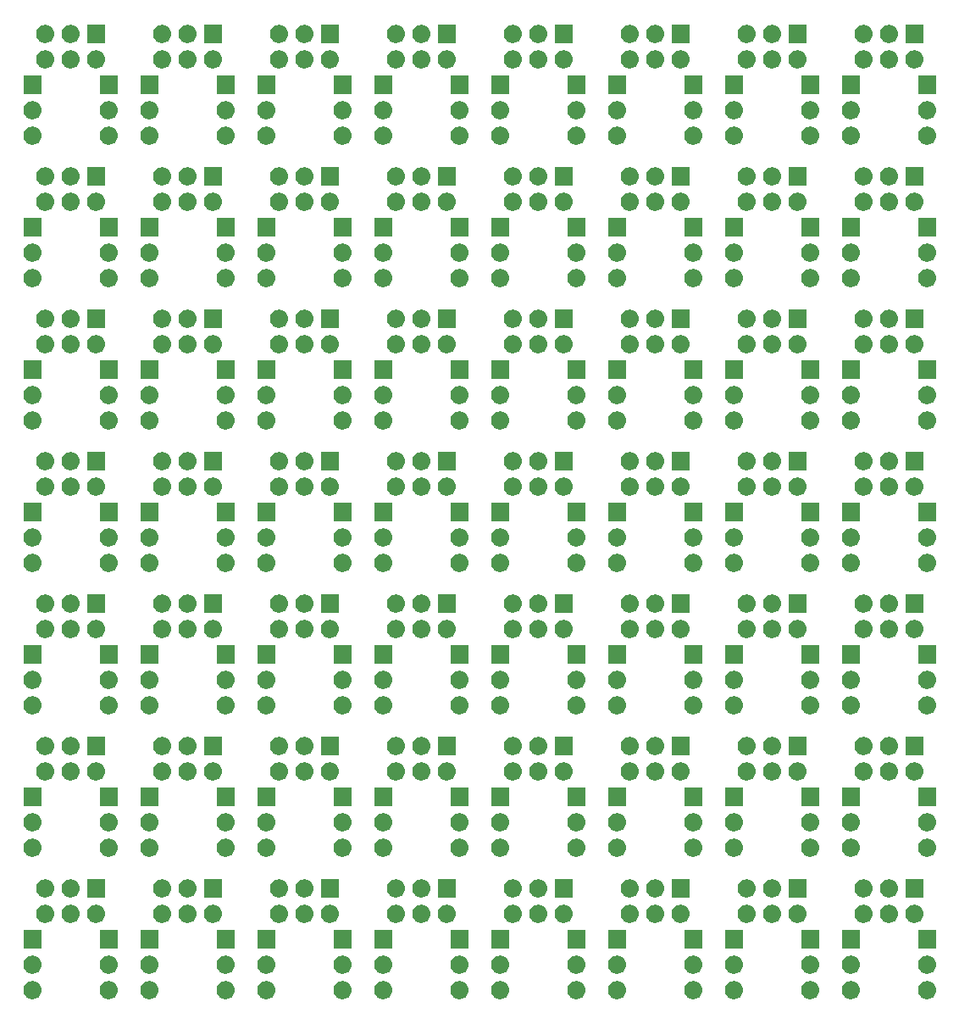
<source format=gbr>
G04 #@! TF.GenerationSoftware,KiCad,Pcbnew,(5.1.4)-1*
G04 #@! TF.CreationDate,2020-04-16T14:11:22+01:00*
G04 #@! TF.ProjectId,sot23Breakout,736f7432-3342-4726-9561-6b6f75742e6b,rev?*
G04 #@! TF.SameCoordinates,Original*
G04 #@! TF.FileFunction,Soldermask,Bot*
G04 #@! TF.FilePolarity,Negative*
%FSLAX46Y46*%
G04 Gerber Fmt 4.6, Leading zero omitted, Abs format (unit mm)*
G04 Created by KiCad (PCBNEW (5.1.4)-1) date 2020-04-16 14:11:22*
%MOMM*%
%LPD*%
G04 APERTURE LIST*
%ADD10C,0.100000*%
G04 APERTURE END LIST*
D10*
G36*
X25764442Y-173349518D02*
G01*
X25830627Y-173356037D01*
X26000466Y-173407557D01*
X26156991Y-173491222D01*
X26192729Y-173520552D01*
X26294186Y-173603814D01*
X26377448Y-173705271D01*
X26406778Y-173741009D01*
X26490443Y-173897534D01*
X26541963Y-174067373D01*
X26559359Y-174244000D01*
X26541963Y-174420627D01*
X26490443Y-174590466D01*
X26406778Y-174746991D01*
X26377448Y-174782729D01*
X26294186Y-174884186D01*
X26192729Y-174967448D01*
X26156991Y-174996778D01*
X26000466Y-175080443D01*
X25830627Y-175131963D01*
X25764443Y-175138481D01*
X25698260Y-175145000D01*
X25609740Y-175145000D01*
X25543557Y-175138481D01*
X25477373Y-175131963D01*
X25307534Y-175080443D01*
X25151009Y-174996778D01*
X25115271Y-174967448D01*
X25013814Y-174884186D01*
X24930552Y-174782729D01*
X24901222Y-174746991D01*
X24817557Y-174590466D01*
X24766037Y-174420627D01*
X24748641Y-174244000D01*
X24766037Y-174067373D01*
X24817557Y-173897534D01*
X24901222Y-173741009D01*
X24930552Y-173705271D01*
X25013814Y-173603814D01*
X25115271Y-173520552D01*
X25151009Y-173491222D01*
X25307534Y-173407557D01*
X25477373Y-173356037D01*
X25543558Y-173349518D01*
X25609740Y-173343000D01*
X25698260Y-173343000D01*
X25764442Y-173349518D01*
X25764442Y-173349518D01*
G37*
G36*
X80120442Y-173349518D02*
G01*
X80186627Y-173356037D01*
X80356466Y-173407557D01*
X80512991Y-173491222D01*
X80548729Y-173520552D01*
X80650186Y-173603814D01*
X80733448Y-173705271D01*
X80762778Y-173741009D01*
X80846443Y-173897534D01*
X80897963Y-174067373D01*
X80915359Y-174244000D01*
X80897963Y-174420627D01*
X80846443Y-174590466D01*
X80762778Y-174746991D01*
X80733448Y-174782729D01*
X80650186Y-174884186D01*
X80548729Y-174967448D01*
X80512991Y-174996778D01*
X80356466Y-175080443D01*
X80186627Y-175131963D01*
X80120443Y-175138481D01*
X80054260Y-175145000D01*
X79965740Y-175145000D01*
X79899557Y-175138481D01*
X79833373Y-175131963D01*
X79663534Y-175080443D01*
X79507009Y-174996778D01*
X79471271Y-174967448D01*
X79369814Y-174884186D01*
X79286552Y-174782729D01*
X79257222Y-174746991D01*
X79173557Y-174590466D01*
X79122037Y-174420627D01*
X79104641Y-174244000D01*
X79122037Y-174067373D01*
X79173557Y-173897534D01*
X79257222Y-173741009D01*
X79286552Y-173705271D01*
X79369814Y-173603814D01*
X79471271Y-173520552D01*
X79507009Y-173491222D01*
X79663534Y-173407557D01*
X79833373Y-173356037D01*
X79899558Y-173349518D01*
X79965740Y-173343000D01*
X80054260Y-173343000D01*
X80120442Y-173349518D01*
X80120442Y-173349518D01*
G37*
G36*
X33384442Y-173349518D02*
G01*
X33450627Y-173356037D01*
X33620466Y-173407557D01*
X33776991Y-173491222D01*
X33812729Y-173520552D01*
X33914186Y-173603814D01*
X33997448Y-173705271D01*
X34026778Y-173741009D01*
X34110443Y-173897534D01*
X34161963Y-174067373D01*
X34179359Y-174244000D01*
X34161963Y-174420627D01*
X34110443Y-174590466D01*
X34026778Y-174746991D01*
X33997448Y-174782729D01*
X33914186Y-174884186D01*
X33812729Y-174967448D01*
X33776991Y-174996778D01*
X33620466Y-175080443D01*
X33450627Y-175131963D01*
X33384443Y-175138481D01*
X33318260Y-175145000D01*
X33229740Y-175145000D01*
X33163557Y-175138481D01*
X33097373Y-175131963D01*
X32927534Y-175080443D01*
X32771009Y-174996778D01*
X32735271Y-174967448D01*
X32633814Y-174884186D01*
X32550552Y-174782729D01*
X32521222Y-174746991D01*
X32437557Y-174590466D01*
X32386037Y-174420627D01*
X32368641Y-174244000D01*
X32386037Y-174067373D01*
X32437557Y-173897534D01*
X32521222Y-173741009D01*
X32550552Y-173705271D01*
X32633814Y-173603814D01*
X32735271Y-173520552D01*
X32771009Y-173491222D01*
X32927534Y-173407557D01*
X33097373Y-173356037D01*
X33163558Y-173349518D01*
X33229740Y-173343000D01*
X33318260Y-173343000D01*
X33384442Y-173349518D01*
X33384442Y-173349518D01*
G37*
G36*
X84184442Y-173349518D02*
G01*
X84250627Y-173356037D01*
X84420466Y-173407557D01*
X84576991Y-173491222D01*
X84612729Y-173520552D01*
X84714186Y-173603814D01*
X84797448Y-173705271D01*
X84826778Y-173741009D01*
X84910443Y-173897534D01*
X84961963Y-174067373D01*
X84979359Y-174244000D01*
X84961963Y-174420627D01*
X84910443Y-174590466D01*
X84826778Y-174746991D01*
X84797448Y-174782729D01*
X84714186Y-174884186D01*
X84612729Y-174967448D01*
X84576991Y-174996778D01*
X84420466Y-175080443D01*
X84250627Y-175131963D01*
X84184443Y-175138481D01*
X84118260Y-175145000D01*
X84029740Y-175145000D01*
X83963557Y-175138481D01*
X83897373Y-175131963D01*
X83727534Y-175080443D01*
X83571009Y-174996778D01*
X83535271Y-174967448D01*
X83433814Y-174884186D01*
X83350552Y-174782729D01*
X83321222Y-174746991D01*
X83237557Y-174590466D01*
X83186037Y-174420627D01*
X83168641Y-174244000D01*
X83186037Y-174067373D01*
X83237557Y-173897534D01*
X83321222Y-173741009D01*
X83350552Y-173705271D01*
X83433814Y-173603814D01*
X83535271Y-173520552D01*
X83571009Y-173491222D01*
X83727534Y-173407557D01*
X83897373Y-173356037D01*
X83963558Y-173349518D01*
X84029740Y-173343000D01*
X84118260Y-173343000D01*
X84184442Y-173349518D01*
X84184442Y-173349518D01*
G37*
G36*
X91804442Y-173349518D02*
G01*
X91870627Y-173356037D01*
X92040466Y-173407557D01*
X92196991Y-173491222D01*
X92232729Y-173520552D01*
X92334186Y-173603814D01*
X92417448Y-173705271D01*
X92446778Y-173741009D01*
X92530443Y-173897534D01*
X92581963Y-174067373D01*
X92599359Y-174244000D01*
X92581963Y-174420627D01*
X92530443Y-174590466D01*
X92446778Y-174746991D01*
X92417448Y-174782729D01*
X92334186Y-174884186D01*
X92232729Y-174967448D01*
X92196991Y-174996778D01*
X92040466Y-175080443D01*
X91870627Y-175131963D01*
X91804443Y-175138481D01*
X91738260Y-175145000D01*
X91649740Y-175145000D01*
X91583557Y-175138481D01*
X91517373Y-175131963D01*
X91347534Y-175080443D01*
X91191009Y-174996778D01*
X91155271Y-174967448D01*
X91053814Y-174884186D01*
X90970552Y-174782729D01*
X90941222Y-174746991D01*
X90857557Y-174590466D01*
X90806037Y-174420627D01*
X90788641Y-174244000D01*
X90806037Y-174067373D01*
X90857557Y-173897534D01*
X90941222Y-173741009D01*
X90970552Y-173705271D01*
X91053814Y-173603814D01*
X91155271Y-173520552D01*
X91191009Y-173491222D01*
X91347534Y-173407557D01*
X91517373Y-173356037D01*
X91583558Y-173349518D01*
X91649740Y-173343000D01*
X91738260Y-173343000D01*
X91804442Y-173349518D01*
X91804442Y-173349518D01*
G37*
G36*
X103488442Y-173349518D02*
G01*
X103554627Y-173356037D01*
X103724466Y-173407557D01*
X103880991Y-173491222D01*
X103916729Y-173520552D01*
X104018186Y-173603814D01*
X104101448Y-173705271D01*
X104130778Y-173741009D01*
X104214443Y-173897534D01*
X104265963Y-174067373D01*
X104283359Y-174244000D01*
X104265963Y-174420627D01*
X104214443Y-174590466D01*
X104130778Y-174746991D01*
X104101448Y-174782729D01*
X104018186Y-174884186D01*
X103916729Y-174967448D01*
X103880991Y-174996778D01*
X103724466Y-175080443D01*
X103554627Y-175131963D01*
X103488443Y-175138481D01*
X103422260Y-175145000D01*
X103333740Y-175145000D01*
X103267557Y-175138481D01*
X103201373Y-175131963D01*
X103031534Y-175080443D01*
X102875009Y-174996778D01*
X102839271Y-174967448D01*
X102737814Y-174884186D01*
X102654552Y-174782729D01*
X102625222Y-174746991D01*
X102541557Y-174590466D01*
X102490037Y-174420627D01*
X102472641Y-174244000D01*
X102490037Y-174067373D01*
X102541557Y-173897534D01*
X102625222Y-173741009D01*
X102654552Y-173705271D01*
X102737814Y-173603814D01*
X102839271Y-173520552D01*
X102875009Y-173491222D01*
X103031534Y-173407557D01*
X103201373Y-173356037D01*
X103267558Y-173349518D01*
X103333740Y-173343000D01*
X103422260Y-173343000D01*
X103488442Y-173349518D01*
X103488442Y-173349518D01*
G37*
G36*
X95868442Y-173349518D02*
G01*
X95934627Y-173356037D01*
X96104466Y-173407557D01*
X96260991Y-173491222D01*
X96296729Y-173520552D01*
X96398186Y-173603814D01*
X96481448Y-173705271D01*
X96510778Y-173741009D01*
X96594443Y-173897534D01*
X96645963Y-174067373D01*
X96663359Y-174244000D01*
X96645963Y-174420627D01*
X96594443Y-174590466D01*
X96510778Y-174746991D01*
X96481448Y-174782729D01*
X96398186Y-174884186D01*
X96296729Y-174967448D01*
X96260991Y-174996778D01*
X96104466Y-175080443D01*
X95934627Y-175131963D01*
X95868443Y-175138481D01*
X95802260Y-175145000D01*
X95713740Y-175145000D01*
X95647557Y-175138481D01*
X95581373Y-175131963D01*
X95411534Y-175080443D01*
X95255009Y-174996778D01*
X95219271Y-174967448D01*
X95117814Y-174884186D01*
X95034552Y-174782729D01*
X95005222Y-174746991D01*
X94921557Y-174590466D01*
X94870037Y-174420627D01*
X94852641Y-174244000D01*
X94870037Y-174067373D01*
X94921557Y-173897534D01*
X95005222Y-173741009D01*
X95034552Y-173705271D01*
X95117814Y-173603814D01*
X95219271Y-173520552D01*
X95255009Y-173491222D01*
X95411534Y-173407557D01*
X95581373Y-173356037D01*
X95647558Y-173349518D01*
X95713740Y-173343000D01*
X95802260Y-173343000D01*
X95868442Y-173349518D01*
X95868442Y-173349518D01*
G37*
G36*
X68436442Y-173349518D02*
G01*
X68502627Y-173356037D01*
X68672466Y-173407557D01*
X68828991Y-173491222D01*
X68864729Y-173520552D01*
X68966186Y-173603814D01*
X69049448Y-173705271D01*
X69078778Y-173741009D01*
X69162443Y-173897534D01*
X69213963Y-174067373D01*
X69231359Y-174244000D01*
X69213963Y-174420627D01*
X69162443Y-174590466D01*
X69078778Y-174746991D01*
X69049448Y-174782729D01*
X68966186Y-174884186D01*
X68864729Y-174967448D01*
X68828991Y-174996778D01*
X68672466Y-175080443D01*
X68502627Y-175131963D01*
X68436443Y-175138481D01*
X68370260Y-175145000D01*
X68281740Y-175145000D01*
X68215557Y-175138481D01*
X68149373Y-175131963D01*
X67979534Y-175080443D01*
X67823009Y-174996778D01*
X67787271Y-174967448D01*
X67685814Y-174884186D01*
X67602552Y-174782729D01*
X67573222Y-174746991D01*
X67489557Y-174590466D01*
X67438037Y-174420627D01*
X67420641Y-174244000D01*
X67438037Y-174067373D01*
X67489557Y-173897534D01*
X67573222Y-173741009D01*
X67602552Y-173705271D01*
X67685814Y-173603814D01*
X67787271Y-173520552D01*
X67823009Y-173491222D01*
X67979534Y-173407557D01*
X68149373Y-173356037D01*
X68215558Y-173349518D01*
X68281740Y-173343000D01*
X68370260Y-173343000D01*
X68436442Y-173349518D01*
X68436442Y-173349518D01*
G37*
G36*
X107552442Y-173349518D02*
G01*
X107618627Y-173356037D01*
X107788466Y-173407557D01*
X107944991Y-173491222D01*
X107980729Y-173520552D01*
X108082186Y-173603814D01*
X108165448Y-173705271D01*
X108194778Y-173741009D01*
X108278443Y-173897534D01*
X108329963Y-174067373D01*
X108347359Y-174244000D01*
X108329963Y-174420627D01*
X108278443Y-174590466D01*
X108194778Y-174746991D01*
X108165448Y-174782729D01*
X108082186Y-174884186D01*
X107980729Y-174967448D01*
X107944991Y-174996778D01*
X107788466Y-175080443D01*
X107618627Y-175131963D01*
X107552443Y-175138481D01*
X107486260Y-175145000D01*
X107397740Y-175145000D01*
X107331557Y-175138481D01*
X107265373Y-175131963D01*
X107095534Y-175080443D01*
X106939009Y-174996778D01*
X106903271Y-174967448D01*
X106801814Y-174884186D01*
X106718552Y-174782729D01*
X106689222Y-174746991D01*
X106605557Y-174590466D01*
X106554037Y-174420627D01*
X106536641Y-174244000D01*
X106554037Y-174067373D01*
X106605557Y-173897534D01*
X106689222Y-173741009D01*
X106718552Y-173705271D01*
X106801814Y-173603814D01*
X106903271Y-173520552D01*
X106939009Y-173491222D01*
X107095534Y-173407557D01*
X107265373Y-173356037D01*
X107331558Y-173349518D01*
X107397740Y-173343000D01*
X107486260Y-173343000D01*
X107552442Y-173349518D01*
X107552442Y-173349518D01*
G37*
G36*
X60816442Y-173349518D02*
G01*
X60882627Y-173356037D01*
X61052466Y-173407557D01*
X61208991Y-173491222D01*
X61244729Y-173520552D01*
X61346186Y-173603814D01*
X61429448Y-173705271D01*
X61458778Y-173741009D01*
X61542443Y-173897534D01*
X61593963Y-174067373D01*
X61611359Y-174244000D01*
X61593963Y-174420627D01*
X61542443Y-174590466D01*
X61458778Y-174746991D01*
X61429448Y-174782729D01*
X61346186Y-174884186D01*
X61244729Y-174967448D01*
X61208991Y-174996778D01*
X61052466Y-175080443D01*
X60882627Y-175131963D01*
X60816443Y-175138481D01*
X60750260Y-175145000D01*
X60661740Y-175145000D01*
X60595557Y-175138481D01*
X60529373Y-175131963D01*
X60359534Y-175080443D01*
X60203009Y-174996778D01*
X60167271Y-174967448D01*
X60065814Y-174884186D01*
X59982552Y-174782729D01*
X59953222Y-174746991D01*
X59869557Y-174590466D01*
X59818037Y-174420627D01*
X59800641Y-174244000D01*
X59818037Y-174067373D01*
X59869557Y-173897534D01*
X59953222Y-173741009D01*
X59982552Y-173705271D01*
X60065814Y-173603814D01*
X60167271Y-173520552D01*
X60203009Y-173491222D01*
X60359534Y-173407557D01*
X60529373Y-173356037D01*
X60595558Y-173349518D01*
X60661740Y-173343000D01*
X60750260Y-173343000D01*
X60816442Y-173349518D01*
X60816442Y-173349518D01*
G37*
G36*
X72500442Y-173349518D02*
G01*
X72566627Y-173356037D01*
X72736466Y-173407557D01*
X72892991Y-173491222D01*
X72928729Y-173520552D01*
X73030186Y-173603814D01*
X73113448Y-173705271D01*
X73142778Y-173741009D01*
X73226443Y-173897534D01*
X73277963Y-174067373D01*
X73295359Y-174244000D01*
X73277963Y-174420627D01*
X73226443Y-174590466D01*
X73142778Y-174746991D01*
X73113448Y-174782729D01*
X73030186Y-174884186D01*
X72928729Y-174967448D01*
X72892991Y-174996778D01*
X72736466Y-175080443D01*
X72566627Y-175131963D01*
X72500443Y-175138481D01*
X72434260Y-175145000D01*
X72345740Y-175145000D01*
X72279557Y-175138481D01*
X72213373Y-175131963D01*
X72043534Y-175080443D01*
X71887009Y-174996778D01*
X71851271Y-174967448D01*
X71749814Y-174884186D01*
X71666552Y-174782729D01*
X71637222Y-174746991D01*
X71553557Y-174590466D01*
X71502037Y-174420627D01*
X71484641Y-174244000D01*
X71502037Y-174067373D01*
X71553557Y-173897534D01*
X71637222Y-173741009D01*
X71666552Y-173705271D01*
X71749814Y-173603814D01*
X71851271Y-173520552D01*
X71887009Y-173491222D01*
X72043534Y-173407557D01*
X72213373Y-173356037D01*
X72279558Y-173349518D01*
X72345740Y-173343000D01*
X72434260Y-173343000D01*
X72500442Y-173349518D01*
X72500442Y-173349518D01*
G37*
G36*
X56752442Y-173349518D02*
G01*
X56818627Y-173356037D01*
X56988466Y-173407557D01*
X57144991Y-173491222D01*
X57180729Y-173520552D01*
X57282186Y-173603814D01*
X57365448Y-173705271D01*
X57394778Y-173741009D01*
X57478443Y-173897534D01*
X57529963Y-174067373D01*
X57547359Y-174244000D01*
X57529963Y-174420627D01*
X57478443Y-174590466D01*
X57394778Y-174746991D01*
X57365448Y-174782729D01*
X57282186Y-174884186D01*
X57180729Y-174967448D01*
X57144991Y-174996778D01*
X56988466Y-175080443D01*
X56818627Y-175131963D01*
X56752443Y-175138481D01*
X56686260Y-175145000D01*
X56597740Y-175145000D01*
X56531557Y-175138481D01*
X56465373Y-175131963D01*
X56295534Y-175080443D01*
X56139009Y-174996778D01*
X56103271Y-174967448D01*
X56001814Y-174884186D01*
X55918552Y-174782729D01*
X55889222Y-174746991D01*
X55805557Y-174590466D01*
X55754037Y-174420627D01*
X55736641Y-174244000D01*
X55754037Y-174067373D01*
X55805557Y-173897534D01*
X55889222Y-173741009D01*
X55918552Y-173705271D01*
X56001814Y-173603814D01*
X56103271Y-173520552D01*
X56139009Y-173491222D01*
X56295534Y-173407557D01*
X56465373Y-173356037D01*
X56531558Y-173349518D01*
X56597740Y-173343000D01*
X56686260Y-173343000D01*
X56752442Y-173349518D01*
X56752442Y-173349518D01*
G37*
G36*
X49132442Y-173349518D02*
G01*
X49198627Y-173356037D01*
X49368466Y-173407557D01*
X49524991Y-173491222D01*
X49560729Y-173520552D01*
X49662186Y-173603814D01*
X49745448Y-173705271D01*
X49774778Y-173741009D01*
X49858443Y-173897534D01*
X49909963Y-174067373D01*
X49927359Y-174244000D01*
X49909963Y-174420627D01*
X49858443Y-174590466D01*
X49774778Y-174746991D01*
X49745448Y-174782729D01*
X49662186Y-174884186D01*
X49560729Y-174967448D01*
X49524991Y-174996778D01*
X49368466Y-175080443D01*
X49198627Y-175131963D01*
X49132443Y-175138481D01*
X49066260Y-175145000D01*
X48977740Y-175145000D01*
X48911557Y-175138481D01*
X48845373Y-175131963D01*
X48675534Y-175080443D01*
X48519009Y-174996778D01*
X48483271Y-174967448D01*
X48381814Y-174884186D01*
X48298552Y-174782729D01*
X48269222Y-174746991D01*
X48185557Y-174590466D01*
X48134037Y-174420627D01*
X48116641Y-174244000D01*
X48134037Y-174067373D01*
X48185557Y-173897534D01*
X48269222Y-173741009D01*
X48298552Y-173705271D01*
X48381814Y-173603814D01*
X48483271Y-173520552D01*
X48519009Y-173491222D01*
X48675534Y-173407557D01*
X48845373Y-173356037D01*
X48911558Y-173349518D01*
X48977740Y-173343000D01*
X49066260Y-173343000D01*
X49132442Y-173349518D01*
X49132442Y-173349518D01*
G37*
G36*
X45068442Y-173349518D02*
G01*
X45134627Y-173356037D01*
X45304466Y-173407557D01*
X45460991Y-173491222D01*
X45496729Y-173520552D01*
X45598186Y-173603814D01*
X45681448Y-173705271D01*
X45710778Y-173741009D01*
X45794443Y-173897534D01*
X45845963Y-174067373D01*
X45863359Y-174244000D01*
X45845963Y-174420627D01*
X45794443Y-174590466D01*
X45710778Y-174746991D01*
X45681448Y-174782729D01*
X45598186Y-174884186D01*
X45496729Y-174967448D01*
X45460991Y-174996778D01*
X45304466Y-175080443D01*
X45134627Y-175131963D01*
X45068443Y-175138481D01*
X45002260Y-175145000D01*
X44913740Y-175145000D01*
X44847557Y-175138481D01*
X44781373Y-175131963D01*
X44611534Y-175080443D01*
X44455009Y-174996778D01*
X44419271Y-174967448D01*
X44317814Y-174884186D01*
X44234552Y-174782729D01*
X44205222Y-174746991D01*
X44121557Y-174590466D01*
X44070037Y-174420627D01*
X44052641Y-174244000D01*
X44070037Y-174067373D01*
X44121557Y-173897534D01*
X44205222Y-173741009D01*
X44234552Y-173705271D01*
X44317814Y-173603814D01*
X44419271Y-173520552D01*
X44455009Y-173491222D01*
X44611534Y-173407557D01*
X44781373Y-173356037D01*
X44847558Y-173349518D01*
X44913740Y-173343000D01*
X45002260Y-173343000D01*
X45068442Y-173349518D01*
X45068442Y-173349518D01*
G37*
G36*
X37448442Y-173349518D02*
G01*
X37514627Y-173356037D01*
X37684466Y-173407557D01*
X37840991Y-173491222D01*
X37876729Y-173520552D01*
X37978186Y-173603814D01*
X38061448Y-173705271D01*
X38090778Y-173741009D01*
X38174443Y-173897534D01*
X38225963Y-174067373D01*
X38243359Y-174244000D01*
X38225963Y-174420627D01*
X38174443Y-174590466D01*
X38090778Y-174746991D01*
X38061448Y-174782729D01*
X37978186Y-174884186D01*
X37876729Y-174967448D01*
X37840991Y-174996778D01*
X37684466Y-175080443D01*
X37514627Y-175131963D01*
X37448443Y-175138481D01*
X37382260Y-175145000D01*
X37293740Y-175145000D01*
X37227557Y-175138481D01*
X37161373Y-175131963D01*
X36991534Y-175080443D01*
X36835009Y-174996778D01*
X36799271Y-174967448D01*
X36697814Y-174884186D01*
X36614552Y-174782729D01*
X36585222Y-174746991D01*
X36501557Y-174590466D01*
X36450037Y-174420627D01*
X36432641Y-174244000D01*
X36450037Y-174067373D01*
X36501557Y-173897534D01*
X36585222Y-173741009D01*
X36614552Y-173705271D01*
X36697814Y-173603814D01*
X36799271Y-173520552D01*
X36835009Y-173491222D01*
X36991534Y-173407557D01*
X37161373Y-173356037D01*
X37227558Y-173349518D01*
X37293740Y-173343000D01*
X37382260Y-173343000D01*
X37448442Y-173349518D01*
X37448442Y-173349518D01*
G37*
G36*
X115172442Y-173349518D02*
G01*
X115238627Y-173356037D01*
X115408466Y-173407557D01*
X115564991Y-173491222D01*
X115600729Y-173520552D01*
X115702186Y-173603814D01*
X115785448Y-173705271D01*
X115814778Y-173741009D01*
X115898443Y-173897534D01*
X115949963Y-174067373D01*
X115967359Y-174244000D01*
X115949963Y-174420627D01*
X115898443Y-174590466D01*
X115814778Y-174746991D01*
X115785448Y-174782729D01*
X115702186Y-174884186D01*
X115600729Y-174967448D01*
X115564991Y-174996778D01*
X115408466Y-175080443D01*
X115238627Y-175131963D01*
X115172443Y-175138481D01*
X115106260Y-175145000D01*
X115017740Y-175145000D01*
X114951557Y-175138481D01*
X114885373Y-175131963D01*
X114715534Y-175080443D01*
X114559009Y-174996778D01*
X114523271Y-174967448D01*
X114421814Y-174884186D01*
X114338552Y-174782729D01*
X114309222Y-174746991D01*
X114225557Y-174590466D01*
X114174037Y-174420627D01*
X114156641Y-174244000D01*
X114174037Y-174067373D01*
X114225557Y-173897534D01*
X114309222Y-173741009D01*
X114338552Y-173705271D01*
X114421814Y-173603814D01*
X114523271Y-173520552D01*
X114559009Y-173491222D01*
X114715534Y-173407557D01*
X114885373Y-173356037D01*
X114951558Y-173349518D01*
X115017740Y-173343000D01*
X115106260Y-173343000D01*
X115172442Y-173349518D01*
X115172442Y-173349518D01*
G37*
G36*
X68436442Y-170809518D02*
G01*
X68502627Y-170816037D01*
X68672466Y-170867557D01*
X68828991Y-170951222D01*
X68864729Y-170980552D01*
X68966186Y-171063814D01*
X69049448Y-171165271D01*
X69078778Y-171201009D01*
X69162443Y-171357534D01*
X69213963Y-171527373D01*
X69231359Y-171704000D01*
X69213963Y-171880627D01*
X69162443Y-172050466D01*
X69078778Y-172206991D01*
X69049448Y-172242729D01*
X68966186Y-172344186D01*
X68864729Y-172427448D01*
X68828991Y-172456778D01*
X68672466Y-172540443D01*
X68502627Y-172591963D01*
X68436443Y-172598481D01*
X68370260Y-172605000D01*
X68281740Y-172605000D01*
X68215557Y-172598481D01*
X68149373Y-172591963D01*
X67979534Y-172540443D01*
X67823009Y-172456778D01*
X67787271Y-172427448D01*
X67685814Y-172344186D01*
X67602552Y-172242729D01*
X67573222Y-172206991D01*
X67489557Y-172050466D01*
X67438037Y-171880627D01*
X67420641Y-171704000D01*
X67438037Y-171527373D01*
X67489557Y-171357534D01*
X67573222Y-171201009D01*
X67602552Y-171165271D01*
X67685814Y-171063814D01*
X67787271Y-170980552D01*
X67823009Y-170951222D01*
X67979534Y-170867557D01*
X68149373Y-170816037D01*
X68215558Y-170809518D01*
X68281740Y-170803000D01*
X68370260Y-170803000D01*
X68436442Y-170809518D01*
X68436442Y-170809518D01*
G37*
G36*
X115172442Y-170809518D02*
G01*
X115238627Y-170816037D01*
X115408466Y-170867557D01*
X115564991Y-170951222D01*
X115600729Y-170980552D01*
X115702186Y-171063814D01*
X115785448Y-171165271D01*
X115814778Y-171201009D01*
X115898443Y-171357534D01*
X115949963Y-171527373D01*
X115967359Y-171704000D01*
X115949963Y-171880627D01*
X115898443Y-172050466D01*
X115814778Y-172206991D01*
X115785448Y-172242729D01*
X115702186Y-172344186D01*
X115600729Y-172427448D01*
X115564991Y-172456778D01*
X115408466Y-172540443D01*
X115238627Y-172591963D01*
X115172443Y-172598481D01*
X115106260Y-172605000D01*
X115017740Y-172605000D01*
X114951557Y-172598481D01*
X114885373Y-172591963D01*
X114715534Y-172540443D01*
X114559009Y-172456778D01*
X114523271Y-172427448D01*
X114421814Y-172344186D01*
X114338552Y-172242729D01*
X114309222Y-172206991D01*
X114225557Y-172050466D01*
X114174037Y-171880627D01*
X114156641Y-171704000D01*
X114174037Y-171527373D01*
X114225557Y-171357534D01*
X114309222Y-171201009D01*
X114338552Y-171165271D01*
X114421814Y-171063814D01*
X114523271Y-170980552D01*
X114559009Y-170951222D01*
X114715534Y-170867557D01*
X114885373Y-170816037D01*
X114951558Y-170809518D01*
X115017740Y-170803000D01*
X115106260Y-170803000D01*
X115172442Y-170809518D01*
X115172442Y-170809518D01*
G37*
G36*
X103488442Y-170809518D02*
G01*
X103554627Y-170816037D01*
X103724466Y-170867557D01*
X103880991Y-170951222D01*
X103916729Y-170980552D01*
X104018186Y-171063814D01*
X104101448Y-171165271D01*
X104130778Y-171201009D01*
X104214443Y-171357534D01*
X104265963Y-171527373D01*
X104283359Y-171704000D01*
X104265963Y-171880627D01*
X104214443Y-172050466D01*
X104130778Y-172206991D01*
X104101448Y-172242729D01*
X104018186Y-172344186D01*
X103916729Y-172427448D01*
X103880991Y-172456778D01*
X103724466Y-172540443D01*
X103554627Y-172591963D01*
X103488443Y-172598481D01*
X103422260Y-172605000D01*
X103333740Y-172605000D01*
X103267557Y-172598481D01*
X103201373Y-172591963D01*
X103031534Y-172540443D01*
X102875009Y-172456778D01*
X102839271Y-172427448D01*
X102737814Y-172344186D01*
X102654552Y-172242729D01*
X102625222Y-172206991D01*
X102541557Y-172050466D01*
X102490037Y-171880627D01*
X102472641Y-171704000D01*
X102490037Y-171527373D01*
X102541557Y-171357534D01*
X102625222Y-171201009D01*
X102654552Y-171165271D01*
X102737814Y-171063814D01*
X102839271Y-170980552D01*
X102875009Y-170951222D01*
X103031534Y-170867557D01*
X103201373Y-170816037D01*
X103267558Y-170809518D01*
X103333740Y-170803000D01*
X103422260Y-170803000D01*
X103488442Y-170809518D01*
X103488442Y-170809518D01*
G37*
G36*
X107552442Y-170809518D02*
G01*
X107618627Y-170816037D01*
X107788466Y-170867557D01*
X107944991Y-170951222D01*
X107980729Y-170980552D01*
X108082186Y-171063814D01*
X108165448Y-171165271D01*
X108194778Y-171201009D01*
X108278443Y-171357534D01*
X108329963Y-171527373D01*
X108347359Y-171704000D01*
X108329963Y-171880627D01*
X108278443Y-172050466D01*
X108194778Y-172206991D01*
X108165448Y-172242729D01*
X108082186Y-172344186D01*
X107980729Y-172427448D01*
X107944991Y-172456778D01*
X107788466Y-172540443D01*
X107618627Y-172591963D01*
X107552443Y-172598481D01*
X107486260Y-172605000D01*
X107397740Y-172605000D01*
X107331557Y-172598481D01*
X107265373Y-172591963D01*
X107095534Y-172540443D01*
X106939009Y-172456778D01*
X106903271Y-172427448D01*
X106801814Y-172344186D01*
X106718552Y-172242729D01*
X106689222Y-172206991D01*
X106605557Y-172050466D01*
X106554037Y-171880627D01*
X106536641Y-171704000D01*
X106554037Y-171527373D01*
X106605557Y-171357534D01*
X106689222Y-171201009D01*
X106718552Y-171165271D01*
X106801814Y-171063814D01*
X106903271Y-170980552D01*
X106939009Y-170951222D01*
X107095534Y-170867557D01*
X107265373Y-170816037D01*
X107331558Y-170809518D01*
X107397740Y-170803000D01*
X107486260Y-170803000D01*
X107552442Y-170809518D01*
X107552442Y-170809518D01*
G37*
G36*
X95868442Y-170809518D02*
G01*
X95934627Y-170816037D01*
X96104466Y-170867557D01*
X96260991Y-170951222D01*
X96296729Y-170980552D01*
X96398186Y-171063814D01*
X96481448Y-171165271D01*
X96510778Y-171201009D01*
X96594443Y-171357534D01*
X96645963Y-171527373D01*
X96663359Y-171704000D01*
X96645963Y-171880627D01*
X96594443Y-172050466D01*
X96510778Y-172206991D01*
X96481448Y-172242729D01*
X96398186Y-172344186D01*
X96296729Y-172427448D01*
X96260991Y-172456778D01*
X96104466Y-172540443D01*
X95934627Y-172591963D01*
X95868443Y-172598481D01*
X95802260Y-172605000D01*
X95713740Y-172605000D01*
X95647557Y-172598481D01*
X95581373Y-172591963D01*
X95411534Y-172540443D01*
X95255009Y-172456778D01*
X95219271Y-172427448D01*
X95117814Y-172344186D01*
X95034552Y-172242729D01*
X95005222Y-172206991D01*
X94921557Y-172050466D01*
X94870037Y-171880627D01*
X94852641Y-171704000D01*
X94870037Y-171527373D01*
X94921557Y-171357534D01*
X95005222Y-171201009D01*
X95034552Y-171165271D01*
X95117814Y-171063814D01*
X95219271Y-170980552D01*
X95255009Y-170951222D01*
X95411534Y-170867557D01*
X95581373Y-170816037D01*
X95647558Y-170809518D01*
X95713740Y-170803000D01*
X95802260Y-170803000D01*
X95868442Y-170809518D01*
X95868442Y-170809518D01*
G37*
G36*
X25764442Y-170809518D02*
G01*
X25830627Y-170816037D01*
X26000466Y-170867557D01*
X26156991Y-170951222D01*
X26192729Y-170980552D01*
X26294186Y-171063814D01*
X26377448Y-171165271D01*
X26406778Y-171201009D01*
X26490443Y-171357534D01*
X26541963Y-171527373D01*
X26559359Y-171704000D01*
X26541963Y-171880627D01*
X26490443Y-172050466D01*
X26406778Y-172206991D01*
X26377448Y-172242729D01*
X26294186Y-172344186D01*
X26192729Y-172427448D01*
X26156991Y-172456778D01*
X26000466Y-172540443D01*
X25830627Y-172591963D01*
X25764443Y-172598481D01*
X25698260Y-172605000D01*
X25609740Y-172605000D01*
X25543557Y-172598481D01*
X25477373Y-172591963D01*
X25307534Y-172540443D01*
X25151009Y-172456778D01*
X25115271Y-172427448D01*
X25013814Y-172344186D01*
X24930552Y-172242729D01*
X24901222Y-172206991D01*
X24817557Y-172050466D01*
X24766037Y-171880627D01*
X24748641Y-171704000D01*
X24766037Y-171527373D01*
X24817557Y-171357534D01*
X24901222Y-171201009D01*
X24930552Y-171165271D01*
X25013814Y-171063814D01*
X25115271Y-170980552D01*
X25151009Y-170951222D01*
X25307534Y-170867557D01*
X25477373Y-170816037D01*
X25543558Y-170809518D01*
X25609740Y-170803000D01*
X25698260Y-170803000D01*
X25764442Y-170809518D01*
X25764442Y-170809518D01*
G37*
G36*
X37448442Y-170809518D02*
G01*
X37514627Y-170816037D01*
X37684466Y-170867557D01*
X37840991Y-170951222D01*
X37876729Y-170980552D01*
X37978186Y-171063814D01*
X38061448Y-171165271D01*
X38090778Y-171201009D01*
X38174443Y-171357534D01*
X38225963Y-171527373D01*
X38243359Y-171704000D01*
X38225963Y-171880627D01*
X38174443Y-172050466D01*
X38090778Y-172206991D01*
X38061448Y-172242729D01*
X37978186Y-172344186D01*
X37876729Y-172427448D01*
X37840991Y-172456778D01*
X37684466Y-172540443D01*
X37514627Y-172591963D01*
X37448443Y-172598481D01*
X37382260Y-172605000D01*
X37293740Y-172605000D01*
X37227557Y-172598481D01*
X37161373Y-172591963D01*
X36991534Y-172540443D01*
X36835009Y-172456778D01*
X36799271Y-172427448D01*
X36697814Y-172344186D01*
X36614552Y-172242729D01*
X36585222Y-172206991D01*
X36501557Y-172050466D01*
X36450037Y-171880627D01*
X36432641Y-171704000D01*
X36450037Y-171527373D01*
X36501557Y-171357534D01*
X36585222Y-171201009D01*
X36614552Y-171165271D01*
X36697814Y-171063814D01*
X36799271Y-170980552D01*
X36835009Y-170951222D01*
X36991534Y-170867557D01*
X37161373Y-170816037D01*
X37227558Y-170809518D01*
X37293740Y-170803000D01*
X37382260Y-170803000D01*
X37448442Y-170809518D01*
X37448442Y-170809518D01*
G37*
G36*
X45068442Y-170809518D02*
G01*
X45134627Y-170816037D01*
X45304466Y-170867557D01*
X45460991Y-170951222D01*
X45496729Y-170980552D01*
X45598186Y-171063814D01*
X45681448Y-171165271D01*
X45710778Y-171201009D01*
X45794443Y-171357534D01*
X45845963Y-171527373D01*
X45863359Y-171704000D01*
X45845963Y-171880627D01*
X45794443Y-172050466D01*
X45710778Y-172206991D01*
X45681448Y-172242729D01*
X45598186Y-172344186D01*
X45496729Y-172427448D01*
X45460991Y-172456778D01*
X45304466Y-172540443D01*
X45134627Y-172591963D01*
X45068443Y-172598481D01*
X45002260Y-172605000D01*
X44913740Y-172605000D01*
X44847557Y-172598481D01*
X44781373Y-172591963D01*
X44611534Y-172540443D01*
X44455009Y-172456778D01*
X44419271Y-172427448D01*
X44317814Y-172344186D01*
X44234552Y-172242729D01*
X44205222Y-172206991D01*
X44121557Y-172050466D01*
X44070037Y-171880627D01*
X44052641Y-171704000D01*
X44070037Y-171527373D01*
X44121557Y-171357534D01*
X44205222Y-171201009D01*
X44234552Y-171165271D01*
X44317814Y-171063814D01*
X44419271Y-170980552D01*
X44455009Y-170951222D01*
X44611534Y-170867557D01*
X44781373Y-170816037D01*
X44847558Y-170809518D01*
X44913740Y-170803000D01*
X45002260Y-170803000D01*
X45068442Y-170809518D01*
X45068442Y-170809518D01*
G37*
G36*
X49132442Y-170809518D02*
G01*
X49198627Y-170816037D01*
X49368466Y-170867557D01*
X49524991Y-170951222D01*
X49560729Y-170980552D01*
X49662186Y-171063814D01*
X49745448Y-171165271D01*
X49774778Y-171201009D01*
X49858443Y-171357534D01*
X49909963Y-171527373D01*
X49927359Y-171704000D01*
X49909963Y-171880627D01*
X49858443Y-172050466D01*
X49774778Y-172206991D01*
X49745448Y-172242729D01*
X49662186Y-172344186D01*
X49560729Y-172427448D01*
X49524991Y-172456778D01*
X49368466Y-172540443D01*
X49198627Y-172591963D01*
X49132443Y-172598481D01*
X49066260Y-172605000D01*
X48977740Y-172605000D01*
X48911557Y-172598481D01*
X48845373Y-172591963D01*
X48675534Y-172540443D01*
X48519009Y-172456778D01*
X48483271Y-172427448D01*
X48381814Y-172344186D01*
X48298552Y-172242729D01*
X48269222Y-172206991D01*
X48185557Y-172050466D01*
X48134037Y-171880627D01*
X48116641Y-171704000D01*
X48134037Y-171527373D01*
X48185557Y-171357534D01*
X48269222Y-171201009D01*
X48298552Y-171165271D01*
X48381814Y-171063814D01*
X48483271Y-170980552D01*
X48519009Y-170951222D01*
X48675534Y-170867557D01*
X48845373Y-170816037D01*
X48911558Y-170809518D01*
X48977740Y-170803000D01*
X49066260Y-170803000D01*
X49132442Y-170809518D01*
X49132442Y-170809518D01*
G37*
G36*
X56752442Y-170809518D02*
G01*
X56818627Y-170816037D01*
X56988466Y-170867557D01*
X57144991Y-170951222D01*
X57180729Y-170980552D01*
X57282186Y-171063814D01*
X57365448Y-171165271D01*
X57394778Y-171201009D01*
X57478443Y-171357534D01*
X57529963Y-171527373D01*
X57547359Y-171704000D01*
X57529963Y-171880627D01*
X57478443Y-172050466D01*
X57394778Y-172206991D01*
X57365448Y-172242729D01*
X57282186Y-172344186D01*
X57180729Y-172427448D01*
X57144991Y-172456778D01*
X56988466Y-172540443D01*
X56818627Y-172591963D01*
X56752443Y-172598481D01*
X56686260Y-172605000D01*
X56597740Y-172605000D01*
X56531557Y-172598481D01*
X56465373Y-172591963D01*
X56295534Y-172540443D01*
X56139009Y-172456778D01*
X56103271Y-172427448D01*
X56001814Y-172344186D01*
X55918552Y-172242729D01*
X55889222Y-172206991D01*
X55805557Y-172050466D01*
X55754037Y-171880627D01*
X55736641Y-171704000D01*
X55754037Y-171527373D01*
X55805557Y-171357534D01*
X55889222Y-171201009D01*
X55918552Y-171165271D01*
X56001814Y-171063814D01*
X56103271Y-170980552D01*
X56139009Y-170951222D01*
X56295534Y-170867557D01*
X56465373Y-170816037D01*
X56531558Y-170809518D01*
X56597740Y-170803000D01*
X56686260Y-170803000D01*
X56752442Y-170809518D01*
X56752442Y-170809518D01*
G37*
G36*
X72500442Y-170809518D02*
G01*
X72566627Y-170816037D01*
X72736466Y-170867557D01*
X72892991Y-170951222D01*
X72928729Y-170980552D01*
X73030186Y-171063814D01*
X73113448Y-171165271D01*
X73142778Y-171201009D01*
X73226443Y-171357534D01*
X73277963Y-171527373D01*
X73295359Y-171704000D01*
X73277963Y-171880627D01*
X73226443Y-172050466D01*
X73142778Y-172206991D01*
X73113448Y-172242729D01*
X73030186Y-172344186D01*
X72928729Y-172427448D01*
X72892991Y-172456778D01*
X72736466Y-172540443D01*
X72566627Y-172591963D01*
X72500443Y-172598481D01*
X72434260Y-172605000D01*
X72345740Y-172605000D01*
X72279557Y-172598481D01*
X72213373Y-172591963D01*
X72043534Y-172540443D01*
X71887009Y-172456778D01*
X71851271Y-172427448D01*
X71749814Y-172344186D01*
X71666552Y-172242729D01*
X71637222Y-172206991D01*
X71553557Y-172050466D01*
X71502037Y-171880627D01*
X71484641Y-171704000D01*
X71502037Y-171527373D01*
X71553557Y-171357534D01*
X71637222Y-171201009D01*
X71666552Y-171165271D01*
X71749814Y-171063814D01*
X71851271Y-170980552D01*
X71887009Y-170951222D01*
X72043534Y-170867557D01*
X72213373Y-170816037D01*
X72279558Y-170809518D01*
X72345740Y-170803000D01*
X72434260Y-170803000D01*
X72500442Y-170809518D01*
X72500442Y-170809518D01*
G37*
G36*
X80120442Y-170809518D02*
G01*
X80186627Y-170816037D01*
X80356466Y-170867557D01*
X80512991Y-170951222D01*
X80548729Y-170980552D01*
X80650186Y-171063814D01*
X80733448Y-171165271D01*
X80762778Y-171201009D01*
X80846443Y-171357534D01*
X80897963Y-171527373D01*
X80915359Y-171704000D01*
X80897963Y-171880627D01*
X80846443Y-172050466D01*
X80762778Y-172206991D01*
X80733448Y-172242729D01*
X80650186Y-172344186D01*
X80548729Y-172427448D01*
X80512991Y-172456778D01*
X80356466Y-172540443D01*
X80186627Y-172591963D01*
X80120443Y-172598481D01*
X80054260Y-172605000D01*
X79965740Y-172605000D01*
X79899557Y-172598481D01*
X79833373Y-172591963D01*
X79663534Y-172540443D01*
X79507009Y-172456778D01*
X79471271Y-172427448D01*
X79369814Y-172344186D01*
X79286552Y-172242729D01*
X79257222Y-172206991D01*
X79173557Y-172050466D01*
X79122037Y-171880627D01*
X79104641Y-171704000D01*
X79122037Y-171527373D01*
X79173557Y-171357534D01*
X79257222Y-171201009D01*
X79286552Y-171165271D01*
X79369814Y-171063814D01*
X79471271Y-170980552D01*
X79507009Y-170951222D01*
X79663534Y-170867557D01*
X79833373Y-170816037D01*
X79899558Y-170809518D01*
X79965740Y-170803000D01*
X80054260Y-170803000D01*
X80120442Y-170809518D01*
X80120442Y-170809518D01*
G37*
G36*
X84184442Y-170809518D02*
G01*
X84250627Y-170816037D01*
X84420466Y-170867557D01*
X84576991Y-170951222D01*
X84612729Y-170980552D01*
X84714186Y-171063814D01*
X84797448Y-171165271D01*
X84826778Y-171201009D01*
X84910443Y-171357534D01*
X84961963Y-171527373D01*
X84979359Y-171704000D01*
X84961963Y-171880627D01*
X84910443Y-172050466D01*
X84826778Y-172206991D01*
X84797448Y-172242729D01*
X84714186Y-172344186D01*
X84612729Y-172427448D01*
X84576991Y-172456778D01*
X84420466Y-172540443D01*
X84250627Y-172591963D01*
X84184443Y-172598481D01*
X84118260Y-172605000D01*
X84029740Y-172605000D01*
X83963557Y-172598481D01*
X83897373Y-172591963D01*
X83727534Y-172540443D01*
X83571009Y-172456778D01*
X83535271Y-172427448D01*
X83433814Y-172344186D01*
X83350552Y-172242729D01*
X83321222Y-172206991D01*
X83237557Y-172050466D01*
X83186037Y-171880627D01*
X83168641Y-171704000D01*
X83186037Y-171527373D01*
X83237557Y-171357534D01*
X83321222Y-171201009D01*
X83350552Y-171165271D01*
X83433814Y-171063814D01*
X83535271Y-170980552D01*
X83571009Y-170951222D01*
X83727534Y-170867557D01*
X83897373Y-170816037D01*
X83963558Y-170809518D01*
X84029740Y-170803000D01*
X84118260Y-170803000D01*
X84184442Y-170809518D01*
X84184442Y-170809518D01*
G37*
G36*
X33384442Y-170809518D02*
G01*
X33450627Y-170816037D01*
X33620466Y-170867557D01*
X33776991Y-170951222D01*
X33812729Y-170980552D01*
X33914186Y-171063814D01*
X33997448Y-171165271D01*
X34026778Y-171201009D01*
X34110443Y-171357534D01*
X34161963Y-171527373D01*
X34179359Y-171704000D01*
X34161963Y-171880627D01*
X34110443Y-172050466D01*
X34026778Y-172206991D01*
X33997448Y-172242729D01*
X33914186Y-172344186D01*
X33812729Y-172427448D01*
X33776991Y-172456778D01*
X33620466Y-172540443D01*
X33450627Y-172591963D01*
X33384443Y-172598481D01*
X33318260Y-172605000D01*
X33229740Y-172605000D01*
X33163557Y-172598481D01*
X33097373Y-172591963D01*
X32927534Y-172540443D01*
X32771009Y-172456778D01*
X32735271Y-172427448D01*
X32633814Y-172344186D01*
X32550552Y-172242729D01*
X32521222Y-172206991D01*
X32437557Y-172050466D01*
X32386037Y-171880627D01*
X32368641Y-171704000D01*
X32386037Y-171527373D01*
X32437557Y-171357534D01*
X32521222Y-171201009D01*
X32550552Y-171165271D01*
X32633814Y-171063814D01*
X32735271Y-170980552D01*
X32771009Y-170951222D01*
X32927534Y-170867557D01*
X33097373Y-170816037D01*
X33163558Y-170809518D01*
X33229740Y-170803000D01*
X33318260Y-170803000D01*
X33384442Y-170809518D01*
X33384442Y-170809518D01*
G37*
G36*
X91804442Y-170809518D02*
G01*
X91870627Y-170816037D01*
X92040466Y-170867557D01*
X92196991Y-170951222D01*
X92232729Y-170980552D01*
X92334186Y-171063814D01*
X92417448Y-171165271D01*
X92446778Y-171201009D01*
X92530443Y-171357534D01*
X92581963Y-171527373D01*
X92599359Y-171704000D01*
X92581963Y-171880627D01*
X92530443Y-172050466D01*
X92446778Y-172206991D01*
X92417448Y-172242729D01*
X92334186Y-172344186D01*
X92232729Y-172427448D01*
X92196991Y-172456778D01*
X92040466Y-172540443D01*
X91870627Y-172591963D01*
X91804443Y-172598481D01*
X91738260Y-172605000D01*
X91649740Y-172605000D01*
X91583557Y-172598481D01*
X91517373Y-172591963D01*
X91347534Y-172540443D01*
X91191009Y-172456778D01*
X91155271Y-172427448D01*
X91053814Y-172344186D01*
X90970552Y-172242729D01*
X90941222Y-172206991D01*
X90857557Y-172050466D01*
X90806037Y-171880627D01*
X90788641Y-171704000D01*
X90806037Y-171527373D01*
X90857557Y-171357534D01*
X90941222Y-171201009D01*
X90970552Y-171165271D01*
X91053814Y-171063814D01*
X91155271Y-170980552D01*
X91191009Y-170951222D01*
X91347534Y-170867557D01*
X91517373Y-170816037D01*
X91583558Y-170809518D01*
X91649740Y-170803000D01*
X91738260Y-170803000D01*
X91804442Y-170809518D01*
X91804442Y-170809518D01*
G37*
G36*
X60816442Y-170809518D02*
G01*
X60882627Y-170816037D01*
X61052466Y-170867557D01*
X61208991Y-170951222D01*
X61244729Y-170980552D01*
X61346186Y-171063814D01*
X61429448Y-171165271D01*
X61458778Y-171201009D01*
X61542443Y-171357534D01*
X61593963Y-171527373D01*
X61611359Y-171704000D01*
X61593963Y-171880627D01*
X61542443Y-172050466D01*
X61458778Y-172206991D01*
X61429448Y-172242729D01*
X61346186Y-172344186D01*
X61244729Y-172427448D01*
X61208991Y-172456778D01*
X61052466Y-172540443D01*
X60882627Y-172591963D01*
X60816443Y-172598481D01*
X60750260Y-172605000D01*
X60661740Y-172605000D01*
X60595557Y-172598481D01*
X60529373Y-172591963D01*
X60359534Y-172540443D01*
X60203009Y-172456778D01*
X60167271Y-172427448D01*
X60065814Y-172344186D01*
X59982552Y-172242729D01*
X59953222Y-172206991D01*
X59869557Y-172050466D01*
X59818037Y-171880627D01*
X59800641Y-171704000D01*
X59818037Y-171527373D01*
X59869557Y-171357534D01*
X59953222Y-171201009D01*
X59982552Y-171165271D01*
X60065814Y-171063814D01*
X60167271Y-170980552D01*
X60203009Y-170951222D01*
X60359534Y-170867557D01*
X60529373Y-170816037D01*
X60595558Y-170809518D01*
X60661740Y-170803000D01*
X60750260Y-170803000D01*
X60816442Y-170809518D01*
X60816442Y-170809518D01*
G37*
G36*
X96659000Y-170065000D02*
G01*
X94857000Y-170065000D01*
X94857000Y-168263000D01*
X96659000Y-168263000D01*
X96659000Y-170065000D01*
X96659000Y-170065000D01*
G37*
G36*
X34175000Y-170065000D02*
G01*
X32373000Y-170065000D01*
X32373000Y-168263000D01*
X34175000Y-168263000D01*
X34175000Y-170065000D01*
X34175000Y-170065000D01*
G37*
G36*
X115963000Y-170065000D02*
G01*
X114161000Y-170065000D01*
X114161000Y-168263000D01*
X115963000Y-168263000D01*
X115963000Y-170065000D01*
X115963000Y-170065000D01*
G37*
G36*
X104279000Y-170065000D02*
G01*
X102477000Y-170065000D01*
X102477000Y-168263000D01*
X104279000Y-168263000D01*
X104279000Y-170065000D01*
X104279000Y-170065000D01*
G37*
G36*
X92595000Y-170065000D02*
G01*
X90793000Y-170065000D01*
X90793000Y-168263000D01*
X92595000Y-168263000D01*
X92595000Y-170065000D01*
X92595000Y-170065000D01*
G37*
G36*
X69227000Y-170065000D02*
G01*
X67425000Y-170065000D01*
X67425000Y-168263000D01*
X69227000Y-168263000D01*
X69227000Y-170065000D01*
X69227000Y-170065000D01*
G37*
G36*
X108343000Y-170065000D02*
G01*
X106541000Y-170065000D01*
X106541000Y-168263000D01*
X108343000Y-168263000D01*
X108343000Y-170065000D01*
X108343000Y-170065000D01*
G37*
G36*
X80911000Y-170065000D02*
G01*
X79109000Y-170065000D01*
X79109000Y-168263000D01*
X80911000Y-168263000D01*
X80911000Y-170065000D01*
X80911000Y-170065000D01*
G37*
G36*
X73291000Y-170065000D02*
G01*
X71489000Y-170065000D01*
X71489000Y-168263000D01*
X73291000Y-168263000D01*
X73291000Y-170065000D01*
X73291000Y-170065000D01*
G37*
G36*
X45859000Y-170065000D02*
G01*
X44057000Y-170065000D01*
X44057000Y-168263000D01*
X45859000Y-168263000D01*
X45859000Y-170065000D01*
X45859000Y-170065000D01*
G37*
G36*
X57543000Y-170065000D02*
G01*
X55741000Y-170065000D01*
X55741000Y-168263000D01*
X57543000Y-168263000D01*
X57543000Y-170065000D01*
X57543000Y-170065000D01*
G37*
G36*
X49923000Y-170065000D02*
G01*
X48121000Y-170065000D01*
X48121000Y-168263000D01*
X49923000Y-168263000D01*
X49923000Y-170065000D01*
X49923000Y-170065000D01*
G37*
G36*
X84975000Y-170065000D02*
G01*
X83173000Y-170065000D01*
X83173000Y-168263000D01*
X84975000Y-168263000D01*
X84975000Y-170065000D01*
X84975000Y-170065000D01*
G37*
G36*
X26555000Y-170065000D02*
G01*
X24753000Y-170065000D01*
X24753000Y-168263000D01*
X26555000Y-168263000D01*
X26555000Y-170065000D01*
X26555000Y-170065000D01*
G37*
G36*
X38239000Y-170065000D02*
G01*
X36437000Y-170065000D01*
X36437000Y-168263000D01*
X38239000Y-168263000D01*
X38239000Y-170065000D01*
X38239000Y-170065000D01*
G37*
G36*
X61607000Y-170065000D02*
G01*
X59805000Y-170065000D01*
X59805000Y-168263000D01*
X61607000Y-168263000D01*
X61607000Y-170065000D01*
X61607000Y-170065000D01*
G37*
G36*
X62086443Y-165729519D02*
G01*
X62152627Y-165736037D01*
X62322466Y-165787557D01*
X62478991Y-165871222D01*
X62514729Y-165900552D01*
X62616186Y-165983814D01*
X62699448Y-166085271D01*
X62728778Y-166121009D01*
X62812443Y-166277534D01*
X62863963Y-166447373D01*
X62881359Y-166624000D01*
X62863963Y-166800627D01*
X62812443Y-166970466D01*
X62728778Y-167126991D01*
X62699448Y-167162729D01*
X62616186Y-167264186D01*
X62514729Y-167347448D01*
X62478991Y-167376778D01*
X62322466Y-167460443D01*
X62152627Y-167511963D01*
X62086442Y-167518482D01*
X62020260Y-167525000D01*
X61931740Y-167525000D01*
X61865558Y-167518482D01*
X61799373Y-167511963D01*
X61629534Y-167460443D01*
X61473009Y-167376778D01*
X61437271Y-167347448D01*
X61335814Y-167264186D01*
X61252552Y-167162729D01*
X61223222Y-167126991D01*
X61139557Y-166970466D01*
X61088037Y-166800627D01*
X61070641Y-166624000D01*
X61088037Y-166447373D01*
X61139557Y-166277534D01*
X61223222Y-166121009D01*
X61252552Y-166085271D01*
X61335814Y-165983814D01*
X61437271Y-165900552D01*
X61473009Y-165871222D01*
X61629534Y-165787557D01*
X61799373Y-165736037D01*
X61865557Y-165729519D01*
X61931740Y-165723000D01*
X62020260Y-165723000D01*
X62086443Y-165729519D01*
X62086443Y-165729519D01*
G37*
G36*
X41258443Y-165729519D02*
G01*
X41324627Y-165736037D01*
X41494466Y-165787557D01*
X41650991Y-165871222D01*
X41686729Y-165900552D01*
X41788186Y-165983814D01*
X41871448Y-166085271D01*
X41900778Y-166121009D01*
X41984443Y-166277534D01*
X42035963Y-166447373D01*
X42053359Y-166624000D01*
X42035963Y-166800627D01*
X41984443Y-166970466D01*
X41900778Y-167126991D01*
X41871448Y-167162729D01*
X41788186Y-167264186D01*
X41686729Y-167347448D01*
X41650991Y-167376778D01*
X41494466Y-167460443D01*
X41324627Y-167511963D01*
X41258442Y-167518482D01*
X41192260Y-167525000D01*
X41103740Y-167525000D01*
X41037558Y-167518482D01*
X40971373Y-167511963D01*
X40801534Y-167460443D01*
X40645009Y-167376778D01*
X40609271Y-167347448D01*
X40507814Y-167264186D01*
X40424552Y-167162729D01*
X40395222Y-167126991D01*
X40311557Y-166970466D01*
X40260037Y-166800627D01*
X40242641Y-166624000D01*
X40260037Y-166447373D01*
X40311557Y-166277534D01*
X40395222Y-166121009D01*
X40424552Y-166085271D01*
X40507814Y-165983814D01*
X40609271Y-165900552D01*
X40645009Y-165871222D01*
X40801534Y-165787557D01*
X40971373Y-165736037D01*
X41037557Y-165729519D01*
X41103740Y-165723000D01*
X41192260Y-165723000D01*
X41258443Y-165729519D01*
X41258443Y-165729519D01*
G37*
G36*
X27034443Y-165729519D02*
G01*
X27100627Y-165736037D01*
X27270466Y-165787557D01*
X27426991Y-165871222D01*
X27462729Y-165900552D01*
X27564186Y-165983814D01*
X27647448Y-166085271D01*
X27676778Y-166121009D01*
X27760443Y-166277534D01*
X27811963Y-166447373D01*
X27829359Y-166624000D01*
X27811963Y-166800627D01*
X27760443Y-166970466D01*
X27676778Y-167126991D01*
X27647448Y-167162729D01*
X27564186Y-167264186D01*
X27462729Y-167347448D01*
X27426991Y-167376778D01*
X27270466Y-167460443D01*
X27100627Y-167511963D01*
X27034442Y-167518482D01*
X26968260Y-167525000D01*
X26879740Y-167525000D01*
X26813558Y-167518482D01*
X26747373Y-167511963D01*
X26577534Y-167460443D01*
X26421009Y-167376778D01*
X26385271Y-167347448D01*
X26283814Y-167264186D01*
X26200552Y-167162729D01*
X26171222Y-167126991D01*
X26087557Y-166970466D01*
X26036037Y-166800627D01*
X26018641Y-166624000D01*
X26036037Y-166447373D01*
X26087557Y-166277534D01*
X26171222Y-166121009D01*
X26200552Y-166085271D01*
X26283814Y-165983814D01*
X26385271Y-165900552D01*
X26421009Y-165871222D01*
X26577534Y-165787557D01*
X26747373Y-165736037D01*
X26813557Y-165729519D01*
X26879740Y-165723000D01*
X26968260Y-165723000D01*
X27034443Y-165729519D01*
X27034443Y-165729519D01*
G37*
G36*
X43798443Y-165729519D02*
G01*
X43864627Y-165736037D01*
X44034466Y-165787557D01*
X44190991Y-165871222D01*
X44226729Y-165900552D01*
X44328186Y-165983814D01*
X44411448Y-166085271D01*
X44440778Y-166121009D01*
X44524443Y-166277534D01*
X44575963Y-166447373D01*
X44593359Y-166624000D01*
X44575963Y-166800627D01*
X44524443Y-166970466D01*
X44440778Y-167126991D01*
X44411448Y-167162729D01*
X44328186Y-167264186D01*
X44226729Y-167347448D01*
X44190991Y-167376778D01*
X44034466Y-167460443D01*
X43864627Y-167511963D01*
X43798442Y-167518482D01*
X43732260Y-167525000D01*
X43643740Y-167525000D01*
X43577558Y-167518482D01*
X43511373Y-167511963D01*
X43341534Y-167460443D01*
X43185009Y-167376778D01*
X43149271Y-167347448D01*
X43047814Y-167264186D01*
X42964552Y-167162729D01*
X42935222Y-167126991D01*
X42851557Y-166970466D01*
X42800037Y-166800627D01*
X42782641Y-166624000D01*
X42800037Y-166447373D01*
X42851557Y-166277534D01*
X42935222Y-166121009D01*
X42964552Y-166085271D01*
X43047814Y-165983814D01*
X43149271Y-165900552D01*
X43185009Y-165871222D01*
X43341534Y-165787557D01*
X43511373Y-165736037D01*
X43577557Y-165729519D01*
X43643740Y-165723000D01*
X43732260Y-165723000D01*
X43798443Y-165729519D01*
X43798443Y-165729519D01*
G37*
G36*
X38718443Y-165729519D02*
G01*
X38784627Y-165736037D01*
X38954466Y-165787557D01*
X39110991Y-165871222D01*
X39146729Y-165900552D01*
X39248186Y-165983814D01*
X39331448Y-166085271D01*
X39360778Y-166121009D01*
X39444443Y-166277534D01*
X39495963Y-166447373D01*
X39513359Y-166624000D01*
X39495963Y-166800627D01*
X39444443Y-166970466D01*
X39360778Y-167126991D01*
X39331448Y-167162729D01*
X39248186Y-167264186D01*
X39146729Y-167347448D01*
X39110991Y-167376778D01*
X38954466Y-167460443D01*
X38784627Y-167511963D01*
X38718442Y-167518482D01*
X38652260Y-167525000D01*
X38563740Y-167525000D01*
X38497558Y-167518482D01*
X38431373Y-167511963D01*
X38261534Y-167460443D01*
X38105009Y-167376778D01*
X38069271Y-167347448D01*
X37967814Y-167264186D01*
X37884552Y-167162729D01*
X37855222Y-167126991D01*
X37771557Y-166970466D01*
X37720037Y-166800627D01*
X37702641Y-166624000D01*
X37720037Y-166447373D01*
X37771557Y-166277534D01*
X37855222Y-166121009D01*
X37884552Y-166085271D01*
X37967814Y-165983814D01*
X38069271Y-165900552D01*
X38105009Y-165871222D01*
X38261534Y-165787557D01*
X38431373Y-165736037D01*
X38497557Y-165729519D01*
X38563740Y-165723000D01*
X38652260Y-165723000D01*
X38718443Y-165729519D01*
X38718443Y-165729519D01*
G37*
G36*
X29574443Y-165729519D02*
G01*
X29640627Y-165736037D01*
X29810466Y-165787557D01*
X29966991Y-165871222D01*
X30002729Y-165900552D01*
X30104186Y-165983814D01*
X30187448Y-166085271D01*
X30216778Y-166121009D01*
X30300443Y-166277534D01*
X30351963Y-166447373D01*
X30369359Y-166624000D01*
X30351963Y-166800627D01*
X30300443Y-166970466D01*
X30216778Y-167126991D01*
X30187448Y-167162729D01*
X30104186Y-167264186D01*
X30002729Y-167347448D01*
X29966991Y-167376778D01*
X29810466Y-167460443D01*
X29640627Y-167511963D01*
X29574442Y-167518482D01*
X29508260Y-167525000D01*
X29419740Y-167525000D01*
X29353558Y-167518482D01*
X29287373Y-167511963D01*
X29117534Y-167460443D01*
X28961009Y-167376778D01*
X28925271Y-167347448D01*
X28823814Y-167264186D01*
X28740552Y-167162729D01*
X28711222Y-167126991D01*
X28627557Y-166970466D01*
X28576037Y-166800627D01*
X28558641Y-166624000D01*
X28576037Y-166447373D01*
X28627557Y-166277534D01*
X28711222Y-166121009D01*
X28740552Y-166085271D01*
X28823814Y-165983814D01*
X28925271Y-165900552D01*
X28961009Y-165871222D01*
X29117534Y-165787557D01*
X29287373Y-165736037D01*
X29353557Y-165729519D01*
X29419740Y-165723000D01*
X29508260Y-165723000D01*
X29574443Y-165729519D01*
X29574443Y-165729519D01*
G37*
G36*
X32114443Y-165729519D02*
G01*
X32180627Y-165736037D01*
X32350466Y-165787557D01*
X32506991Y-165871222D01*
X32542729Y-165900552D01*
X32644186Y-165983814D01*
X32727448Y-166085271D01*
X32756778Y-166121009D01*
X32840443Y-166277534D01*
X32891963Y-166447373D01*
X32909359Y-166624000D01*
X32891963Y-166800627D01*
X32840443Y-166970466D01*
X32756778Y-167126991D01*
X32727448Y-167162729D01*
X32644186Y-167264186D01*
X32542729Y-167347448D01*
X32506991Y-167376778D01*
X32350466Y-167460443D01*
X32180627Y-167511963D01*
X32114442Y-167518482D01*
X32048260Y-167525000D01*
X31959740Y-167525000D01*
X31893558Y-167518482D01*
X31827373Y-167511963D01*
X31657534Y-167460443D01*
X31501009Y-167376778D01*
X31465271Y-167347448D01*
X31363814Y-167264186D01*
X31280552Y-167162729D01*
X31251222Y-167126991D01*
X31167557Y-166970466D01*
X31116037Y-166800627D01*
X31098641Y-166624000D01*
X31116037Y-166447373D01*
X31167557Y-166277534D01*
X31251222Y-166121009D01*
X31280552Y-166085271D01*
X31363814Y-165983814D01*
X31465271Y-165900552D01*
X31501009Y-165871222D01*
X31657534Y-165787557D01*
X31827373Y-165736037D01*
X31893557Y-165729519D01*
X31959740Y-165723000D01*
X32048260Y-165723000D01*
X32114443Y-165729519D01*
X32114443Y-165729519D01*
G37*
G36*
X50402443Y-165729519D02*
G01*
X50468627Y-165736037D01*
X50638466Y-165787557D01*
X50794991Y-165871222D01*
X50830729Y-165900552D01*
X50932186Y-165983814D01*
X51015448Y-166085271D01*
X51044778Y-166121009D01*
X51128443Y-166277534D01*
X51179963Y-166447373D01*
X51197359Y-166624000D01*
X51179963Y-166800627D01*
X51128443Y-166970466D01*
X51044778Y-167126991D01*
X51015448Y-167162729D01*
X50932186Y-167264186D01*
X50830729Y-167347448D01*
X50794991Y-167376778D01*
X50638466Y-167460443D01*
X50468627Y-167511963D01*
X50402442Y-167518482D01*
X50336260Y-167525000D01*
X50247740Y-167525000D01*
X50181558Y-167518482D01*
X50115373Y-167511963D01*
X49945534Y-167460443D01*
X49789009Y-167376778D01*
X49753271Y-167347448D01*
X49651814Y-167264186D01*
X49568552Y-167162729D01*
X49539222Y-167126991D01*
X49455557Y-166970466D01*
X49404037Y-166800627D01*
X49386641Y-166624000D01*
X49404037Y-166447373D01*
X49455557Y-166277534D01*
X49539222Y-166121009D01*
X49568552Y-166085271D01*
X49651814Y-165983814D01*
X49753271Y-165900552D01*
X49789009Y-165871222D01*
X49945534Y-165787557D01*
X50115373Y-165736037D01*
X50181557Y-165729519D01*
X50247740Y-165723000D01*
X50336260Y-165723000D01*
X50402443Y-165729519D01*
X50402443Y-165729519D01*
G37*
G36*
X76310443Y-165729519D02*
G01*
X76376627Y-165736037D01*
X76546466Y-165787557D01*
X76702991Y-165871222D01*
X76738729Y-165900552D01*
X76840186Y-165983814D01*
X76923448Y-166085271D01*
X76952778Y-166121009D01*
X77036443Y-166277534D01*
X77087963Y-166447373D01*
X77105359Y-166624000D01*
X77087963Y-166800627D01*
X77036443Y-166970466D01*
X76952778Y-167126991D01*
X76923448Y-167162729D01*
X76840186Y-167264186D01*
X76738729Y-167347448D01*
X76702991Y-167376778D01*
X76546466Y-167460443D01*
X76376627Y-167511963D01*
X76310442Y-167518482D01*
X76244260Y-167525000D01*
X76155740Y-167525000D01*
X76089558Y-167518482D01*
X76023373Y-167511963D01*
X75853534Y-167460443D01*
X75697009Y-167376778D01*
X75661271Y-167347448D01*
X75559814Y-167264186D01*
X75476552Y-167162729D01*
X75447222Y-167126991D01*
X75363557Y-166970466D01*
X75312037Y-166800627D01*
X75294641Y-166624000D01*
X75312037Y-166447373D01*
X75363557Y-166277534D01*
X75447222Y-166121009D01*
X75476552Y-166085271D01*
X75559814Y-165983814D01*
X75661271Y-165900552D01*
X75697009Y-165871222D01*
X75853534Y-165787557D01*
X76023373Y-165736037D01*
X76089557Y-165729519D01*
X76155740Y-165723000D01*
X76244260Y-165723000D01*
X76310443Y-165729519D01*
X76310443Y-165729519D01*
G37*
G36*
X52942443Y-165729519D02*
G01*
X53008627Y-165736037D01*
X53178466Y-165787557D01*
X53334991Y-165871222D01*
X53370729Y-165900552D01*
X53472186Y-165983814D01*
X53555448Y-166085271D01*
X53584778Y-166121009D01*
X53668443Y-166277534D01*
X53719963Y-166447373D01*
X53737359Y-166624000D01*
X53719963Y-166800627D01*
X53668443Y-166970466D01*
X53584778Y-167126991D01*
X53555448Y-167162729D01*
X53472186Y-167264186D01*
X53370729Y-167347448D01*
X53334991Y-167376778D01*
X53178466Y-167460443D01*
X53008627Y-167511963D01*
X52942442Y-167518482D01*
X52876260Y-167525000D01*
X52787740Y-167525000D01*
X52721558Y-167518482D01*
X52655373Y-167511963D01*
X52485534Y-167460443D01*
X52329009Y-167376778D01*
X52293271Y-167347448D01*
X52191814Y-167264186D01*
X52108552Y-167162729D01*
X52079222Y-167126991D01*
X51995557Y-166970466D01*
X51944037Y-166800627D01*
X51926641Y-166624000D01*
X51944037Y-166447373D01*
X51995557Y-166277534D01*
X52079222Y-166121009D01*
X52108552Y-166085271D01*
X52191814Y-165983814D01*
X52293271Y-165900552D01*
X52329009Y-165871222D01*
X52485534Y-165787557D01*
X52655373Y-165736037D01*
X52721557Y-165729519D01*
X52787740Y-165723000D01*
X52876260Y-165723000D01*
X52942443Y-165729519D01*
X52942443Y-165729519D01*
G37*
G36*
X55482443Y-165729519D02*
G01*
X55548627Y-165736037D01*
X55718466Y-165787557D01*
X55874991Y-165871222D01*
X55910729Y-165900552D01*
X56012186Y-165983814D01*
X56095448Y-166085271D01*
X56124778Y-166121009D01*
X56208443Y-166277534D01*
X56259963Y-166447373D01*
X56277359Y-166624000D01*
X56259963Y-166800627D01*
X56208443Y-166970466D01*
X56124778Y-167126991D01*
X56095448Y-167162729D01*
X56012186Y-167264186D01*
X55910729Y-167347448D01*
X55874991Y-167376778D01*
X55718466Y-167460443D01*
X55548627Y-167511963D01*
X55482442Y-167518482D01*
X55416260Y-167525000D01*
X55327740Y-167525000D01*
X55261558Y-167518482D01*
X55195373Y-167511963D01*
X55025534Y-167460443D01*
X54869009Y-167376778D01*
X54833271Y-167347448D01*
X54731814Y-167264186D01*
X54648552Y-167162729D01*
X54619222Y-167126991D01*
X54535557Y-166970466D01*
X54484037Y-166800627D01*
X54466641Y-166624000D01*
X54484037Y-166447373D01*
X54535557Y-166277534D01*
X54619222Y-166121009D01*
X54648552Y-166085271D01*
X54731814Y-165983814D01*
X54833271Y-165900552D01*
X54869009Y-165871222D01*
X55025534Y-165787557D01*
X55195373Y-165736037D01*
X55261557Y-165729519D01*
X55327740Y-165723000D01*
X55416260Y-165723000D01*
X55482443Y-165729519D01*
X55482443Y-165729519D01*
G37*
G36*
X78850443Y-165729519D02*
G01*
X78916627Y-165736037D01*
X79086466Y-165787557D01*
X79242991Y-165871222D01*
X79278729Y-165900552D01*
X79380186Y-165983814D01*
X79463448Y-166085271D01*
X79492778Y-166121009D01*
X79576443Y-166277534D01*
X79627963Y-166447373D01*
X79645359Y-166624000D01*
X79627963Y-166800627D01*
X79576443Y-166970466D01*
X79492778Y-167126991D01*
X79463448Y-167162729D01*
X79380186Y-167264186D01*
X79278729Y-167347448D01*
X79242991Y-167376778D01*
X79086466Y-167460443D01*
X78916627Y-167511963D01*
X78850442Y-167518482D01*
X78784260Y-167525000D01*
X78695740Y-167525000D01*
X78629558Y-167518482D01*
X78563373Y-167511963D01*
X78393534Y-167460443D01*
X78237009Y-167376778D01*
X78201271Y-167347448D01*
X78099814Y-167264186D01*
X78016552Y-167162729D01*
X77987222Y-167126991D01*
X77903557Y-166970466D01*
X77852037Y-166800627D01*
X77834641Y-166624000D01*
X77852037Y-166447373D01*
X77903557Y-166277534D01*
X77987222Y-166121009D01*
X78016552Y-166085271D01*
X78099814Y-165983814D01*
X78201271Y-165900552D01*
X78237009Y-165871222D01*
X78393534Y-165787557D01*
X78563373Y-165736037D01*
X78629557Y-165729519D01*
X78695740Y-165723000D01*
X78784260Y-165723000D01*
X78850443Y-165729519D01*
X78850443Y-165729519D01*
G37*
G36*
X111362443Y-165729519D02*
G01*
X111428627Y-165736037D01*
X111598466Y-165787557D01*
X111754991Y-165871222D01*
X111790729Y-165900552D01*
X111892186Y-165983814D01*
X111975448Y-166085271D01*
X112004778Y-166121009D01*
X112088443Y-166277534D01*
X112139963Y-166447373D01*
X112157359Y-166624000D01*
X112139963Y-166800627D01*
X112088443Y-166970466D01*
X112004778Y-167126991D01*
X111975448Y-167162729D01*
X111892186Y-167264186D01*
X111790729Y-167347448D01*
X111754991Y-167376778D01*
X111598466Y-167460443D01*
X111428627Y-167511963D01*
X111362442Y-167518482D01*
X111296260Y-167525000D01*
X111207740Y-167525000D01*
X111141558Y-167518482D01*
X111075373Y-167511963D01*
X110905534Y-167460443D01*
X110749009Y-167376778D01*
X110713271Y-167347448D01*
X110611814Y-167264186D01*
X110528552Y-167162729D01*
X110499222Y-167126991D01*
X110415557Y-166970466D01*
X110364037Y-166800627D01*
X110346641Y-166624000D01*
X110364037Y-166447373D01*
X110415557Y-166277534D01*
X110499222Y-166121009D01*
X110528552Y-166085271D01*
X110611814Y-165983814D01*
X110713271Y-165900552D01*
X110749009Y-165871222D01*
X110905534Y-165787557D01*
X111075373Y-165736037D01*
X111141557Y-165729519D01*
X111207740Y-165723000D01*
X111296260Y-165723000D01*
X111362443Y-165729519D01*
X111362443Y-165729519D01*
G37*
G36*
X113902443Y-165729519D02*
G01*
X113968627Y-165736037D01*
X114138466Y-165787557D01*
X114294991Y-165871222D01*
X114330729Y-165900552D01*
X114432186Y-165983814D01*
X114515448Y-166085271D01*
X114544778Y-166121009D01*
X114628443Y-166277534D01*
X114679963Y-166447373D01*
X114697359Y-166624000D01*
X114679963Y-166800627D01*
X114628443Y-166970466D01*
X114544778Y-167126991D01*
X114515448Y-167162729D01*
X114432186Y-167264186D01*
X114330729Y-167347448D01*
X114294991Y-167376778D01*
X114138466Y-167460443D01*
X113968627Y-167511963D01*
X113902442Y-167518482D01*
X113836260Y-167525000D01*
X113747740Y-167525000D01*
X113681558Y-167518482D01*
X113615373Y-167511963D01*
X113445534Y-167460443D01*
X113289009Y-167376778D01*
X113253271Y-167347448D01*
X113151814Y-167264186D01*
X113068552Y-167162729D01*
X113039222Y-167126991D01*
X112955557Y-166970466D01*
X112904037Y-166800627D01*
X112886641Y-166624000D01*
X112904037Y-166447373D01*
X112955557Y-166277534D01*
X113039222Y-166121009D01*
X113068552Y-166085271D01*
X113151814Y-165983814D01*
X113253271Y-165900552D01*
X113289009Y-165871222D01*
X113445534Y-165787557D01*
X113615373Y-165736037D01*
X113681557Y-165729519D01*
X113747740Y-165723000D01*
X113836260Y-165723000D01*
X113902443Y-165729519D01*
X113902443Y-165729519D01*
G37*
G36*
X102218443Y-165729519D02*
G01*
X102284627Y-165736037D01*
X102454466Y-165787557D01*
X102610991Y-165871222D01*
X102646729Y-165900552D01*
X102748186Y-165983814D01*
X102831448Y-166085271D01*
X102860778Y-166121009D01*
X102944443Y-166277534D01*
X102995963Y-166447373D01*
X103013359Y-166624000D01*
X102995963Y-166800627D01*
X102944443Y-166970466D01*
X102860778Y-167126991D01*
X102831448Y-167162729D01*
X102748186Y-167264186D01*
X102646729Y-167347448D01*
X102610991Y-167376778D01*
X102454466Y-167460443D01*
X102284627Y-167511963D01*
X102218442Y-167518482D01*
X102152260Y-167525000D01*
X102063740Y-167525000D01*
X101997558Y-167518482D01*
X101931373Y-167511963D01*
X101761534Y-167460443D01*
X101605009Y-167376778D01*
X101569271Y-167347448D01*
X101467814Y-167264186D01*
X101384552Y-167162729D01*
X101355222Y-167126991D01*
X101271557Y-166970466D01*
X101220037Y-166800627D01*
X101202641Y-166624000D01*
X101220037Y-166447373D01*
X101271557Y-166277534D01*
X101355222Y-166121009D01*
X101384552Y-166085271D01*
X101467814Y-165983814D01*
X101569271Y-165900552D01*
X101605009Y-165871222D01*
X101761534Y-165787557D01*
X101931373Y-165736037D01*
X101997557Y-165729519D01*
X102063740Y-165723000D01*
X102152260Y-165723000D01*
X102218443Y-165729519D01*
X102218443Y-165729519D01*
G37*
G36*
X108822443Y-165729519D02*
G01*
X108888627Y-165736037D01*
X109058466Y-165787557D01*
X109214991Y-165871222D01*
X109250729Y-165900552D01*
X109352186Y-165983814D01*
X109435448Y-166085271D01*
X109464778Y-166121009D01*
X109548443Y-166277534D01*
X109599963Y-166447373D01*
X109617359Y-166624000D01*
X109599963Y-166800627D01*
X109548443Y-166970466D01*
X109464778Y-167126991D01*
X109435448Y-167162729D01*
X109352186Y-167264186D01*
X109250729Y-167347448D01*
X109214991Y-167376778D01*
X109058466Y-167460443D01*
X108888627Y-167511963D01*
X108822442Y-167518482D01*
X108756260Y-167525000D01*
X108667740Y-167525000D01*
X108601558Y-167518482D01*
X108535373Y-167511963D01*
X108365534Y-167460443D01*
X108209009Y-167376778D01*
X108173271Y-167347448D01*
X108071814Y-167264186D01*
X107988552Y-167162729D01*
X107959222Y-167126991D01*
X107875557Y-166970466D01*
X107824037Y-166800627D01*
X107806641Y-166624000D01*
X107824037Y-166447373D01*
X107875557Y-166277534D01*
X107959222Y-166121009D01*
X107988552Y-166085271D01*
X108071814Y-165983814D01*
X108173271Y-165900552D01*
X108209009Y-165871222D01*
X108365534Y-165787557D01*
X108535373Y-165736037D01*
X108601557Y-165729519D01*
X108667740Y-165723000D01*
X108756260Y-165723000D01*
X108822443Y-165729519D01*
X108822443Y-165729519D01*
G37*
G36*
X85454443Y-165729519D02*
G01*
X85520627Y-165736037D01*
X85690466Y-165787557D01*
X85846991Y-165871222D01*
X85882729Y-165900552D01*
X85984186Y-165983814D01*
X86067448Y-166085271D01*
X86096778Y-166121009D01*
X86180443Y-166277534D01*
X86231963Y-166447373D01*
X86249359Y-166624000D01*
X86231963Y-166800627D01*
X86180443Y-166970466D01*
X86096778Y-167126991D01*
X86067448Y-167162729D01*
X85984186Y-167264186D01*
X85882729Y-167347448D01*
X85846991Y-167376778D01*
X85690466Y-167460443D01*
X85520627Y-167511963D01*
X85454442Y-167518482D01*
X85388260Y-167525000D01*
X85299740Y-167525000D01*
X85233558Y-167518482D01*
X85167373Y-167511963D01*
X84997534Y-167460443D01*
X84841009Y-167376778D01*
X84805271Y-167347448D01*
X84703814Y-167264186D01*
X84620552Y-167162729D01*
X84591222Y-167126991D01*
X84507557Y-166970466D01*
X84456037Y-166800627D01*
X84438641Y-166624000D01*
X84456037Y-166447373D01*
X84507557Y-166277534D01*
X84591222Y-166121009D01*
X84620552Y-166085271D01*
X84703814Y-165983814D01*
X84805271Y-165900552D01*
X84841009Y-165871222D01*
X84997534Y-165787557D01*
X85167373Y-165736037D01*
X85233557Y-165729519D01*
X85299740Y-165723000D01*
X85388260Y-165723000D01*
X85454443Y-165729519D01*
X85454443Y-165729519D01*
G37*
G36*
X99678443Y-165729519D02*
G01*
X99744627Y-165736037D01*
X99914466Y-165787557D01*
X100070991Y-165871222D01*
X100106729Y-165900552D01*
X100208186Y-165983814D01*
X100291448Y-166085271D01*
X100320778Y-166121009D01*
X100404443Y-166277534D01*
X100455963Y-166447373D01*
X100473359Y-166624000D01*
X100455963Y-166800627D01*
X100404443Y-166970466D01*
X100320778Y-167126991D01*
X100291448Y-167162729D01*
X100208186Y-167264186D01*
X100106729Y-167347448D01*
X100070991Y-167376778D01*
X99914466Y-167460443D01*
X99744627Y-167511963D01*
X99678442Y-167518482D01*
X99612260Y-167525000D01*
X99523740Y-167525000D01*
X99457558Y-167518482D01*
X99391373Y-167511963D01*
X99221534Y-167460443D01*
X99065009Y-167376778D01*
X99029271Y-167347448D01*
X98927814Y-167264186D01*
X98844552Y-167162729D01*
X98815222Y-167126991D01*
X98731557Y-166970466D01*
X98680037Y-166800627D01*
X98662641Y-166624000D01*
X98680037Y-166447373D01*
X98731557Y-166277534D01*
X98815222Y-166121009D01*
X98844552Y-166085271D01*
X98927814Y-165983814D01*
X99029271Y-165900552D01*
X99065009Y-165871222D01*
X99221534Y-165787557D01*
X99391373Y-165736037D01*
X99457557Y-165729519D01*
X99523740Y-165723000D01*
X99612260Y-165723000D01*
X99678443Y-165729519D01*
X99678443Y-165729519D01*
G37*
G36*
X67166443Y-165729519D02*
G01*
X67232627Y-165736037D01*
X67402466Y-165787557D01*
X67558991Y-165871222D01*
X67594729Y-165900552D01*
X67696186Y-165983814D01*
X67779448Y-166085271D01*
X67808778Y-166121009D01*
X67892443Y-166277534D01*
X67943963Y-166447373D01*
X67961359Y-166624000D01*
X67943963Y-166800627D01*
X67892443Y-166970466D01*
X67808778Y-167126991D01*
X67779448Y-167162729D01*
X67696186Y-167264186D01*
X67594729Y-167347448D01*
X67558991Y-167376778D01*
X67402466Y-167460443D01*
X67232627Y-167511963D01*
X67166442Y-167518482D01*
X67100260Y-167525000D01*
X67011740Y-167525000D01*
X66945558Y-167518482D01*
X66879373Y-167511963D01*
X66709534Y-167460443D01*
X66553009Y-167376778D01*
X66517271Y-167347448D01*
X66415814Y-167264186D01*
X66332552Y-167162729D01*
X66303222Y-167126991D01*
X66219557Y-166970466D01*
X66168037Y-166800627D01*
X66150641Y-166624000D01*
X66168037Y-166447373D01*
X66219557Y-166277534D01*
X66303222Y-166121009D01*
X66332552Y-166085271D01*
X66415814Y-165983814D01*
X66517271Y-165900552D01*
X66553009Y-165871222D01*
X66709534Y-165787557D01*
X66879373Y-165736037D01*
X66945557Y-165729519D01*
X67011740Y-165723000D01*
X67100260Y-165723000D01*
X67166443Y-165729519D01*
X67166443Y-165729519D01*
G37*
G36*
X64626443Y-165729519D02*
G01*
X64692627Y-165736037D01*
X64862466Y-165787557D01*
X65018991Y-165871222D01*
X65054729Y-165900552D01*
X65156186Y-165983814D01*
X65239448Y-166085271D01*
X65268778Y-166121009D01*
X65352443Y-166277534D01*
X65403963Y-166447373D01*
X65421359Y-166624000D01*
X65403963Y-166800627D01*
X65352443Y-166970466D01*
X65268778Y-167126991D01*
X65239448Y-167162729D01*
X65156186Y-167264186D01*
X65054729Y-167347448D01*
X65018991Y-167376778D01*
X64862466Y-167460443D01*
X64692627Y-167511963D01*
X64626442Y-167518482D01*
X64560260Y-167525000D01*
X64471740Y-167525000D01*
X64405558Y-167518482D01*
X64339373Y-167511963D01*
X64169534Y-167460443D01*
X64013009Y-167376778D01*
X63977271Y-167347448D01*
X63875814Y-167264186D01*
X63792552Y-167162729D01*
X63763222Y-167126991D01*
X63679557Y-166970466D01*
X63628037Y-166800627D01*
X63610641Y-166624000D01*
X63628037Y-166447373D01*
X63679557Y-166277534D01*
X63763222Y-166121009D01*
X63792552Y-166085271D01*
X63875814Y-165983814D01*
X63977271Y-165900552D01*
X64013009Y-165871222D01*
X64169534Y-165787557D01*
X64339373Y-165736037D01*
X64405557Y-165729519D01*
X64471740Y-165723000D01*
X64560260Y-165723000D01*
X64626443Y-165729519D01*
X64626443Y-165729519D01*
G37*
G36*
X97138443Y-165729519D02*
G01*
X97204627Y-165736037D01*
X97374466Y-165787557D01*
X97530991Y-165871222D01*
X97566729Y-165900552D01*
X97668186Y-165983814D01*
X97751448Y-166085271D01*
X97780778Y-166121009D01*
X97864443Y-166277534D01*
X97915963Y-166447373D01*
X97933359Y-166624000D01*
X97915963Y-166800627D01*
X97864443Y-166970466D01*
X97780778Y-167126991D01*
X97751448Y-167162729D01*
X97668186Y-167264186D01*
X97566729Y-167347448D01*
X97530991Y-167376778D01*
X97374466Y-167460443D01*
X97204627Y-167511963D01*
X97138442Y-167518482D01*
X97072260Y-167525000D01*
X96983740Y-167525000D01*
X96917558Y-167518482D01*
X96851373Y-167511963D01*
X96681534Y-167460443D01*
X96525009Y-167376778D01*
X96489271Y-167347448D01*
X96387814Y-167264186D01*
X96304552Y-167162729D01*
X96275222Y-167126991D01*
X96191557Y-166970466D01*
X96140037Y-166800627D01*
X96122641Y-166624000D01*
X96140037Y-166447373D01*
X96191557Y-166277534D01*
X96275222Y-166121009D01*
X96304552Y-166085271D01*
X96387814Y-165983814D01*
X96489271Y-165900552D01*
X96525009Y-165871222D01*
X96681534Y-165787557D01*
X96851373Y-165736037D01*
X96917557Y-165729519D01*
X96983740Y-165723000D01*
X97072260Y-165723000D01*
X97138443Y-165729519D01*
X97138443Y-165729519D01*
G37*
G36*
X90534443Y-165729519D02*
G01*
X90600627Y-165736037D01*
X90770466Y-165787557D01*
X90926991Y-165871222D01*
X90962729Y-165900552D01*
X91064186Y-165983814D01*
X91147448Y-166085271D01*
X91176778Y-166121009D01*
X91260443Y-166277534D01*
X91311963Y-166447373D01*
X91329359Y-166624000D01*
X91311963Y-166800627D01*
X91260443Y-166970466D01*
X91176778Y-167126991D01*
X91147448Y-167162729D01*
X91064186Y-167264186D01*
X90962729Y-167347448D01*
X90926991Y-167376778D01*
X90770466Y-167460443D01*
X90600627Y-167511963D01*
X90534442Y-167518482D01*
X90468260Y-167525000D01*
X90379740Y-167525000D01*
X90313558Y-167518482D01*
X90247373Y-167511963D01*
X90077534Y-167460443D01*
X89921009Y-167376778D01*
X89885271Y-167347448D01*
X89783814Y-167264186D01*
X89700552Y-167162729D01*
X89671222Y-167126991D01*
X89587557Y-166970466D01*
X89536037Y-166800627D01*
X89518641Y-166624000D01*
X89536037Y-166447373D01*
X89587557Y-166277534D01*
X89671222Y-166121009D01*
X89700552Y-166085271D01*
X89783814Y-165983814D01*
X89885271Y-165900552D01*
X89921009Y-165871222D01*
X90077534Y-165787557D01*
X90247373Y-165736037D01*
X90313557Y-165729519D01*
X90379740Y-165723000D01*
X90468260Y-165723000D01*
X90534443Y-165729519D01*
X90534443Y-165729519D01*
G37*
G36*
X87994443Y-165729519D02*
G01*
X88060627Y-165736037D01*
X88230466Y-165787557D01*
X88386991Y-165871222D01*
X88422729Y-165900552D01*
X88524186Y-165983814D01*
X88607448Y-166085271D01*
X88636778Y-166121009D01*
X88720443Y-166277534D01*
X88771963Y-166447373D01*
X88789359Y-166624000D01*
X88771963Y-166800627D01*
X88720443Y-166970466D01*
X88636778Y-167126991D01*
X88607448Y-167162729D01*
X88524186Y-167264186D01*
X88422729Y-167347448D01*
X88386991Y-167376778D01*
X88230466Y-167460443D01*
X88060627Y-167511963D01*
X87994442Y-167518482D01*
X87928260Y-167525000D01*
X87839740Y-167525000D01*
X87773558Y-167518482D01*
X87707373Y-167511963D01*
X87537534Y-167460443D01*
X87381009Y-167376778D01*
X87345271Y-167347448D01*
X87243814Y-167264186D01*
X87160552Y-167162729D01*
X87131222Y-167126991D01*
X87047557Y-166970466D01*
X86996037Y-166800627D01*
X86978641Y-166624000D01*
X86996037Y-166447373D01*
X87047557Y-166277534D01*
X87131222Y-166121009D01*
X87160552Y-166085271D01*
X87243814Y-165983814D01*
X87345271Y-165900552D01*
X87381009Y-165871222D01*
X87537534Y-165787557D01*
X87707373Y-165736037D01*
X87773557Y-165729519D01*
X87839740Y-165723000D01*
X87928260Y-165723000D01*
X87994443Y-165729519D01*
X87994443Y-165729519D01*
G37*
G36*
X73770443Y-165729519D02*
G01*
X73836627Y-165736037D01*
X74006466Y-165787557D01*
X74162991Y-165871222D01*
X74198729Y-165900552D01*
X74300186Y-165983814D01*
X74383448Y-166085271D01*
X74412778Y-166121009D01*
X74496443Y-166277534D01*
X74547963Y-166447373D01*
X74565359Y-166624000D01*
X74547963Y-166800627D01*
X74496443Y-166970466D01*
X74412778Y-167126991D01*
X74383448Y-167162729D01*
X74300186Y-167264186D01*
X74198729Y-167347448D01*
X74162991Y-167376778D01*
X74006466Y-167460443D01*
X73836627Y-167511963D01*
X73770442Y-167518482D01*
X73704260Y-167525000D01*
X73615740Y-167525000D01*
X73549558Y-167518482D01*
X73483373Y-167511963D01*
X73313534Y-167460443D01*
X73157009Y-167376778D01*
X73121271Y-167347448D01*
X73019814Y-167264186D01*
X72936552Y-167162729D01*
X72907222Y-167126991D01*
X72823557Y-166970466D01*
X72772037Y-166800627D01*
X72754641Y-166624000D01*
X72772037Y-166447373D01*
X72823557Y-166277534D01*
X72907222Y-166121009D01*
X72936552Y-166085271D01*
X73019814Y-165983814D01*
X73121271Y-165900552D01*
X73157009Y-165871222D01*
X73313534Y-165787557D01*
X73483373Y-165736037D01*
X73549557Y-165729519D01*
X73615740Y-165723000D01*
X73704260Y-165723000D01*
X73770443Y-165729519D01*
X73770443Y-165729519D01*
G37*
G36*
X44589000Y-164985000D02*
G01*
X42787000Y-164985000D01*
X42787000Y-163183000D01*
X44589000Y-163183000D01*
X44589000Y-164985000D01*
X44589000Y-164985000D01*
G37*
G36*
X87994443Y-163189519D02*
G01*
X88060627Y-163196037D01*
X88230466Y-163247557D01*
X88386991Y-163331222D01*
X88422729Y-163360552D01*
X88524186Y-163443814D01*
X88607448Y-163545271D01*
X88636778Y-163581009D01*
X88720443Y-163737534D01*
X88771963Y-163907373D01*
X88789359Y-164084000D01*
X88771963Y-164260627D01*
X88720443Y-164430466D01*
X88636778Y-164586991D01*
X88607448Y-164622729D01*
X88524186Y-164724186D01*
X88422729Y-164807448D01*
X88386991Y-164836778D01*
X88230466Y-164920443D01*
X88060627Y-164971963D01*
X87994442Y-164978482D01*
X87928260Y-164985000D01*
X87839740Y-164985000D01*
X87773558Y-164978482D01*
X87707373Y-164971963D01*
X87537534Y-164920443D01*
X87381009Y-164836778D01*
X87345271Y-164807448D01*
X87243814Y-164724186D01*
X87160552Y-164622729D01*
X87131222Y-164586991D01*
X87047557Y-164430466D01*
X86996037Y-164260627D01*
X86978641Y-164084000D01*
X86996037Y-163907373D01*
X87047557Y-163737534D01*
X87131222Y-163581009D01*
X87160552Y-163545271D01*
X87243814Y-163443814D01*
X87345271Y-163360552D01*
X87381009Y-163331222D01*
X87537534Y-163247557D01*
X87707373Y-163196037D01*
X87773557Y-163189519D01*
X87839740Y-163183000D01*
X87928260Y-163183000D01*
X87994443Y-163189519D01*
X87994443Y-163189519D01*
G37*
G36*
X50402443Y-163189519D02*
G01*
X50468627Y-163196037D01*
X50638466Y-163247557D01*
X50794991Y-163331222D01*
X50830729Y-163360552D01*
X50932186Y-163443814D01*
X51015448Y-163545271D01*
X51044778Y-163581009D01*
X51128443Y-163737534D01*
X51179963Y-163907373D01*
X51197359Y-164084000D01*
X51179963Y-164260627D01*
X51128443Y-164430466D01*
X51044778Y-164586991D01*
X51015448Y-164622729D01*
X50932186Y-164724186D01*
X50830729Y-164807448D01*
X50794991Y-164836778D01*
X50638466Y-164920443D01*
X50468627Y-164971963D01*
X50402442Y-164978482D01*
X50336260Y-164985000D01*
X50247740Y-164985000D01*
X50181558Y-164978482D01*
X50115373Y-164971963D01*
X49945534Y-164920443D01*
X49789009Y-164836778D01*
X49753271Y-164807448D01*
X49651814Y-164724186D01*
X49568552Y-164622729D01*
X49539222Y-164586991D01*
X49455557Y-164430466D01*
X49404037Y-164260627D01*
X49386641Y-164084000D01*
X49404037Y-163907373D01*
X49455557Y-163737534D01*
X49539222Y-163581009D01*
X49568552Y-163545271D01*
X49651814Y-163443814D01*
X49753271Y-163360552D01*
X49789009Y-163331222D01*
X49945534Y-163247557D01*
X50115373Y-163196037D01*
X50181557Y-163189519D01*
X50247740Y-163183000D01*
X50336260Y-163183000D01*
X50402443Y-163189519D01*
X50402443Y-163189519D01*
G37*
G36*
X91325000Y-164985000D02*
G01*
X89523000Y-164985000D01*
X89523000Y-163183000D01*
X91325000Y-163183000D01*
X91325000Y-164985000D01*
X91325000Y-164985000D01*
G37*
G36*
X52942443Y-163189519D02*
G01*
X53008627Y-163196037D01*
X53178466Y-163247557D01*
X53334991Y-163331222D01*
X53370729Y-163360552D01*
X53472186Y-163443814D01*
X53555448Y-163545271D01*
X53584778Y-163581009D01*
X53668443Y-163737534D01*
X53719963Y-163907373D01*
X53737359Y-164084000D01*
X53719963Y-164260627D01*
X53668443Y-164430466D01*
X53584778Y-164586991D01*
X53555448Y-164622729D01*
X53472186Y-164724186D01*
X53370729Y-164807448D01*
X53334991Y-164836778D01*
X53178466Y-164920443D01*
X53008627Y-164971963D01*
X52942442Y-164978482D01*
X52876260Y-164985000D01*
X52787740Y-164985000D01*
X52721558Y-164978482D01*
X52655373Y-164971963D01*
X52485534Y-164920443D01*
X52329009Y-164836778D01*
X52293271Y-164807448D01*
X52191814Y-164724186D01*
X52108552Y-164622729D01*
X52079222Y-164586991D01*
X51995557Y-164430466D01*
X51944037Y-164260627D01*
X51926641Y-164084000D01*
X51944037Y-163907373D01*
X51995557Y-163737534D01*
X52079222Y-163581009D01*
X52108552Y-163545271D01*
X52191814Y-163443814D01*
X52293271Y-163360552D01*
X52329009Y-163331222D01*
X52485534Y-163247557D01*
X52655373Y-163196037D01*
X52721557Y-163189519D01*
X52787740Y-163183000D01*
X52876260Y-163183000D01*
X52942443Y-163189519D01*
X52942443Y-163189519D01*
G37*
G36*
X56273000Y-164985000D02*
G01*
X54471000Y-164985000D01*
X54471000Y-163183000D01*
X56273000Y-163183000D01*
X56273000Y-164985000D01*
X56273000Y-164985000D01*
G37*
G36*
X64626443Y-163189519D02*
G01*
X64692627Y-163196037D01*
X64862466Y-163247557D01*
X65018991Y-163331222D01*
X65054729Y-163360552D01*
X65156186Y-163443814D01*
X65239448Y-163545271D01*
X65268778Y-163581009D01*
X65352443Y-163737534D01*
X65403963Y-163907373D01*
X65421359Y-164084000D01*
X65403963Y-164260627D01*
X65352443Y-164430466D01*
X65268778Y-164586991D01*
X65239448Y-164622729D01*
X65156186Y-164724186D01*
X65054729Y-164807448D01*
X65018991Y-164836778D01*
X64862466Y-164920443D01*
X64692627Y-164971963D01*
X64626442Y-164978482D01*
X64560260Y-164985000D01*
X64471740Y-164985000D01*
X64405558Y-164978482D01*
X64339373Y-164971963D01*
X64169534Y-164920443D01*
X64013009Y-164836778D01*
X63977271Y-164807448D01*
X63875814Y-164724186D01*
X63792552Y-164622729D01*
X63763222Y-164586991D01*
X63679557Y-164430466D01*
X63628037Y-164260627D01*
X63610641Y-164084000D01*
X63628037Y-163907373D01*
X63679557Y-163737534D01*
X63763222Y-163581009D01*
X63792552Y-163545271D01*
X63875814Y-163443814D01*
X63977271Y-163360552D01*
X64013009Y-163331222D01*
X64169534Y-163247557D01*
X64339373Y-163196037D01*
X64405557Y-163189519D01*
X64471740Y-163183000D01*
X64560260Y-163183000D01*
X64626443Y-163189519D01*
X64626443Y-163189519D01*
G37*
G36*
X62086443Y-163189519D02*
G01*
X62152627Y-163196037D01*
X62322466Y-163247557D01*
X62478991Y-163331222D01*
X62514729Y-163360552D01*
X62616186Y-163443814D01*
X62699448Y-163545271D01*
X62728778Y-163581009D01*
X62812443Y-163737534D01*
X62863963Y-163907373D01*
X62881359Y-164084000D01*
X62863963Y-164260627D01*
X62812443Y-164430466D01*
X62728778Y-164586991D01*
X62699448Y-164622729D01*
X62616186Y-164724186D01*
X62514729Y-164807448D01*
X62478991Y-164836778D01*
X62322466Y-164920443D01*
X62152627Y-164971963D01*
X62086442Y-164978482D01*
X62020260Y-164985000D01*
X61931740Y-164985000D01*
X61865558Y-164978482D01*
X61799373Y-164971963D01*
X61629534Y-164920443D01*
X61473009Y-164836778D01*
X61437271Y-164807448D01*
X61335814Y-164724186D01*
X61252552Y-164622729D01*
X61223222Y-164586991D01*
X61139557Y-164430466D01*
X61088037Y-164260627D01*
X61070641Y-164084000D01*
X61088037Y-163907373D01*
X61139557Y-163737534D01*
X61223222Y-163581009D01*
X61252552Y-163545271D01*
X61335814Y-163443814D01*
X61437271Y-163360552D01*
X61473009Y-163331222D01*
X61629534Y-163247557D01*
X61799373Y-163196037D01*
X61865557Y-163189519D01*
X61931740Y-163183000D01*
X62020260Y-163183000D01*
X62086443Y-163189519D01*
X62086443Y-163189519D01*
G37*
G36*
X79641000Y-164985000D02*
G01*
X77839000Y-164985000D01*
X77839000Y-163183000D01*
X79641000Y-163183000D01*
X79641000Y-164985000D01*
X79641000Y-164985000D01*
G37*
G36*
X76310443Y-163189519D02*
G01*
X76376627Y-163196037D01*
X76546466Y-163247557D01*
X76702991Y-163331222D01*
X76738729Y-163360552D01*
X76840186Y-163443814D01*
X76923448Y-163545271D01*
X76952778Y-163581009D01*
X77036443Y-163737534D01*
X77087963Y-163907373D01*
X77105359Y-164084000D01*
X77087963Y-164260627D01*
X77036443Y-164430466D01*
X76952778Y-164586991D01*
X76923448Y-164622729D01*
X76840186Y-164724186D01*
X76738729Y-164807448D01*
X76702991Y-164836778D01*
X76546466Y-164920443D01*
X76376627Y-164971963D01*
X76310442Y-164978482D01*
X76244260Y-164985000D01*
X76155740Y-164985000D01*
X76089558Y-164978482D01*
X76023373Y-164971963D01*
X75853534Y-164920443D01*
X75697009Y-164836778D01*
X75661271Y-164807448D01*
X75559814Y-164724186D01*
X75476552Y-164622729D01*
X75447222Y-164586991D01*
X75363557Y-164430466D01*
X75312037Y-164260627D01*
X75294641Y-164084000D01*
X75312037Y-163907373D01*
X75363557Y-163737534D01*
X75447222Y-163581009D01*
X75476552Y-163545271D01*
X75559814Y-163443814D01*
X75661271Y-163360552D01*
X75697009Y-163331222D01*
X75853534Y-163247557D01*
X76023373Y-163196037D01*
X76089557Y-163189519D01*
X76155740Y-163183000D01*
X76244260Y-163183000D01*
X76310443Y-163189519D01*
X76310443Y-163189519D01*
G37*
G36*
X73770443Y-163189519D02*
G01*
X73836627Y-163196037D01*
X74006466Y-163247557D01*
X74162991Y-163331222D01*
X74198729Y-163360552D01*
X74300186Y-163443814D01*
X74383448Y-163545271D01*
X74412778Y-163581009D01*
X74496443Y-163737534D01*
X74547963Y-163907373D01*
X74565359Y-164084000D01*
X74547963Y-164260627D01*
X74496443Y-164430466D01*
X74412778Y-164586991D01*
X74383448Y-164622729D01*
X74300186Y-164724186D01*
X74198729Y-164807448D01*
X74162991Y-164836778D01*
X74006466Y-164920443D01*
X73836627Y-164971963D01*
X73770442Y-164978482D01*
X73704260Y-164985000D01*
X73615740Y-164985000D01*
X73549558Y-164978482D01*
X73483373Y-164971963D01*
X73313534Y-164920443D01*
X73157009Y-164836778D01*
X73121271Y-164807448D01*
X73019814Y-164724186D01*
X72936552Y-164622729D01*
X72907222Y-164586991D01*
X72823557Y-164430466D01*
X72772037Y-164260627D01*
X72754641Y-164084000D01*
X72772037Y-163907373D01*
X72823557Y-163737534D01*
X72907222Y-163581009D01*
X72936552Y-163545271D01*
X73019814Y-163443814D01*
X73121271Y-163360552D01*
X73157009Y-163331222D01*
X73313534Y-163247557D01*
X73483373Y-163196037D01*
X73549557Y-163189519D01*
X73615740Y-163183000D01*
X73704260Y-163183000D01*
X73770443Y-163189519D01*
X73770443Y-163189519D01*
G37*
G36*
X67957000Y-164985000D02*
G01*
X66155000Y-164985000D01*
X66155000Y-163183000D01*
X67957000Y-163183000D01*
X67957000Y-164985000D01*
X67957000Y-164985000D01*
G37*
G36*
X103009000Y-164985000D02*
G01*
X101207000Y-164985000D01*
X101207000Y-163183000D01*
X103009000Y-163183000D01*
X103009000Y-164985000D01*
X103009000Y-164985000D01*
G37*
G36*
X41258443Y-163189519D02*
G01*
X41324627Y-163196037D01*
X41494466Y-163247557D01*
X41650991Y-163331222D01*
X41686729Y-163360552D01*
X41788186Y-163443814D01*
X41871448Y-163545271D01*
X41900778Y-163581009D01*
X41984443Y-163737534D01*
X42035963Y-163907373D01*
X42053359Y-164084000D01*
X42035963Y-164260627D01*
X41984443Y-164430466D01*
X41900778Y-164586991D01*
X41871448Y-164622729D01*
X41788186Y-164724186D01*
X41686729Y-164807448D01*
X41650991Y-164836778D01*
X41494466Y-164920443D01*
X41324627Y-164971963D01*
X41258442Y-164978482D01*
X41192260Y-164985000D01*
X41103740Y-164985000D01*
X41037558Y-164978482D01*
X40971373Y-164971963D01*
X40801534Y-164920443D01*
X40645009Y-164836778D01*
X40609271Y-164807448D01*
X40507814Y-164724186D01*
X40424552Y-164622729D01*
X40395222Y-164586991D01*
X40311557Y-164430466D01*
X40260037Y-164260627D01*
X40242641Y-164084000D01*
X40260037Y-163907373D01*
X40311557Y-163737534D01*
X40395222Y-163581009D01*
X40424552Y-163545271D01*
X40507814Y-163443814D01*
X40609271Y-163360552D01*
X40645009Y-163331222D01*
X40801534Y-163247557D01*
X40971373Y-163196037D01*
X41037557Y-163189519D01*
X41103740Y-163183000D01*
X41192260Y-163183000D01*
X41258443Y-163189519D01*
X41258443Y-163189519D01*
G37*
G36*
X85454443Y-163189519D02*
G01*
X85520627Y-163196037D01*
X85690466Y-163247557D01*
X85846991Y-163331222D01*
X85882729Y-163360552D01*
X85984186Y-163443814D01*
X86067448Y-163545271D01*
X86096778Y-163581009D01*
X86180443Y-163737534D01*
X86231963Y-163907373D01*
X86249359Y-164084000D01*
X86231963Y-164260627D01*
X86180443Y-164430466D01*
X86096778Y-164586991D01*
X86067448Y-164622729D01*
X85984186Y-164724186D01*
X85882729Y-164807448D01*
X85846991Y-164836778D01*
X85690466Y-164920443D01*
X85520627Y-164971963D01*
X85454442Y-164978482D01*
X85388260Y-164985000D01*
X85299740Y-164985000D01*
X85233558Y-164978482D01*
X85167373Y-164971963D01*
X84997534Y-164920443D01*
X84841009Y-164836778D01*
X84805271Y-164807448D01*
X84703814Y-164724186D01*
X84620552Y-164622729D01*
X84591222Y-164586991D01*
X84507557Y-164430466D01*
X84456037Y-164260627D01*
X84438641Y-164084000D01*
X84456037Y-163907373D01*
X84507557Y-163737534D01*
X84591222Y-163581009D01*
X84620552Y-163545271D01*
X84703814Y-163443814D01*
X84805271Y-163360552D01*
X84841009Y-163331222D01*
X84997534Y-163247557D01*
X85167373Y-163196037D01*
X85233557Y-163189519D01*
X85299740Y-163183000D01*
X85388260Y-163183000D01*
X85454443Y-163189519D01*
X85454443Y-163189519D01*
G37*
G36*
X99678443Y-163189519D02*
G01*
X99744627Y-163196037D01*
X99914466Y-163247557D01*
X100070991Y-163331222D01*
X100106729Y-163360552D01*
X100208186Y-163443814D01*
X100291448Y-163545271D01*
X100320778Y-163581009D01*
X100404443Y-163737534D01*
X100455963Y-163907373D01*
X100473359Y-164084000D01*
X100455963Y-164260627D01*
X100404443Y-164430466D01*
X100320778Y-164586991D01*
X100291448Y-164622729D01*
X100208186Y-164724186D01*
X100106729Y-164807448D01*
X100070991Y-164836778D01*
X99914466Y-164920443D01*
X99744627Y-164971963D01*
X99678442Y-164978482D01*
X99612260Y-164985000D01*
X99523740Y-164985000D01*
X99457558Y-164978482D01*
X99391373Y-164971963D01*
X99221534Y-164920443D01*
X99065009Y-164836778D01*
X99029271Y-164807448D01*
X98927814Y-164724186D01*
X98844552Y-164622729D01*
X98815222Y-164586991D01*
X98731557Y-164430466D01*
X98680037Y-164260627D01*
X98662641Y-164084000D01*
X98680037Y-163907373D01*
X98731557Y-163737534D01*
X98815222Y-163581009D01*
X98844552Y-163545271D01*
X98927814Y-163443814D01*
X99029271Y-163360552D01*
X99065009Y-163331222D01*
X99221534Y-163247557D01*
X99391373Y-163196037D01*
X99457557Y-163189519D01*
X99523740Y-163183000D01*
X99612260Y-163183000D01*
X99678443Y-163189519D01*
X99678443Y-163189519D01*
G37*
G36*
X108822443Y-163189519D02*
G01*
X108888627Y-163196037D01*
X109058466Y-163247557D01*
X109214991Y-163331222D01*
X109250729Y-163360552D01*
X109352186Y-163443814D01*
X109435448Y-163545271D01*
X109464778Y-163581009D01*
X109548443Y-163737534D01*
X109599963Y-163907373D01*
X109617359Y-164084000D01*
X109599963Y-164260627D01*
X109548443Y-164430466D01*
X109464778Y-164586991D01*
X109435448Y-164622729D01*
X109352186Y-164724186D01*
X109250729Y-164807448D01*
X109214991Y-164836778D01*
X109058466Y-164920443D01*
X108888627Y-164971963D01*
X108822442Y-164978482D01*
X108756260Y-164985000D01*
X108667740Y-164985000D01*
X108601558Y-164978482D01*
X108535373Y-164971963D01*
X108365534Y-164920443D01*
X108209009Y-164836778D01*
X108173271Y-164807448D01*
X108071814Y-164724186D01*
X107988552Y-164622729D01*
X107959222Y-164586991D01*
X107875557Y-164430466D01*
X107824037Y-164260627D01*
X107806641Y-164084000D01*
X107824037Y-163907373D01*
X107875557Y-163737534D01*
X107959222Y-163581009D01*
X107988552Y-163545271D01*
X108071814Y-163443814D01*
X108173271Y-163360552D01*
X108209009Y-163331222D01*
X108365534Y-163247557D01*
X108535373Y-163196037D01*
X108601557Y-163189519D01*
X108667740Y-163183000D01*
X108756260Y-163183000D01*
X108822443Y-163189519D01*
X108822443Y-163189519D01*
G37*
G36*
X27034443Y-163189519D02*
G01*
X27100627Y-163196037D01*
X27270466Y-163247557D01*
X27426991Y-163331222D01*
X27462729Y-163360552D01*
X27564186Y-163443814D01*
X27647448Y-163545271D01*
X27676778Y-163581009D01*
X27760443Y-163737534D01*
X27811963Y-163907373D01*
X27829359Y-164084000D01*
X27811963Y-164260627D01*
X27760443Y-164430466D01*
X27676778Y-164586991D01*
X27647448Y-164622729D01*
X27564186Y-164724186D01*
X27462729Y-164807448D01*
X27426991Y-164836778D01*
X27270466Y-164920443D01*
X27100627Y-164971963D01*
X27034442Y-164978482D01*
X26968260Y-164985000D01*
X26879740Y-164985000D01*
X26813558Y-164978482D01*
X26747373Y-164971963D01*
X26577534Y-164920443D01*
X26421009Y-164836778D01*
X26385271Y-164807448D01*
X26283814Y-164724186D01*
X26200552Y-164622729D01*
X26171222Y-164586991D01*
X26087557Y-164430466D01*
X26036037Y-164260627D01*
X26018641Y-164084000D01*
X26036037Y-163907373D01*
X26087557Y-163737534D01*
X26171222Y-163581009D01*
X26200552Y-163545271D01*
X26283814Y-163443814D01*
X26385271Y-163360552D01*
X26421009Y-163331222D01*
X26577534Y-163247557D01*
X26747373Y-163196037D01*
X26813557Y-163189519D01*
X26879740Y-163183000D01*
X26968260Y-163183000D01*
X27034443Y-163189519D01*
X27034443Y-163189519D01*
G37*
G36*
X111362443Y-163189519D02*
G01*
X111428627Y-163196037D01*
X111598466Y-163247557D01*
X111754991Y-163331222D01*
X111790729Y-163360552D01*
X111892186Y-163443814D01*
X111975448Y-163545271D01*
X112004778Y-163581009D01*
X112088443Y-163737534D01*
X112139963Y-163907373D01*
X112157359Y-164084000D01*
X112139963Y-164260627D01*
X112088443Y-164430466D01*
X112004778Y-164586991D01*
X111975448Y-164622729D01*
X111892186Y-164724186D01*
X111790729Y-164807448D01*
X111754991Y-164836778D01*
X111598466Y-164920443D01*
X111428627Y-164971963D01*
X111362442Y-164978482D01*
X111296260Y-164985000D01*
X111207740Y-164985000D01*
X111141558Y-164978482D01*
X111075373Y-164971963D01*
X110905534Y-164920443D01*
X110749009Y-164836778D01*
X110713271Y-164807448D01*
X110611814Y-164724186D01*
X110528552Y-164622729D01*
X110499222Y-164586991D01*
X110415557Y-164430466D01*
X110364037Y-164260627D01*
X110346641Y-164084000D01*
X110364037Y-163907373D01*
X110415557Y-163737534D01*
X110499222Y-163581009D01*
X110528552Y-163545271D01*
X110611814Y-163443814D01*
X110713271Y-163360552D01*
X110749009Y-163331222D01*
X110905534Y-163247557D01*
X111075373Y-163196037D01*
X111141557Y-163189519D01*
X111207740Y-163183000D01*
X111296260Y-163183000D01*
X111362443Y-163189519D01*
X111362443Y-163189519D01*
G37*
G36*
X38718443Y-163189519D02*
G01*
X38784627Y-163196037D01*
X38954466Y-163247557D01*
X39110991Y-163331222D01*
X39146729Y-163360552D01*
X39248186Y-163443814D01*
X39331448Y-163545271D01*
X39360778Y-163581009D01*
X39444443Y-163737534D01*
X39495963Y-163907373D01*
X39513359Y-164084000D01*
X39495963Y-164260627D01*
X39444443Y-164430466D01*
X39360778Y-164586991D01*
X39331448Y-164622729D01*
X39248186Y-164724186D01*
X39146729Y-164807448D01*
X39110991Y-164836778D01*
X38954466Y-164920443D01*
X38784627Y-164971963D01*
X38718442Y-164978482D01*
X38652260Y-164985000D01*
X38563740Y-164985000D01*
X38497558Y-164978482D01*
X38431373Y-164971963D01*
X38261534Y-164920443D01*
X38105009Y-164836778D01*
X38069271Y-164807448D01*
X37967814Y-164724186D01*
X37884552Y-164622729D01*
X37855222Y-164586991D01*
X37771557Y-164430466D01*
X37720037Y-164260627D01*
X37702641Y-164084000D01*
X37720037Y-163907373D01*
X37771557Y-163737534D01*
X37855222Y-163581009D01*
X37884552Y-163545271D01*
X37967814Y-163443814D01*
X38069271Y-163360552D01*
X38105009Y-163331222D01*
X38261534Y-163247557D01*
X38431373Y-163196037D01*
X38497557Y-163189519D01*
X38563740Y-163183000D01*
X38652260Y-163183000D01*
X38718443Y-163189519D01*
X38718443Y-163189519D01*
G37*
G36*
X114693000Y-164985000D02*
G01*
X112891000Y-164985000D01*
X112891000Y-163183000D01*
X114693000Y-163183000D01*
X114693000Y-164985000D01*
X114693000Y-164985000D01*
G37*
G36*
X97138443Y-163189519D02*
G01*
X97204627Y-163196037D01*
X97374466Y-163247557D01*
X97530991Y-163331222D01*
X97566729Y-163360552D01*
X97668186Y-163443814D01*
X97751448Y-163545271D01*
X97780778Y-163581009D01*
X97864443Y-163737534D01*
X97915963Y-163907373D01*
X97933359Y-164084000D01*
X97915963Y-164260627D01*
X97864443Y-164430466D01*
X97780778Y-164586991D01*
X97751448Y-164622729D01*
X97668186Y-164724186D01*
X97566729Y-164807448D01*
X97530991Y-164836778D01*
X97374466Y-164920443D01*
X97204627Y-164971963D01*
X97138442Y-164978482D01*
X97072260Y-164985000D01*
X96983740Y-164985000D01*
X96917558Y-164978482D01*
X96851373Y-164971963D01*
X96681534Y-164920443D01*
X96525009Y-164836778D01*
X96489271Y-164807448D01*
X96387814Y-164724186D01*
X96304552Y-164622729D01*
X96275222Y-164586991D01*
X96191557Y-164430466D01*
X96140037Y-164260627D01*
X96122641Y-164084000D01*
X96140037Y-163907373D01*
X96191557Y-163737534D01*
X96275222Y-163581009D01*
X96304552Y-163545271D01*
X96387814Y-163443814D01*
X96489271Y-163360552D01*
X96525009Y-163331222D01*
X96681534Y-163247557D01*
X96851373Y-163196037D01*
X96917557Y-163189519D01*
X96983740Y-163183000D01*
X97072260Y-163183000D01*
X97138443Y-163189519D01*
X97138443Y-163189519D01*
G37*
G36*
X32905000Y-164985000D02*
G01*
X31103000Y-164985000D01*
X31103000Y-163183000D01*
X32905000Y-163183000D01*
X32905000Y-164985000D01*
X32905000Y-164985000D01*
G37*
G36*
X29574443Y-163189519D02*
G01*
X29640627Y-163196037D01*
X29810466Y-163247557D01*
X29966991Y-163331222D01*
X30002729Y-163360552D01*
X30104186Y-163443814D01*
X30187448Y-163545271D01*
X30216778Y-163581009D01*
X30300443Y-163737534D01*
X30351963Y-163907373D01*
X30369359Y-164084000D01*
X30351963Y-164260627D01*
X30300443Y-164430466D01*
X30216778Y-164586991D01*
X30187448Y-164622729D01*
X30104186Y-164724186D01*
X30002729Y-164807448D01*
X29966991Y-164836778D01*
X29810466Y-164920443D01*
X29640627Y-164971963D01*
X29574442Y-164978482D01*
X29508260Y-164985000D01*
X29419740Y-164985000D01*
X29353558Y-164978482D01*
X29287373Y-164971963D01*
X29117534Y-164920443D01*
X28961009Y-164836778D01*
X28925271Y-164807448D01*
X28823814Y-164724186D01*
X28740552Y-164622729D01*
X28711222Y-164586991D01*
X28627557Y-164430466D01*
X28576037Y-164260627D01*
X28558641Y-164084000D01*
X28576037Y-163907373D01*
X28627557Y-163737534D01*
X28711222Y-163581009D01*
X28740552Y-163545271D01*
X28823814Y-163443814D01*
X28925271Y-163360552D01*
X28961009Y-163331222D01*
X29117534Y-163247557D01*
X29287373Y-163196037D01*
X29353557Y-163189519D01*
X29419740Y-163183000D01*
X29508260Y-163183000D01*
X29574443Y-163189519D01*
X29574443Y-163189519D01*
G37*
G36*
X56752442Y-159125518D02*
G01*
X56818627Y-159132037D01*
X56988466Y-159183557D01*
X57144991Y-159267222D01*
X57180729Y-159296552D01*
X57282186Y-159379814D01*
X57365448Y-159481271D01*
X57394778Y-159517009D01*
X57478443Y-159673534D01*
X57529963Y-159843373D01*
X57547359Y-160020000D01*
X57529963Y-160196627D01*
X57478443Y-160366466D01*
X57394778Y-160522991D01*
X57365448Y-160558729D01*
X57282186Y-160660186D01*
X57180729Y-160743448D01*
X57144991Y-160772778D01*
X56988466Y-160856443D01*
X56818627Y-160907963D01*
X56752442Y-160914482D01*
X56686260Y-160921000D01*
X56597740Y-160921000D01*
X56531558Y-160914482D01*
X56465373Y-160907963D01*
X56295534Y-160856443D01*
X56139009Y-160772778D01*
X56103271Y-160743448D01*
X56001814Y-160660186D01*
X55918552Y-160558729D01*
X55889222Y-160522991D01*
X55805557Y-160366466D01*
X55754037Y-160196627D01*
X55736641Y-160020000D01*
X55754037Y-159843373D01*
X55805557Y-159673534D01*
X55889222Y-159517009D01*
X55918552Y-159481271D01*
X56001814Y-159379814D01*
X56103271Y-159296552D01*
X56139009Y-159267222D01*
X56295534Y-159183557D01*
X56465373Y-159132037D01*
X56531558Y-159125518D01*
X56597740Y-159119000D01*
X56686260Y-159119000D01*
X56752442Y-159125518D01*
X56752442Y-159125518D01*
G37*
G36*
X33384442Y-159125518D02*
G01*
X33450627Y-159132037D01*
X33620466Y-159183557D01*
X33776991Y-159267222D01*
X33812729Y-159296552D01*
X33914186Y-159379814D01*
X33997448Y-159481271D01*
X34026778Y-159517009D01*
X34110443Y-159673534D01*
X34161963Y-159843373D01*
X34179359Y-160020000D01*
X34161963Y-160196627D01*
X34110443Y-160366466D01*
X34026778Y-160522991D01*
X33997448Y-160558729D01*
X33914186Y-160660186D01*
X33812729Y-160743448D01*
X33776991Y-160772778D01*
X33620466Y-160856443D01*
X33450627Y-160907963D01*
X33384442Y-160914482D01*
X33318260Y-160921000D01*
X33229740Y-160921000D01*
X33163558Y-160914482D01*
X33097373Y-160907963D01*
X32927534Y-160856443D01*
X32771009Y-160772778D01*
X32735271Y-160743448D01*
X32633814Y-160660186D01*
X32550552Y-160558729D01*
X32521222Y-160522991D01*
X32437557Y-160366466D01*
X32386037Y-160196627D01*
X32368641Y-160020000D01*
X32386037Y-159843373D01*
X32437557Y-159673534D01*
X32521222Y-159517009D01*
X32550552Y-159481271D01*
X32633814Y-159379814D01*
X32735271Y-159296552D01*
X32771009Y-159267222D01*
X32927534Y-159183557D01*
X33097373Y-159132037D01*
X33163558Y-159125518D01*
X33229740Y-159119000D01*
X33318260Y-159119000D01*
X33384442Y-159125518D01*
X33384442Y-159125518D01*
G37*
G36*
X103488442Y-159125518D02*
G01*
X103554627Y-159132037D01*
X103724466Y-159183557D01*
X103880991Y-159267222D01*
X103916729Y-159296552D01*
X104018186Y-159379814D01*
X104101448Y-159481271D01*
X104130778Y-159517009D01*
X104214443Y-159673534D01*
X104265963Y-159843373D01*
X104283359Y-160020000D01*
X104265963Y-160196627D01*
X104214443Y-160366466D01*
X104130778Y-160522991D01*
X104101448Y-160558729D01*
X104018186Y-160660186D01*
X103916729Y-160743448D01*
X103880991Y-160772778D01*
X103724466Y-160856443D01*
X103554627Y-160907963D01*
X103488442Y-160914482D01*
X103422260Y-160921000D01*
X103333740Y-160921000D01*
X103267558Y-160914482D01*
X103201373Y-160907963D01*
X103031534Y-160856443D01*
X102875009Y-160772778D01*
X102839271Y-160743448D01*
X102737814Y-160660186D01*
X102654552Y-160558729D01*
X102625222Y-160522991D01*
X102541557Y-160366466D01*
X102490037Y-160196627D01*
X102472641Y-160020000D01*
X102490037Y-159843373D01*
X102541557Y-159673534D01*
X102625222Y-159517009D01*
X102654552Y-159481271D01*
X102737814Y-159379814D01*
X102839271Y-159296552D01*
X102875009Y-159267222D01*
X103031534Y-159183557D01*
X103201373Y-159132037D01*
X103267558Y-159125518D01*
X103333740Y-159119000D01*
X103422260Y-159119000D01*
X103488442Y-159125518D01*
X103488442Y-159125518D01*
G37*
G36*
X107552442Y-159125518D02*
G01*
X107618627Y-159132037D01*
X107788466Y-159183557D01*
X107944991Y-159267222D01*
X107980729Y-159296552D01*
X108082186Y-159379814D01*
X108165448Y-159481271D01*
X108194778Y-159517009D01*
X108278443Y-159673534D01*
X108329963Y-159843373D01*
X108347359Y-160020000D01*
X108329963Y-160196627D01*
X108278443Y-160366466D01*
X108194778Y-160522991D01*
X108165448Y-160558729D01*
X108082186Y-160660186D01*
X107980729Y-160743448D01*
X107944991Y-160772778D01*
X107788466Y-160856443D01*
X107618627Y-160907963D01*
X107552442Y-160914482D01*
X107486260Y-160921000D01*
X107397740Y-160921000D01*
X107331558Y-160914482D01*
X107265373Y-160907963D01*
X107095534Y-160856443D01*
X106939009Y-160772778D01*
X106903271Y-160743448D01*
X106801814Y-160660186D01*
X106718552Y-160558729D01*
X106689222Y-160522991D01*
X106605557Y-160366466D01*
X106554037Y-160196627D01*
X106536641Y-160020000D01*
X106554037Y-159843373D01*
X106605557Y-159673534D01*
X106689222Y-159517009D01*
X106718552Y-159481271D01*
X106801814Y-159379814D01*
X106903271Y-159296552D01*
X106939009Y-159267222D01*
X107095534Y-159183557D01*
X107265373Y-159132037D01*
X107331558Y-159125518D01*
X107397740Y-159119000D01*
X107486260Y-159119000D01*
X107552442Y-159125518D01*
X107552442Y-159125518D01*
G37*
G36*
X80120442Y-159125518D02*
G01*
X80186627Y-159132037D01*
X80356466Y-159183557D01*
X80512991Y-159267222D01*
X80548729Y-159296552D01*
X80650186Y-159379814D01*
X80733448Y-159481271D01*
X80762778Y-159517009D01*
X80846443Y-159673534D01*
X80897963Y-159843373D01*
X80915359Y-160020000D01*
X80897963Y-160196627D01*
X80846443Y-160366466D01*
X80762778Y-160522991D01*
X80733448Y-160558729D01*
X80650186Y-160660186D01*
X80548729Y-160743448D01*
X80512991Y-160772778D01*
X80356466Y-160856443D01*
X80186627Y-160907963D01*
X80120442Y-160914482D01*
X80054260Y-160921000D01*
X79965740Y-160921000D01*
X79899558Y-160914482D01*
X79833373Y-160907963D01*
X79663534Y-160856443D01*
X79507009Y-160772778D01*
X79471271Y-160743448D01*
X79369814Y-160660186D01*
X79286552Y-160558729D01*
X79257222Y-160522991D01*
X79173557Y-160366466D01*
X79122037Y-160196627D01*
X79104641Y-160020000D01*
X79122037Y-159843373D01*
X79173557Y-159673534D01*
X79257222Y-159517009D01*
X79286552Y-159481271D01*
X79369814Y-159379814D01*
X79471271Y-159296552D01*
X79507009Y-159267222D01*
X79663534Y-159183557D01*
X79833373Y-159132037D01*
X79899558Y-159125518D01*
X79965740Y-159119000D01*
X80054260Y-159119000D01*
X80120442Y-159125518D01*
X80120442Y-159125518D01*
G37*
G36*
X91804442Y-159125518D02*
G01*
X91870627Y-159132037D01*
X92040466Y-159183557D01*
X92196991Y-159267222D01*
X92232729Y-159296552D01*
X92334186Y-159379814D01*
X92417448Y-159481271D01*
X92446778Y-159517009D01*
X92530443Y-159673534D01*
X92581963Y-159843373D01*
X92599359Y-160020000D01*
X92581963Y-160196627D01*
X92530443Y-160366466D01*
X92446778Y-160522991D01*
X92417448Y-160558729D01*
X92334186Y-160660186D01*
X92232729Y-160743448D01*
X92196991Y-160772778D01*
X92040466Y-160856443D01*
X91870627Y-160907963D01*
X91804442Y-160914482D01*
X91738260Y-160921000D01*
X91649740Y-160921000D01*
X91583558Y-160914482D01*
X91517373Y-160907963D01*
X91347534Y-160856443D01*
X91191009Y-160772778D01*
X91155271Y-160743448D01*
X91053814Y-160660186D01*
X90970552Y-160558729D01*
X90941222Y-160522991D01*
X90857557Y-160366466D01*
X90806037Y-160196627D01*
X90788641Y-160020000D01*
X90806037Y-159843373D01*
X90857557Y-159673534D01*
X90941222Y-159517009D01*
X90970552Y-159481271D01*
X91053814Y-159379814D01*
X91155271Y-159296552D01*
X91191009Y-159267222D01*
X91347534Y-159183557D01*
X91517373Y-159132037D01*
X91583558Y-159125518D01*
X91649740Y-159119000D01*
X91738260Y-159119000D01*
X91804442Y-159125518D01*
X91804442Y-159125518D01*
G37*
G36*
X49132442Y-159125518D02*
G01*
X49198627Y-159132037D01*
X49368466Y-159183557D01*
X49524991Y-159267222D01*
X49560729Y-159296552D01*
X49662186Y-159379814D01*
X49745448Y-159481271D01*
X49774778Y-159517009D01*
X49858443Y-159673534D01*
X49909963Y-159843373D01*
X49927359Y-160020000D01*
X49909963Y-160196627D01*
X49858443Y-160366466D01*
X49774778Y-160522991D01*
X49745448Y-160558729D01*
X49662186Y-160660186D01*
X49560729Y-160743448D01*
X49524991Y-160772778D01*
X49368466Y-160856443D01*
X49198627Y-160907963D01*
X49132442Y-160914482D01*
X49066260Y-160921000D01*
X48977740Y-160921000D01*
X48911558Y-160914482D01*
X48845373Y-160907963D01*
X48675534Y-160856443D01*
X48519009Y-160772778D01*
X48483271Y-160743448D01*
X48381814Y-160660186D01*
X48298552Y-160558729D01*
X48269222Y-160522991D01*
X48185557Y-160366466D01*
X48134037Y-160196627D01*
X48116641Y-160020000D01*
X48134037Y-159843373D01*
X48185557Y-159673534D01*
X48269222Y-159517009D01*
X48298552Y-159481271D01*
X48381814Y-159379814D01*
X48483271Y-159296552D01*
X48519009Y-159267222D01*
X48675534Y-159183557D01*
X48845373Y-159132037D01*
X48911558Y-159125518D01*
X48977740Y-159119000D01*
X49066260Y-159119000D01*
X49132442Y-159125518D01*
X49132442Y-159125518D01*
G37*
G36*
X60816442Y-159125518D02*
G01*
X60882627Y-159132037D01*
X61052466Y-159183557D01*
X61208991Y-159267222D01*
X61244729Y-159296552D01*
X61346186Y-159379814D01*
X61429448Y-159481271D01*
X61458778Y-159517009D01*
X61542443Y-159673534D01*
X61593963Y-159843373D01*
X61611359Y-160020000D01*
X61593963Y-160196627D01*
X61542443Y-160366466D01*
X61458778Y-160522991D01*
X61429448Y-160558729D01*
X61346186Y-160660186D01*
X61244729Y-160743448D01*
X61208991Y-160772778D01*
X61052466Y-160856443D01*
X60882627Y-160907963D01*
X60816442Y-160914482D01*
X60750260Y-160921000D01*
X60661740Y-160921000D01*
X60595558Y-160914482D01*
X60529373Y-160907963D01*
X60359534Y-160856443D01*
X60203009Y-160772778D01*
X60167271Y-160743448D01*
X60065814Y-160660186D01*
X59982552Y-160558729D01*
X59953222Y-160522991D01*
X59869557Y-160366466D01*
X59818037Y-160196627D01*
X59800641Y-160020000D01*
X59818037Y-159843373D01*
X59869557Y-159673534D01*
X59953222Y-159517009D01*
X59982552Y-159481271D01*
X60065814Y-159379814D01*
X60167271Y-159296552D01*
X60203009Y-159267222D01*
X60359534Y-159183557D01*
X60529373Y-159132037D01*
X60595558Y-159125518D01*
X60661740Y-159119000D01*
X60750260Y-159119000D01*
X60816442Y-159125518D01*
X60816442Y-159125518D01*
G37*
G36*
X68436442Y-159125518D02*
G01*
X68502627Y-159132037D01*
X68672466Y-159183557D01*
X68828991Y-159267222D01*
X68864729Y-159296552D01*
X68966186Y-159379814D01*
X69049448Y-159481271D01*
X69078778Y-159517009D01*
X69162443Y-159673534D01*
X69213963Y-159843373D01*
X69231359Y-160020000D01*
X69213963Y-160196627D01*
X69162443Y-160366466D01*
X69078778Y-160522991D01*
X69049448Y-160558729D01*
X68966186Y-160660186D01*
X68864729Y-160743448D01*
X68828991Y-160772778D01*
X68672466Y-160856443D01*
X68502627Y-160907963D01*
X68436442Y-160914482D01*
X68370260Y-160921000D01*
X68281740Y-160921000D01*
X68215558Y-160914482D01*
X68149373Y-160907963D01*
X67979534Y-160856443D01*
X67823009Y-160772778D01*
X67787271Y-160743448D01*
X67685814Y-160660186D01*
X67602552Y-160558729D01*
X67573222Y-160522991D01*
X67489557Y-160366466D01*
X67438037Y-160196627D01*
X67420641Y-160020000D01*
X67438037Y-159843373D01*
X67489557Y-159673534D01*
X67573222Y-159517009D01*
X67602552Y-159481271D01*
X67685814Y-159379814D01*
X67787271Y-159296552D01*
X67823009Y-159267222D01*
X67979534Y-159183557D01*
X68149373Y-159132037D01*
X68215558Y-159125518D01*
X68281740Y-159119000D01*
X68370260Y-159119000D01*
X68436442Y-159125518D01*
X68436442Y-159125518D01*
G37*
G36*
X95868442Y-159125518D02*
G01*
X95934627Y-159132037D01*
X96104466Y-159183557D01*
X96260991Y-159267222D01*
X96296729Y-159296552D01*
X96398186Y-159379814D01*
X96481448Y-159481271D01*
X96510778Y-159517009D01*
X96594443Y-159673534D01*
X96645963Y-159843373D01*
X96663359Y-160020000D01*
X96645963Y-160196627D01*
X96594443Y-160366466D01*
X96510778Y-160522991D01*
X96481448Y-160558729D01*
X96398186Y-160660186D01*
X96296729Y-160743448D01*
X96260991Y-160772778D01*
X96104466Y-160856443D01*
X95934627Y-160907963D01*
X95868442Y-160914482D01*
X95802260Y-160921000D01*
X95713740Y-160921000D01*
X95647558Y-160914482D01*
X95581373Y-160907963D01*
X95411534Y-160856443D01*
X95255009Y-160772778D01*
X95219271Y-160743448D01*
X95117814Y-160660186D01*
X95034552Y-160558729D01*
X95005222Y-160522991D01*
X94921557Y-160366466D01*
X94870037Y-160196627D01*
X94852641Y-160020000D01*
X94870037Y-159843373D01*
X94921557Y-159673534D01*
X95005222Y-159517009D01*
X95034552Y-159481271D01*
X95117814Y-159379814D01*
X95219271Y-159296552D01*
X95255009Y-159267222D01*
X95411534Y-159183557D01*
X95581373Y-159132037D01*
X95647558Y-159125518D01*
X95713740Y-159119000D01*
X95802260Y-159119000D01*
X95868442Y-159125518D01*
X95868442Y-159125518D01*
G37*
G36*
X115172442Y-159125518D02*
G01*
X115238627Y-159132037D01*
X115408466Y-159183557D01*
X115564991Y-159267222D01*
X115600729Y-159296552D01*
X115702186Y-159379814D01*
X115785448Y-159481271D01*
X115814778Y-159517009D01*
X115898443Y-159673534D01*
X115949963Y-159843373D01*
X115967359Y-160020000D01*
X115949963Y-160196627D01*
X115898443Y-160366466D01*
X115814778Y-160522991D01*
X115785448Y-160558729D01*
X115702186Y-160660186D01*
X115600729Y-160743448D01*
X115564991Y-160772778D01*
X115408466Y-160856443D01*
X115238627Y-160907963D01*
X115172442Y-160914482D01*
X115106260Y-160921000D01*
X115017740Y-160921000D01*
X114951558Y-160914482D01*
X114885373Y-160907963D01*
X114715534Y-160856443D01*
X114559009Y-160772778D01*
X114523271Y-160743448D01*
X114421814Y-160660186D01*
X114338552Y-160558729D01*
X114309222Y-160522991D01*
X114225557Y-160366466D01*
X114174037Y-160196627D01*
X114156641Y-160020000D01*
X114174037Y-159843373D01*
X114225557Y-159673534D01*
X114309222Y-159517009D01*
X114338552Y-159481271D01*
X114421814Y-159379814D01*
X114523271Y-159296552D01*
X114559009Y-159267222D01*
X114715534Y-159183557D01*
X114885373Y-159132037D01*
X114951558Y-159125518D01*
X115017740Y-159119000D01*
X115106260Y-159119000D01*
X115172442Y-159125518D01*
X115172442Y-159125518D01*
G37*
G36*
X84184442Y-159125518D02*
G01*
X84250627Y-159132037D01*
X84420466Y-159183557D01*
X84576991Y-159267222D01*
X84612729Y-159296552D01*
X84714186Y-159379814D01*
X84797448Y-159481271D01*
X84826778Y-159517009D01*
X84910443Y-159673534D01*
X84961963Y-159843373D01*
X84979359Y-160020000D01*
X84961963Y-160196627D01*
X84910443Y-160366466D01*
X84826778Y-160522991D01*
X84797448Y-160558729D01*
X84714186Y-160660186D01*
X84612729Y-160743448D01*
X84576991Y-160772778D01*
X84420466Y-160856443D01*
X84250627Y-160907963D01*
X84184442Y-160914482D01*
X84118260Y-160921000D01*
X84029740Y-160921000D01*
X83963558Y-160914482D01*
X83897373Y-160907963D01*
X83727534Y-160856443D01*
X83571009Y-160772778D01*
X83535271Y-160743448D01*
X83433814Y-160660186D01*
X83350552Y-160558729D01*
X83321222Y-160522991D01*
X83237557Y-160366466D01*
X83186037Y-160196627D01*
X83168641Y-160020000D01*
X83186037Y-159843373D01*
X83237557Y-159673534D01*
X83321222Y-159517009D01*
X83350552Y-159481271D01*
X83433814Y-159379814D01*
X83535271Y-159296552D01*
X83571009Y-159267222D01*
X83727534Y-159183557D01*
X83897373Y-159132037D01*
X83963558Y-159125518D01*
X84029740Y-159119000D01*
X84118260Y-159119000D01*
X84184442Y-159125518D01*
X84184442Y-159125518D01*
G37*
G36*
X25764442Y-159125518D02*
G01*
X25830627Y-159132037D01*
X26000466Y-159183557D01*
X26156991Y-159267222D01*
X26192729Y-159296552D01*
X26294186Y-159379814D01*
X26377448Y-159481271D01*
X26406778Y-159517009D01*
X26490443Y-159673534D01*
X26541963Y-159843373D01*
X26559359Y-160020000D01*
X26541963Y-160196627D01*
X26490443Y-160366466D01*
X26406778Y-160522991D01*
X26377448Y-160558729D01*
X26294186Y-160660186D01*
X26192729Y-160743448D01*
X26156991Y-160772778D01*
X26000466Y-160856443D01*
X25830627Y-160907963D01*
X25764442Y-160914482D01*
X25698260Y-160921000D01*
X25609740Y-160921000D01*
X25543558Y-160914482D01*
X25477373Y-160907963D01*
X25307534Y-160856443D01*
X25151009Y-160772778D01*
X25115271Y-160743448D01*
X25013814Y-160660186D01*
X24930552Y-160558729D01*
X24901222Y-160522991D01*
X24817557Y-160366466D01*
X24766037Y-160196627D01*
X24748641Y-160020000D01*
X24766037Y-159843373D01*
X24817557Y-159673534D01*
X24901222Y-159517009D01*
X24930552Y-159481271D01*
X25013814Y-159379814D01*
X25115271Y-159296552D01*
X25151009Y-159267222D01*
X25307534Y-159183557D01*
X25477373Y-159132037D01*
X25543558Y-159125518D01*
X25609740Y-159119000D01*
X25698260Y-159119000D01*
X25764442Y-159125518D01*
X25764442Y-159125518D01*
G37*
G36*
X37448442Y-159125518D02*
G01*
X37514627Y-159132037D01*
X37684466Y-159183557D01*
X37840991Y-159267222D01*
X37876729Y-159296552D01*
X37978186Y-159379814D01*
X38061448Y-159481271D01*
X38090778Y-159517009D01*
X38174443Y-159673534D01*
X38225963Y-159843373D01*
X38243359Y-160020000D01*
X38225963Y-160196627D01*
X38174443Y-160366466D01*
X38090778Y-160522991D01*
X38061448Y-160558729D01*
X37978186Y-160660186D01*
X37876729Y-160743448D01*
X37840991Y-160772778D01*
X37684466Y-160856443D01*
X37514627Y-160907963D01*
X37448442Y-160914482D01*
X37382260Y-160921000D01*
X37293740Y-160921000D01*
X37227558Y-160914482D01*
X37161373Y-160907963D01*
X36991534Y-160856443D01*
X36835009Y-160772778D01*
X36799271Y-160743448D01*
X36697814Y-160660186D01*
X36614552Y-160558729D01*
X36585222Y-160522991D01*
X36501557Y-160366466D01*
X36450037Y-160196627D01*
X36432641Y-160020000D01*
X36450037Y-159843373D01*
X36501557Y-159673534D01*
X36585222Y-159517009D01*
X36614552Y-159481271D01*
X36697814Y-159379814D01*
X36799271Y-159296552D01*
X36835009Y-159267222D01*
X36991534Y-159183557D01*
X37161373Y-159132037D01*
X37227558Y-159125518D01*
X37293740Y-159119000D01*
X37382260Y-159119000D01*
X37448442Y-159125518D01*
X37448442Y-159125518D01*
G37*
G36*
X72500442Y-159125518D02*
G01*
X72566627Y-159132037D01*
X72736466Y-159183557D01*
X72892991Y-159267222D01*
X72928729Y-159296552D01*
X73030186Y-159379814D01*
X73113448Y-159481271D01*
X73142778Y-159517009D01*
X73226443Y-159673534D01*
X73277963Y-159843373D01*
X73295359Y-160020000D01*
X73277963Y-160196627D01*
X73226443Y-160366466D01*
X73142778Y-160522991D01*
X73113448Y-160558729D01*
X73030186Y-160660186D01*
X72928729Y-160743448D01*
X72892991Y-160772778D01*
X72736466Y-160856443D01*
X72566627Y-160907963D01*
X72500442Y-160914482D01*
X72434260Y-160921000D01*
X72345740Y-160921000D01*
X72279558Y-160914482D01*
X72213373Y-160907963D01*
X72043534Y-160856443D01*
X71887009Y-160772778D01*
X71851271Y-160743448D01*
X71749814Y-160660186D01*
X71666552Y-160558729D01*
X71637222Y-160522991D01*
X71553557Y-160366466D01*
X71502037Y-160196627D01*
X71484641Y-160020000D01*
X71502037Y-159843373D01*
X71553557Y-159673534D01*
X71637222Y-159517009D01*
X71666552Y-159481271D01*
X71749814Y-159379814D01*
X71851271Y-159296552D01*
X71887009Y-159267222D01*
X72043534Y-159183557D01*
X72213373Y-159132037D01*
X72279558Y-159125518D01*
X72345740Y-159119000D01*
X72434260Y-159119000D01*
X72500442Y-159125518D01*
X72500442Y-159125518D01*
G37*
G36*
X45068442Y-159125518D02*
G01*
X45134627Y-159132037D01*
X45304466Y-159183557D01*
X45460991Y-159267222D01*
X45496729Y-159296552D01*
X45598186Y-159379814D01*
X45681448Y-159481271D01*
X45710778Y-159517009D01*
X45794443Y-159673534D01*
X45845963Y-159843373D01*
X45863359Y-160020000D01*
X45845963Y-160196627D01*
X45794443Y-160366466D01*
X45710778Y-160522991D01*
X45681448Y-160558729D01*
X45598186Y-160660186D01*
X45496729Y-160743448D01*
X45460991Y-160772778D01*
X45304466Y-160856443D01*
X45134627Y-160907963D01*
X45068442Y-160914482D01*
X45002260Y-160921000D01*
X44913740Y-160921000D01*
X44847558Y-160914482D01*
X44781373Y-160907963D01*
X44611534Y-160856443D01*
X44455009Y-160772778D01*
X44419271Y-160743448D01*
X44317814Y-160660186D01*
X44234552Y-160558729D01*
X44205222Y-160522991D01*
X44121557Y-160366466D01*
X44070037Y-160196627D01*
X44052641Y-160020000D01*
X44070037Y-159843373D01*
X44121557Y-159673534D01*
X44205222Y-159517009D01*
X44234552Y-159481271D01*
X44317814Y-159379814D01*
X44419271Y-159296552D01*
X44455009Y-159267222D01*
X44611534Y-159183557D01*
X44781373Y-159132037D01*
X44847558Y-159125518D01*
X44913740Y-159119000D01*
X45002260Y-159119000D01*
X45068442Y-159125518D01*
X45068442Y-159125518D01*
G37*
G36*
X84184443Y-156585519D02*
G01*
X84250627Y-156592037D01*
X84420466Y-156643557D01*
X84576991Y-156727222D01*
X84612729Y-156756552D01*
X84714186Y-156839814D01*
X84797448Y-156941271D01*
X84826778Y-156977009D01*
X84910443Y-157133534D01*
X84961963Y-157303373D01*
X84979359Y-157480000D01*
X84961963Y-157656627D01*
X84910443Y-157826466D01*
X84826778Y-157982991D01*
X84797448Y-158018729D01*
X84714186Y-158120186D01*
X84612729Y-158203448D01*
X84576991Y-158232778D01*
X84420466Y-158316443D01*
X84250627Y-158367963D01*
X84184442Y-158374482D01*
X84118260Y-158381000D01*
X84029740Y-158381000D01*
X83963558Y-158374482D01*
X83897373Y-158367963D01*
X83727534Y-158316443D01*
X83571009Y-158232778D01*
X83535271Y-158203448D01*
X83433814Y-158120186D01*
X83350552Y-158018729D01*
X83321222Y-157982991D01*
X83237557Y-157826466D01*
X83186037Y-157656627D01*
X83168641Y-157480000D01*
X83186037Y-157303373D01*
X83237557Y-157133534D01*
X83321222Y-156977009D01*
X83350552Y-156941271D01*
X83433814Y-156839814D01*
X83535271Y-156756552D01*
X83571009Y-156727222D01*
X83727534Y-156643557D01*
X83897373Y-156592037D01*
X83963557Y-156585519D01*
X84029740Y-156579000D01*
X84118260Y-156579000D01*
X84184443Y-156585519D01*
X84184443Y-156585519D01*
G37*
G36*
X107552443Y-156585519D02*
G01*
X107618627Y-156592037D01*
X107788466Y-156643557D01*
X107944991Y-156727222D01*
X107980729Y-156756552D01*
X108082186Y-156839814D01*
X108165448Y-156941271D01*
X108194778Y-156977009D01*
X108278443Y-157133534D01*
X108329963Y-157303373D01*
X108347359Y-157480000D01*
X108329963Y-157656627D01*
X108278443Y-157826466D01*
X108194778Y-157982991D01*
X108165448Y-158018729D01*
X108082186Y-158120186D01*
X107980729Y-158203448D01*
X107944991Y-158232778D01*
X107788466Y-158316443D01*
X107618627Y-158367963D01*
X107552442Y-158374482D01*
X107486260Y-158381000D01*
X107397740Y-158381000D01*
X107331558Y-158374482D01*
X107265373Y-158367963D01*
X107095534Y-158316443D01*
X106939009Y-158232778D01*
X106903271Y-158203448D01*
X106801814Y-158120186D01*
X106718552Y-158018729D01*
X106689222Y-157982991D01*
X106605557Y-157826466D01*
X106554037Y-157656627D01*
X106536641Y-157480000D01*
X106554037Y-157303373D01*
X106605557Y-157133534D01*
X106689222Y-156977009D01*
X106718552Y-156941271D01*
X106801814Y-156839814D01*
X106903271Y-156756552D01*
X106939009Y-156727222D01*
X107095534Y-156643557D01*
X107265373Y-156592037D01*
X107331557Y-156585519D01*
X107397740Y-156579000D01*
X107486260Y-156579000D01*
X107552443Y-156585519D01*
X107552443Y-156585519D01*
G37*
G36*
X91804443Y-156585519D02*
G01*
X91870627Y-156592037D01*
X92040466Y-156643557D01*
X92196991Y-156727222D01*
X92232729Y-156756552D01*
X92334186Y-156839814D01*
X92417448Y-156941271D01*
X92446778Y-156977009D01*
X92530443Y-157133534D01*
X92581963Y-157303373D01*
X92599359Y-157480000D01*
X92581963Y-157656627D01*
X92530443Y-157826466D01*
X92446778Y-157982991D01*
X92417448Y-158018729D01*
X92334186Y-158120186D01*
X92232729Y-158203448D01*
X92196991Y-158232778D01*
X92040466Y-158316443D01*
X91870627Y-158367963D01*
X91804442Y-158374482D01*
X91738260Y-158381000D01*
X91649740Y-158381000D01*
X91583558Y-158374482D01*
X91517373Y-158367963D01*
X91347534Y-158316443D01*
X91191009Y-158232778D01*
X91155271Y-158203448D01*
X91053814Y-158120186D01*
X90970552Y-158018729D01*
X90941222Y-157982991D01*
X90857557Y-157826466D01*
X90806037Y-157656627D01*
X90788641Y-157480000D01*
X90806037Y-157303373D01*
X90857557Y-157133534D01*
X90941222Y-156977009D01*
X90970552Y-156941271D01*
X91053814Y-156839814D01*
X91155271Y-156756552D01*
X91191009Y-156727222D01*
X91347534Y-156643557D01*
X91517373Y-156592037D01*
X91583557Y-156585519D01*
X91649740Y-156579000D01*
X91738260Y-156579000D01*
X91804443Y-156585519D01*
X91804443Y-156585519D01*
G37*
G36*
X49132443Y-156585519D02*
G01*
X49198627Y-156592037D01*
X49368466Y-156643557D01*
X49524991Y-156727222D01*
X49560729Y-156756552D01*
X49662186Y-156839814D01*
X49745448Y-156941271D01*
X49774778Y-156977009D01*
X49858443Y-157133534D01*
X49909963Y-157303373D01*
X49927359Y-157480000D01*
X49909963Y-157656627D01*
X49858443Y-157826466D01*
X49774778Y-157982991D01*
X49745448Y-158018729D01*
X49662186Y-158120186D01*
X49560729Y-158203448D01*
X49524991Y-158232778D01*
X49368466Y-158316443D01*
X49198627Y-158367963D01*
X49132442Y-158374482D01*
X49066260Y-158381000D01*
X48977740Y-158381000D01*
X48911558Y-158374482D01*
X48845373Y-158367963D01*
X48675534Y-158316443D01*
X48519009Y-158232778D01*
X48483271Y-158203448D01*
X48381814Y-158120186D01*
X48298552Y-158018729D01*
X48269222Y-157982991D01*
X48185557Y-157826466D01*
X48134037Y-157656627D01*
X48116641Y-157480000D01*
X48134037Y-157303373D01*
X48185557Y-157133534D01*
X48269222Y-156977009D01*
X48298552Y-156941271D01*
X48381814Y-156839814D01*
X48483271Y-156756552D01*
X48519009Y-156727222D01*
X48675534Y-156643557D01*
X48845373Y-156592037D01*
X48911557Y-156585519D01*
X48977740Y-156579000D01*
X49066260Y-156579000D01*
X49132443Y-156585519D01*
X49132443Y-156585519D01*
G37*
G36*
X56752443Y-156585519D02*
G01*
X56818627Y-156592037D01*
X56988466Y-156643557D01*
X57144991Y-156727222D01*
X57180729Y-156756552D01*
X57282186Y-156839814D01*
X57365448Y-156941271D01*
X57394778Y-156977009D01*
X57478443Y-157133534D01*
X57529963Y-157303373D01*
X57547359Y-157480000D01*
X57529963Y-157656627D01*
X57478443Y-157826466D01*
X57394778Y-157982991D01*
X57365448Y-158018729D01*
X57282186Y-158120186D01*
X57180729Y-158203448D01*
X57144991Y-158232778D01*
X56988466Y-158316443D01*
X56818627Y-158367963D01*
X56752442Y-158374482D01*
X56686260Y-158381000D01*
X56597740Y-158381000D01*
X56531558Y-158374482D01*
X56465373Y-158367963D01*
X56295534Y-158316443D01*
X56139009Y-158232778D01*
X56103271Y-158203448D01*
X56001814Y-158120186D01*
X55918552Y-158018729D01*
X55889222Y-157982991D01*
X55805557Y-157826466D01*
X55754037Y-157656627D01*
X55736641Y-157480000D01*
X55754037Y-157303373D01*
X55805557Y-157133534D01*
X55889222Y-156977009D01*
X55918552Y-156941271D01*
X56001814Y-156839814D01*
X56103271Y-156756552D01*
X56139009Y-156727222D01*
X56295534Y-156643557D01*
X56465373Y-156592037D01*
X56531557Y-156585519D01*
X56597740Y-156579000D01*
X56686260Y-156579000D01*
X56752443Y-156585519D01*
X56752443Y-156585519D01*
G37*
G36*
X72500443Y-156585519D02*
G01*
X72566627Y-156592037D01*
X72736466Y-156643557D01*
X72892991Y-156727222D01*
X72928729Y-156756552D01*
X73030186Y-156839814D01*
X73113448Y-156941271D01*
X73142778Y-156977009D01*
X73226443Y-157133534D01*
X73277963Y-157303373D01*
X73295359Y-157480000D01*
X73277963Y-157656627D01*
X73226443Y-157826466D01*
X73142778Y-157982991D01*
X73113448Y-158018729D01*
X73030186Y-158120186D01*
X72928729Y-158203448D01*
X72892991Y-158232778D01*
X72736466Y-158316443D01*
X72566627Y-158367963D01*
X72500442Y-158374482D01*
X72434260Y-158381000D01*
X72345740Y-158381000D01*
X72279558Y-158374482D01*
X72213373Y-158367963D01*
X72043534Y-158316443D01*
X71887009Y-158232778D01*
X71851271Y-158203448D01*
X71749814Y-158120186D01*
X71666552Y-158018729D01*
X71637222Y-157982991D01*
X71553557Y-157826466D01*
X71502037Y-157656627D01*
X71484641Y-157480000D01*
X71502037Y-157303373D01*
X71553557Y-157133534D01*
X71637222Y-156977009D01*
X71666552Y-156941271D01*
X71749814Y-156839814D01*
X71851271Y-156756552D01*
X71887009Y-156727222D01*
X72043534Y-156643557D01*
X72213373Y-156592037D01*
X72279557Y-156585519D01*
X72345740Y-156579000D01*
X72434260Y-156579000D01*
X72500443Y-156585519D01*
X72500443Y-156585519D01*
G37*
G36*
X25764443Y-156585519D02*
G01*
X25830627Y-156592037D01*
X26000466Y-156643557D01*
X26156991Y-156727222D01*
X26192729Y-156756552D01*
X26294186Y-156839814D01*
X26377448Y-156941271D01*
X26406778Y-156977009D01*
X26490443Y-157133534D01*
X26541963Y-157303373D01*
X26559359Y-157480000D01*
X26541963Y-157656627D01*
X26490443Y-157826466D01*
X26406778Y-157982991D01*
X26377448Y-158018729D01*
X26294186Y-158120186D01*
X26192729Y-158203448D01*
X26156991Y-158232778D01*
X26000466Y-158316443D01*
X25830627Y-158367963D01*
X25764442Y-158374482D01*
X25698260Y-158381000D01*
X25609740Y-158381000D01*
X25543558Y-158374482D01*
X25477373Y-158367963D01*
X25307534Y-158316443D01*
X25151009Y-158232778D01*
X25115271Y-158203448D01*
X25013814Y-158120186D01*
X24930552Y-158018729D01*
X24901222Y-157982991D01*
X24817557Y-157826466D01*
X24766037Y-157656627D01*
X24748641Y-157480000D01*
X24766037Y-157303373D01*
X24817557Y-157133534D01*
X24901222Y-156977009D01*
X24930552Y-156941271D01*
X25013814Y-156839814D01*
X25115271Y-156756552D01*
X25151009Y-156727222D01*
X25307534Y-156643557D01*
X25477373Y-156592037D01*
X25543557Y-156585519D01*
X25609740Y-156579000D01*
X25698260Y-156579000D01*
X25764443Y-156585519D01*
X25764443Y-156585519D01*
G37*
G36*
X115172443Y-156585519D02*
G01*
X115238627Y-156592037D01*
X115408466Y-156643557D01*
X115564991Y-156727222D01*
X115600729Y-156756552D01*
X115702186Y-156839814D01*
X115785448Y-156941271D01*
X115814778Y-156977009D01*
X115898443Y-157133534D01*
X115949963Y-157303373D01*
X115967359Y-157480000D01*
X115949963Y-157656627D01*
X115898443Y-157826466D01*
X115814778Y-157982991D01*
X115785448Y-158018729D01*
X115702186Y-158120186D01*
X115600729Y-158203448D01*
X115564991Y-158232778D01*
X115408466Y-158316443D01*
X115238627Y-158367963D01*
X115172442Y-158374482D01*
X115106260Y-158381000D01*
X115017740Y-158381000D01*
X114951558Y-158374482D01*
X114885373Y-158367963D01*
X114715534Y-158316443D01*
X114559009Y-158232778D01*
X114523271Y-158203448D01*
X114421814Y-158120186D01*
X114338552Y-158018729D01*
X114309222Y-157982991D01*
X114225557Y-157826466D01*
X114174037Y-157656627D01*
X114156641Y-157480000D01*
X114174037Y-157303373D01*
X114225557Y-157133534D01*
X114309222Y-156977009D01*
X114338552Y-156941271D01*
X114421814Y-156839814D01*
X114523271Y-156756552D01*
X114559009Y-156727222D01*
X114715534Y-156643557D01*
X114885373Y-156592037D01*
X114951557Y-156585519D01*
X115017740Y-156579000D01*
X115106260Y-156579000D01*
X115172443Y-156585519D01*
X115172443Y-156585519D01*
G37*
G36*
X95868443Y-156585519D02*
G01*
X95934627Y-156592037D01*
X96104466Y-156643557D01*
X96260991Y-156727222D01*
X96296729Y-156756552D01*
X96398186Y-156839814D01*
X96481448Y-156941271D01*
X96510778Y-156977009D01*
X96594443Y-157133534D01*
X96645963Y-157303373D01*
X96663359Y-157480000D01*
X96645963Y-157656627D01*
X96594443Y-157826466D01*
X96510778Y-157982991D01*
X96481448Y-158018729D01*
X96398186Y-158120186D01*
X96296729Y-158203448D01*
X96260991Y-158232778D01*
X96104466Y-158316443D01*
X95934627Y-158367963D01*
X95868442Y-158374482D01*
X95802260Y-158381000D01*
X95713740Y-158381000D01*
X95647558Y-158374482D01*
X95581373Y-158367963D01*
X95411534Y-158316443D01*
X95255009Y-158232778D01*
X95219271Y-158203448D01*
X95117814Y-158120186D01*
X95034552Y-158018729D01*
X95005222Y-157982991D01*
X94921557Y-157826466D01*
X94870037Y-157656627D01*
X94852641Y-157480000D01*
X94870037Y-157303373D01*
X94921557Y-157133534D01*
X95005222Y-156977009D01*
X95034552Y-156941271D01*
X95117814Y-156839814D01*
X95219271Y-156756552D01*
X95255009Y-156727222D01*
X95411534Y-156643557D01*
X95581373Y-156592037D01*
X95647557Y-156585519D01*
X95713740Y-156579000D01*
X95802260Y-156579000D01*
X95868443Y-156585519D01*
X95868443Y-156585519D01*
G37*
G36*
X37448443Y-156585519D02*
G01*
X37514627Y-156592037D01*
X37684466Y-156643557D01*
X37840991Y-156727222D01*
X37876729Y-156756552D01*
X37978186Y-156839814D01*
X38061448Y-156941271D01*
X38090778Y-156977009D01*
X38174443Y-157133534D01*
X38225963Y-157303373D01*
X38243359Y-157480000D01*
X38225963Y-157656627D01*
X38174443Y-157826466D01*
X38090778Y-157982991D01*
X38061448Y-158018729D01*
X37978186Y-158120186D01*
X37876729Y-158203448D01*
X37840991Y-158232778D01*
X37684466Y-158316443D01*
X37514627Y-158367963D01*
X37448442Y-158374482D01*
X37382260Y-158381000D01*
X37293740Y-158381000D01*
X37227558Y-158374482D01*
X37161373Y-158367963D01*
X36991534Y-158316443D01*
X36835009Y-158232778D01*
X36799271Y-158203448D01*
X36697814Y-158120186D01*
X36614552Y-158018729D01*
X36585222Y-157982991D01*
X36501557Y-157826466D01*
X36450037Y-157656627D01*
X36432641Y-157480000D01*
X36450037Y-157303373D01*
X36501557Y-157133534D01*
X36585222Y-156977009D01*
X36614552Y-156941271D01*
X36697814Y-156839814D01*
X36799271Y-156756552D01*
X36835009Y-156727222D01*
X36991534Y-156643557D01*
X37161373Y-156592037D01*
X37227557Y-156585519D01*
X37293740Y-156579000D01*
X37382260Y-156579000D01*
X37448443Y-156585519D01*
X37448443Y-156585519D01*
G37*
G36*
X68436443Y-156585519D02*
G01*
X68502627Y-156592037D01*
X68672466Y-156643557D01*
X68828991Y-156727222D01*
X68864729Y-156756552D01*
X68966186Y-156839814D01*
X69049448Y-156941271D01*
X69078778Y-156977009D01*
X69162443Y-157133534D01*
X69213963Y-157303373D01*
X69231359Y-157480000D01*
X69213963Y-157656627D01*
X69162443Y-157826466D01*
X69078778Y-157982991D01*
X69049448Y-158018729D01*
X68966186Y-158120186D01*
X68864729Y-158203448D01*
X68828991Y-158232778D01*
X68672466Y-158316443D01*
X68502627Y-158367963D01*
X68436442Y-158374482D01*
X68370260Y-158381000D01*
X68281740Y-158381000D01*
X68215558Y-158374482D01*
X68149373Y-158367963D01*
X67979534Y-158316443D01*
X67823009Y-158232778D01*
X67787271Y-158203448D01*
X67685814Y-158120186D01*
X67602552Y-158018729D01*
X67573222Y-157982991D01*
X67489557Y-157826466D01*
X67438037Y-157656627D01*
X67420641Y-157480000D01*
X67438037Y-157303373D01*
X67489557Y-157133534D01*
X67573222Y-156977009D01*
X67602552Y-156941271D01*
X67685814Y-156839814D01*
X67787271Y-156756552D01*
X67823009Y-156727222D01*
X67979534Y-156643557D01*
X68149373Y-156592037D01*
X68215557Y-156585519D01*
X68281740Y-156579000D01*
X68370260Y-156579000D01*
X68436443Y-156585519D01*
X68436443Y-156585519D01*
G37*
G36*
X60816443Y-156585519D02*
G01*
X60882627Y-156592037D01*
X61052466Y-156643557D01*
X61208991Y-156727222D01*
X61244729Y-156756552D01*
X61346186Y-156839814D01*
X61429448Y-156941271D01*
X61458778Y-156977009D01*
X61542443Y-157133534D01*
X61593963Y-157303373D01*
X61611359Y-157480000D01*
X61593963Y-157656627D01*
X61542443Y-157826466D01*
X61458778Y-157982991D01*
X61429448Y-158018729D01*
X61346186Y-158120186D01*
X61244729Y-158203448D01*
X61208991Y-158232778D01*
X61052466Y-158316443D01*
X60882627Y-158367963D01*
X60816442Y-158374482D01*
X60750260Y-158381000D01*
X60661740Y-158381000D01*
X60595558Y-158374482D01*
X60529373Y-158367963D01*
X60359534Y-158316443D01*
X60203009Y-158232778D01*
X60167271Y-158203448D01*
X60065814Y-158120186D01*
X59982552Y-158018729D01*
X59953222Y-157982991D01*
X59869557Y-157826466D01*
X59818037Y-157656627D01*
X59800641Y-157480000D01*
X59818037Y-157303373D01*
X59869557Y-157133534D01*
X59953222Y-156977009D01*
X59982552Y-156941271D01*
X60065814Y-156839814D01*
X60167271Y-156756552D01*
X60203009Y-156727222D01*
X60359534Y-156643557D01*
X60529373Y-156592037D01*
X60595557Y-156585519D01*
X60661740Y-156579000D01*
X60750260Y-156579000D01*
X60816443Y-156585519D01*
X60816443Y-156585519D01*
G37*
G36*
X33384443Y-156585519D02*
G01*
X33450627Y-156592037D01*
X33620466Y-156643557D01*
X33776991Y-156727222D01*
X33812729Y-156756552D01*
X33914186Y-156839814D01*
X33997448Y-156941271D01*
X34026778Y-156977009D01*
X34110443Y-157133534D01*
X34161963Y-157303373D01*
X34179359Y-157480000D01*
X34161963Y-157656627D01*
X34110443Y-157826466D01*
X34026778Y-157982991D01*
X33997448Y-158018729D01*
X33914186Y-158120186D01*
X33812729Y-158203448D01*
X33776991Y-158232778D01*
X33620466Y-158316443D01*
X33450627Y-158367963D01*
X33384442Y-158374482D01*
X33318260Y-158381000D01*
X33229740Y-158381000D01*
X33163558Y-158374482D01*
X33097373Y-158367963D01*
X32927534Y-158316443D01*
X32771009Y-158232778D01*
X32735271Y-158203448D01*
X32633814Y-158120186D01*
X32550552Y-158018729D01*
X32521222Y-157982991D01*
X32437557Y-157826466D01*
X32386037Y-157656627D01*
X32368641Y-157480000D01*
X32386037Y-157303373D01*
X32437557Y-157133534D01*
X32521222Y-156977009D01*
X32550552Y-156941271D01*
X32633814Y-156839814D01*
X32735271Y-156756552D01*
X32771009Y-156727222D01*
X32927534Y-156643557D01*
X33097373Y-156592037D01*
X33163557Y-156585519D01*
X33229740Y-156579000D01*
X33318260Y-156579000D01*
X33384443Y-156585519D01*
X33384443Y-156585519D01*
G37*
G36*
X45068443Y-156585519D02*
G01*
X45134627Y-156592037D01*
X45304466Y-156643557D01*
X45460991Y-156727222D01*
X45496729Y-156756552D01*
X45598186Y-156839814D01*
X45681448Y-156941271D01*
X45710778Y-156977009D01*
X45794443Y-157133534D01*
X45845963Y-157303373D01*
X45863359Y-157480000D01*
X45845963Y-157656627D01*
X45794443Y-157826466D01*
X45710778Y-157982991D01*
X45681448Y-158018729D01*
X45598186Y-158120186D01*
X45496729Y-158203448D01*
X45460991Y-158232778D01*
X45304466Y-158316443D01*
X45134627Y-158367963D01*
X45068442Y-158374482D01*
X45002260Y-158381000D01*
X44913740Y-158381000D01*
X44847558Y-158374482D01*
X44781373Y-158367963D01*
X44611534Y-158316443D01*
X44455009Y-158232778D01*
X44419271Y-158203448D01*
X44317814Y-158120186D01*
X44234552Y-158018729D01*
X44205222Y-157982991D01*
X44121557Y-157826466D01*
X44070037Y-157656627D01*
X44052641Y-157480000D01*
X44070037Y-157303373D01*
X44121557Y-157133534D01*
X44205222Y-156977009D01*
X44234552Y-156941271D01*
X44317814Y-156839814D01*
X44419271Y-156756552D01*
X44455009Y-156727222D01*
X44611534Y-156643557D01*
X44781373Y-156592037D01*
X44847557Y-156585519D01*
X44913740Y-156579000D01*
X45002260Y-156579000D01*
X45068443Y-156585519D01*
X45068443Y-156585519D01*
G37*
G36*
X80120443Y-156585519D02*
G01*
X80186627Y-156592037D01*
X80356466Y-156643557D01*
X80512991Y-156727222D01*
X80548729Y-156756552D01*
X80650186Y-156839814D01*
X80733448Y-156941271D01*
X80762778Y-156977009D01*
X80846443Y-157133534D01*
X80897963Y-157303373D01*
X80915359Y-157480000D01*
X80897963Y-157656627D01*
X80846443Y-157826466D01*
X80762778Y-157982991D01*
X80733448Y-158018729D01*
X80650186Y-158120186D01*
X80548729Y-158203448D01*
X80512991Y-158232778D01*
X80356466Y-158316443D01*
X80186627Y-158367963D01*
X80120442Y-158374482D01*
X80054260Y-158381000D01*
X79965740Y-158381000D01*
X79899558Y-158374482D01*
X79833373Y-158367963D01*
X79663534Y-158316443D01*
X79507009Y-158232778D01*
X79471271Y-158203448D01*
X79369814Y-158120186D01*
X79286552Y-158018729D01*
X79257222Y-157982991D01*
X79173557Y-157826466D01*
X79122037Y-157656627D01*
X79104641Y-157480000D01*
X79122037Y-157303373D01*
X79173557Y-157133534D01*
X79257222Y-156977009D01*
X79286552Y-156941271D01*
X79369814Y-156839814D01*
X79471271Y-156756552D01*
X79507009Y-156727222D01*
X79663534Y-156643557D01*
X79833373Y-156592037D01*
X79899557Y-156585519D01*
X79965740Y-156579000D01*
X80054260Y-156579000D01*
X80120443Y-156585519D01*
X80120443Y-156585519D01*
G37*
G36*
X103488443Y-156585519D02*
G01*
X103554627Y-156592037D01*
X103724466Y-156643557D01*
X103880991Y-156727222D01*
X103916729Y-156756552D01*
X104018186Y-156839814D01*
X104101448Y-156941271D01*
X104130778Y-156977009D01*
X104214443Y-157133534D01*
X104265963Y-157303373D01*
X104283359Y-157480000D01*
X104265963Y-157656627D01*
X104214443Y-157826466D01*
X104130778Y-157982991D01*
X104101448Y-158018729D01*
X104018186Y-158120186D01*
X103916729Y-158203448D01*
X103880991Y-158232778D01*
X103724466Y-158316443D01*
X103554627Y-158367963D01*
X103488442Y-158374482D01*
X103422260Y-158381000D01*
X103333740Y-158381000D01*
X103267558Y-158374482D01*
X103201373Y-158367963D01*
X103031534Y-158316443D01*
X102875009Y-158232778D01*
X102839271Y-158203448D01*
X102737814Y-158120186D01*
X102654552Y-158018729D01*
X102625222Y-157982991D01*
X102541557Y-157826466D01*
X102490037Y-157656627D01*
X102472641Y-157480000D01*
X102490037Y-157303373D01*
X102541557Y-157133534D01*
X102625222Y-156977009D01*
X102654552Y-156941271D01*
X102737814Y-156839814D01*
X102839271Y-156756552D01*
X102875009Y-156727222D01*
X103031534Y-156643557D01*
X103201373Y-156592037D01*
X103267557Y-156585519D01*
X103333740Y-156579000D01*
X103422260Y-156579000D01*
X103488443Y-156585519D01*
X103488443Y-156585519D01*
G37*
G36*
X96659000Y-155841000D02*
G01*
X94857000Y-155841000D01*
X94857000Y-154039000D01*
X96659000Y-154039000D01*
X96659000Y-155841000D01*
X96659000Y-155841000D01*
G37*
G36*
X84975000Y-155841000D02*
G01*
X83173000Y-155841000D01*
X83173000Y-154039000D01*
X84975000Y-154039000D01*
X84975000Y-155841000D01*
X84975000Y-155841000D01*
G37*
G36*
X61607000Y-155841000D02*
G01*
X59805000Y-155841000D01*
X59805000Y-154039000D01*
X61607000Y-154039000D01*
X61607000Y-155841000D01*
X61607000Y-155841000D01*
G37*
G36*
X38239000Y-155841000D02*
G01*
X36437000Y-155841000D01*
X36437000Y-154039000D01*
X38239000Y-154039000D01*
X38239000Y-155841000D01*
X38239000Y-155841000D01*
G37*
G36*
X69227000Y-155841000D02*
G01*
X67425000Y-155841000D01*
X67425000Y-154039000D01*
X69227000Y-154039000D01*
X69227000Y-155841000D01*
X69227000Y-155841000D01*
G37*
G36*
X73291000Y-155841000D02*
G01*
X71489000Y-155841000D01*
X71489000Y-154039000D01*
X73291000Y-154039000D01*
X73291000Y-155841000D01*
X73291000Y-155841000D01*
G37*
G36*
X57543000Y-155841000D02*
G01*
X55741000Y-155841000D01*
X55741000Y-154039000D01*
X57543000Y-154039000D01*
X57543000Y-155841000D01*
X57543000Y-155841000D01*
G37*
G36*
X108343000Y-155841000D02*
G01*
X106541000Y-155841000D01*
X106541000Y-154039000D01*
X108343000Y-154039000D01*
X108343000Y-155841000D01*
X108343000Y-155841000D01*
G37*
G36*
X92595000Y-155841000D02*
G01*
X90793000Y-155841000D01*
X90793000Y-154039000D01*
X92595000Y-154039000D01*
X92595000Y-155841000D01*
X92595000Y-155841000D01*
G37*
G36*
X80911000Y-155841000D02*
G01*
X79109000Y-155841000D01*
X79109000Y-154039000D01*
X80911000Y-154039000D01*
X80911000Y-155841000D01*
X80911000Y-155841000D01*
G37*
G36*
X45859000Y-155841000D02*
G01*
X44057000Y-155841000D01*
X44057000Y-154039000D01*
X45859000Y-154039000D01*
X45859000Y-155841000D01*
X45859000Y-155841000D01*
G37*
G36*
X115963000Y-155841000D02*
G01*
X114161000Y-155841000D01*
X114161000Y-154039000D01*
X115963000Y-154039000D01*
X115963000Y-155841000D01*
X115963000Y-155841000D01*
G37*
G36*
X34175000Y-155841000D02*
G01*
X32373000Y-155841000D01*
X32373000Y-154039000D01*
X34175000Y-154039000D01*
X34175000Y-155841000D01*
X34175000Y-155841000D01*
G37*
G36*
X26555000Y-155841000D02*
G01*
X24753000Y-155841000D01*
X24753000Y-154039000D01*
X26555000Y-154039000D01*
X26555000Y-155841000D01*
X26555000Y-155841000D01*
G37*
G36*
X49923000Y-155841000D02*
G01*
X48121000Y-155841000D01*
X48121000Y-154039000D01*
X49923000Y-154039000D01*
X49923000Y-155841000D01*
X49923000Y-155841000D01*
G37*
G36*
X104279000Y-155841000D02*
G01*
X102477000Y-155841000D01*
X102477000Y-154039000D01*
X104279000Y-154039000D01*
X104279000Y-155841000D01*
X104279000Y-155841000D01*
G37*
G36*
X64626443Y-151505519D02*
G01*
X64692627Y-151512037D01*
X64862466Y-151563557D01*
X65018991Y-151647222D01*
X65054729Y-151676552D01*
X65156186Y-151759814D01*
X65239448Y-151861271D01*
X65268778Y-151897009D01*
X65352443Y-152053534D01*
X65403963Y-152223373D01*
X65421359Y-152400000D01*
X65403963Y-152576627D01*
X65352443Y-152746466D01*
X65268778Y-152902991D01*
X65239448Y-152938729D01*
X65156186Y-153040186D01*
X65054729Y-153123448D01*
X65018991Y-153152778D01*
X64862466Y-153236443D01*
X64692627Y-153287963D01*
X64626443Y-153294481D01*
X64560260Y-153301000D01*
X64471740Y-153301000D01*
X64405557Y-153294481D01*
X64339373Y-153287963D01*
X64169534Y-153236443D01*
X64013009Y-153152778D01*
X63977271Y-153123448D01*
X63875814Y-153040186D01*
X63792552Y-152938729D01*
X63763222Y-152902991D01*
X63679557Y-152746466D01*
X63628037Y-152576627D01*
X63610641Y-152400000D01*
X63628037Y-152223373D01*
X63679557Y-152053534D01*
X63763222Y-151897009D01*
X63792552Y-151861271D01*
X63875814Y-151759814D01*
X63977271Y-151676552D01*
X64013009Y-151647222D01*
X64169534Y-151563557D01*
X64339373Y-151512037D01*
X64405557Y-151505519D01*
X64471740Y-151499000D01*
X64560260Y-151499000D01*
X64626443Y-151505519D01*
X64626443Y-151505519D01*
G37*
G36*
X85454443Y-151505519D02*
G01*
X85520627Y-151512037D01*
X85690466Y-151563557D01*
X85846991Y-151647222D01*
X85882729Y-151676552D01*
X85984186Y-151759814D01*
X86067448Y-151861271D01*
X86096778Y-151897009D01*
X86180443Y-152053534D01*
X86231963Y-152223373D01*
X86249359Y-152400000D01*
X86231963Y-152576627D01*
X86180443Y-152746466D01*
X86096778Y-152902991D01*
X86067448Y-152938729D01*
X85984186Y-153040186D01*
X85882729Y-153123448D01*
X85846991Y-153152778D01*
X85690466Y-153236443D01*
X85520627Y-153287963D01*
X85454443Y-153294481D01*
X85388260Y-153301000D01*
X85299740Y-153301000D01*
X85233557Y-153294481D01*
X85167373Y-153287963D01*
X84997534Y-153236443D01*
X84841009Y-153152778D01*
X84805271Y-153123448D01*
X84703814Y-153040186D01*
X84620552Y-152938729D01*
X84591222Y-152902991D01*
X84507557Y-152746466D01*
X84456037Y-152576627D01*
X84438641Y-152400000D01*
X84456037Y-152223373D01*
X84507557Y-152053534D01*
X84591222Y-151897009D01*
X84620552Y-151861271D01*
X84703814Y-151759814D01*
X84805271Y-151676552D01*
X84841009Y-151647222D01*
X84997534Y-151563557D01*
X85167373Y-151512037D01*
X85233557Y-151505519D01*
X85299740Y-151499000D01*
X85388260Y-151499000D01*
X85454443Y-151505519D01*
X85454443Y-151505519D01*
G37*
G36*
X62086443Y-151505519D02*
G01*
X62152627Y-151512037D01*
X62322466Y-151563557D01*
X62478991Y-151647222D01*
X62514729Y-151676552D01*
X62616186Y-151759814D01*
X62699448Y-151861271D01*
X62728778Y-151897009D01*
X62812443Y-152053534D01*
X62863963Y-152223373D01*
X62881359Y-152400000D01*
X62863963Y-152576627D01*
X62812443Y-152746466D01*
X62728778Y-152902991D01*
X62699448Y-152938729D01*
X62616186Y-153040186D01*
X62514729Y-153123448D01*
X62478991Y-153152778D01*
X62322466Y-153236443D01*
X62152627Y-153287963D01*
X62086443Y-153294481D01*
X62020260Y-153301000D01*
X61931740Y-153301000D01*
X61865557Y-153294481D01*
X61799373Y-153287963D01*
X61629534Y-153236443D01*
X61473009Y-153152778D01*
X61437271Y-153123448D01*
X61335814Y-153040186D01*
X61252552Y-152938729D01*
X61223222Y-152902991D01*
X61139557Y-152746466D01*
X61088037Y-152576627D01*
X61070641Y-152400000D01*
X61088037Y-152223373D01*
X61139557Y-152053534D01*
X61223222Y-151897009D01*
X61252552Y-151861271D01*
X61335814Y-151759814D01*
X61437271Y-151676552D01*
X61473009Y-151647222D01*
X61629534Y-151563557D01*
X61799373Y-151512037D01*
X61865557Y-151505519D01*
X61931740Y-151499000D01*
X62020260Y-151499000D01*
X62086443Y-151505519D01*
X62086443Y-151505519D01*
G37*
G36*
X87994443Y-151505519D02*
G01*
X88060627Y-151512037D01*
X88230466Y-151563557D01*
X88386991Y-151647222D01*
X88422729Y-151676552D01*
X88524186Y-151759814D01*
X88607448Y-151861271D01*
X88636778Y-151897009D01*
X88720443Y-152053534D01*
X88771963Y-152223373D01*
X88789359Y-152400000D01*
X88771963Y-152576627D01*
X88720443Y-152746466D01*
X88636778Y-152902991D01*
X88607448Y-152938729D01*
X88524186Y-153040186D01*
X88422729Y-153123448D01*
X88386991Y-153152778D01*
X88230466Y-153236443D01*
X88060627Y-153287963D01*
X87994443Y-153294481D01*
X87928260Y-153301000D01*
X87839740Y-153301000D01*
X87773557Y-153294481D01*
X87707373Y-153287963D01*
X87537534Y-153236443D01*
X87381009Y-153152778D01*
X87345271Y-153123448D01*
X87243814Y-153040186D01*
X87160552Y-152938729D01*
X87131222Y-152902991D01*
X87047557Y-152746466D01*
X86996037Y-152576627D01*
X86978641Y-152400000D01*
X86996037Y-152223373D01*
X87047557Y-152053534D01*
X87131222Y-151897009D01*
X87160552Y-151861271D01*
X87243814Y-151759814D01*
X87345271Y-151676552D01*
X87381009Y-151647222D01*
X87537534Y-151563557D01*
X87707373Y-151512037D01*
X87773557Y-151505519D01*
X87839740Y-151499000D01*
X87928260Y-151499000D01*
X87994443Y-151505519D01*
X87994443Y-151505519D01*
G37*
G36*
X41258443Y-151505519D02*
G01*
X41324627Y-151512037D01*
X41494466Y-151563557D01*
X41650991Y-151647222D01*
X41686729Y-151676552D01*
X41788186Y-151759814D01*
X41871448Y-151861271D01*
X41900778Y-151897009D01*
X41984443Y-152053534D01*
X42035963Y-152223373D01*
X42053359Y-152400000D01*
X42035963Y-152576627D01*
X41984443Y-152746466D01*
X41900778Y-152902991D01*
X41871448Y-152938729D01*
X41788186Y-153040186D01*
X41686729Y-153123448D01*
X41650991Y-153152778D01*
X41494466Y-153236443D01*
X41324627Y-153287963D01*
X41258443Y-153294481D01*
X41192260Y-153301000D01*
X41103740Y-153301000D01*
X41037557Y-153294481D01*
X40971373Y-153287963D01*
X40801534Y-153236443D01*
X40645009Y-153152778D01*
X40609271Y-153123448D01*
X40507814Y-153040186D01*
X40424552Y-152938729D01*
X40395222Y-152902991D01*
X40311557Y-152746466D01*
X40260037Y-152576627D01*
X40242641Y-152400000D01*
X40260037Y-152223373D01*
X40311557Y-152053534D01*
X40395222Y-151897009D01*
X40424552Y-151861271D01*
X40507814Y-151759814D01*
X40609271Y-151676552D01*
X40645009Y-151647222D01*
X40801534Y-151563557D01*
X40971373Y-151512037D01*
X41037557Y-151505519D01*
X41103740Y-151499000D01*
X41192260Y-151499000D01*
X41258443Y-151505519D01*
X41258443Y-151505519D01*
G37*
G36*
X43798443Y-151505519D02*
G01*
X43864627Y-151512037D01*
X44034466Y-151563557D01*
X44190991Y-151647222D01*
X44226729Y-151676552D01*
X44328186Y-151759814D01*
X44411448Y-151861271D01*
X44440778Y-151897009D01*
X44524443Y-152053534D01*
X44575963Y-152223373D01*
X44593359Y-152400000D01*
X44575963Y-152576627D01*
X44524443Y-152746466D01*
X44440778Y-152902991D01*
X44411448Y-152938729D01*
X44328186Y-153040186D01*
X44226729Y-153123448D01*
X44190991Y-153152778D01*
X44034466Y-153236443D01*
X43864627Y-153287963D01*
X43798443Y-153294481D01*
X43732260Y-153301000D01*
X43643740Y-153301000D01*
X43577557Y-153294481D01*
X43511373Y-153287963D01*
X43341534Y-153236443D01*
X43185009Y-153152778D01*
X43149271Y-153123448D01*
X43047814Y-153040186D01*
X42964552Y-152938729D01*
X42935222Y-152902991D01*
X42851557Y-152746466D01*
X42800037Y-152576627D01*
X42782641Y-152400000D01*
X42800037Y-152223373D01*
X42851557Y-152053534D01*
X42935222Y-151897009D01*
X42964552Y-151861271D01*
X43047814Y-151759814D01*
X43149271Y-151676552D01*
X43185009Y-151647222D01*
X43341534Y-151563557D01*
X43511373Y-151512037D01*
X43577557Y-151505519D01*
X43643740Y-151499000D01*
X43732260Y-151499000D01*
X43798443Y-151505519D01*
X43798443Y-151505519D01*
G37*
G36*
X29574443Y-151505519D02*
G01*
X29640627Y-151512037D01*
X29810466Y-151563557D01*
X29966991Y-151647222D01*
X30002729Y-151676552D01*
X30104186Y-151759814D01*
X30187448Y-151861271D01*
X30216778Y-151897009D01*
X30300443Y-152053534D01*
X30351963Y-152223373D01*
X30369359Y-152400000D01*
X30351963Y-152576627D01*
X30300443Y-152746466D01*
X30216778Y-152902991D01*
X30187448Y-152938729D01*
X30104186Y-153040186D01*
X30002729Y-153123448D01*
X29966991Y-153152778D01*
X29810466Y-153236443D01*
X29640627Y-153287963D01*
X29574443Y-153294481D01*
X29508260Y-153301000D01*
X29419740Y-153301000D01*
X29353557Y-153294481D01*
X29287373Y-153287963D01*
X29117534Y-153236443D01*
X28961009Y-153152778D01*
X28925271Y-153123448D01*
X28823814Y-153040186D01*
X28740552Y-152938729D01*
X28711222Y-152902991D01*
X28627557Y-152746466D01*
X28576037Y-152576627D01*
X28558641Y-152400000D01*
X28576037Y-152223373D01*
X28627557Y-152053534D01*
X28711222Y-151897009D01*
X28740552Y-151861271D01*
X28823814Y-151759814D01*
X28925271Y-151676552D01*
X28961009Y-151647222D01*
X29117534Y-151563557D01*
X29287373Y-151512037D01*
X29353557Y-151505519D01*
X29419740Y-151499000D01*
X29508260Y-151499000D01*
X29574443Y-151505519D01*
X29574443Y-151505519D01*
G37*
G36*
X32114443Y-151505519D02*
G01*
X32180627Y-151512037D01*
X32350466Y-151563557D01*
X32506991Y-151647222D01*
X32542729Y-151676552D01*
X32644186Y-151759814D01*
X32727448Y-151861271D01*
X32756778Y-151897009D01*
X32840443Y-152053534D01*
X32891963Y-152223373D01*
X32909359Y-152400000D01*
X32891963Y-152576627D01*
X32840443Y-152746466D01*
X32756778Y-152902991D01*
X32727448Y-152938729D01*
X32644186Y-153040186D01*
X32542729Y-153123448D01*
X32506991Y-153152778D01*
X32350466Y-153236443D01*
X32180627Y-153287963D01*
X32114443Y-153294481D01*
X32048260Y-153301000D01*
X31959740Y-153301000D01*
X31893557Y-153294481D01*
X31827373Y-153287963D01*
X31657534Y-153236443D01*
X31501009Y-153152778D01*
X31465271Y-153123448D01*
X31363814Y-153040186D01*
X31280552Y-152938729D01*
X31251222Y-152902991D01*
X31167557Y-152746466D01*
X31116037Y-152576627D01*
X31098641Y-152400000D01*
X31116037Y-152223373D01*
X31167557Y-152053534D01*
X31251222Y-151897009D01*
X31280552Y-151861271D01*
X31363814Y-151759814D01*
X31465271Y-151676552D01*
X31501009Y-151647222D01*
X31657534Y-151563557D01*
X31827373Y-151512037D01*
X31893557Y-151505519D01*
X31959740Y-151499000D01*
X32048260Y-151499000D01*
X32114443Y-151505519D01*
X32114443Y-151505519D01*
G37*
G36*
X38718443Y-151505519D02*
G01*
X38784627Y-151512037D01*
X38954466Y-151563557D01*
X39110991Y-151647222D01*
X39146729Y-151676552D01*
X39248186Y-151759814D01*
X39331448Y-151861271D01*
X39360778Y-151897009D01*
X39444443Y-152053534D01*
X39495963Y-152223373D01*
X39513359Y-152400000D01*
X39495963Y-152576627D01*
X39444443Y-152746466D01*
X39360778Y-152902991D01*
X39331448Y-152938729D01*
X39248186Y-153040186D01*
X39146729Y-153123448D01*
X39110991Y-153152778D01*
X38954466Y-153236443D01*
X38784627Y-153287963D01*
X38718443Y-153294481D01*
X38652260Y-153301000D01*
X38563740Y-153301000D01*
X38497557Y-153294481D01*
X38431373Y-153287963D01*
X38261534Y-153236443D01*
X38105009Y-153152778D01*
X38069271Y-153123448D01*
X37967814Y-153040186D01*
X37884552Y-152938729D01*
X37855222Y-152902991D01*
X37771557Y-152746466D01*
X37720037Y-152576627D01*
X37702641Y-152400000D01*
X37720037Y-152223373D01*
X37771557Y-152053534D01*
X37855222Y-151897009D01*
X37884552Y-151861271D01*
X37967814Y-151759814D01*
X38069271Y-151676552D01*
X38105009Y-151647222D01*
X38261534Y-151563557D01*
X38431373Y-151512037D01*
X38497557Y-151505519D01*
X38563740Y-151499000D01*
X38652260Y-151499000D01*
X38718443Y-151505519D01*
X38718443Y-151505519D01*
G37*
G36*
X108822443Y-151505519D02*
G01*
X108888627Y-151512037D01*
X109058466Y-151563557D01*
X109214991Y-151647222D01*
X109250729Y-151676552D01*
X109352186Y-151759814D01*
X109435448Y-151861271D01*
X109464778Y-151897009D01*
X109548443Y-152053534D01*
X109599963Y-152223373D01*
X109617359Y-152400000D01*
X109599963Y-152576627D01*
X109548443Y-152746466D01*
X109464778Y-152902991D01*
X109435448Y-152938729D01*
X109352186Y-153040186D01*
X109250729Y-153123448D01*
X109214991Y-153152778D01*
X109058466Y-153236443D01*
X108888627Y-153287963D01*
X108822443Y-153294481D01*
X108756260Y-153301000D01*
X108667740Y-153301000D01*
X108601557Y-153294481D01*
X108535373Y-153287963D01*
X108365534Y-153236443D01*
X108209009Y-153152778D01*
X108173271Y-153123448D01*
X108071814Y-153040186D01*
X107988552Y-152938729D01*
X107959222Y-152902991D01*
X107875557Y-152746466D01*
X107824037Y-152576627D01*
X107806641Y-152400000D01*
X107824037Y-152223373D01*
X107875557Y-152053534D01*
X107959222Y-151897009D01*
X107988552Y-151861271D01*
X108071814Y-151759814D01*
X108173271Y-151676552D01*
X108209009Y-151647222D01*
X108365534Y-151563557D01*
X108535373Y-151512037D01*
X108601557Y-151505519D01*
X108667740Y-151499000D01*
X108756260Y-151499000D01*
X108822443Y-151505519D01*
X108822443Y-151505519D01*
G37*
G36*
X113902443Y-151505519D02*
G01*
X113968627Y-151512037D01*
X114138466Y-151563557D01*
X114294991Y-151647222D01*
X114330729Y-151676552D01*
X114432186Y-151759814D01*
X114515448Y-151861271D01*
X114544778Y-151897009D01*
X114628443Y-152053534D01*
X114679963Y-152223373D01*
X114697359Y-152400000D01*
X114679963Y-152576627D01*
X114628443Y-152746466D01*
X114544778Y-152902991D01*
X114515448Y-152938729D01*
X114432186Y-153040186D01*
X114330729Y-153123448D01*
X114294991Y-153152778D01*
X114138466Y-153236443D01*
X113968627Y-153287963D01*
X113902443Y-153294481D01*
X113836260Y-153301000D01*
X113747740Y-153301000D01*
X113681557Y-153294481D01*
X113615373Y-153287963D01*
X113445534Y-153236443D01*
X113289009Y-153152778D01*
X113253271Y-153123448D01*
X113151814Y-153040186D01*
X113068552Y-152938729D01*
X113039222Y-152902991D01*
X112955557Y-152746466D01*
X112904037Y-152576627D01*
X112886641Y-152400000D01*
X112904037Y-152223373D01*
X112955557Y-152053534D01*
X113039222Y-151897009D01*
X113068552Y-151861271D01*
X113151814Y-151759814D01*
X113253271Y-151676552D01*
X113289009Y-151647222D01*
X113445534Y-151563557D01*
X113615373Y-151512037D01*
X113681557Y-151505519D01*
X113747740Y-151499000D01*
X113836260Y-151499000D01*
X113902443Y-151505519D01*
X113902443Y-151505519D01*
G37*
G36*
X111362443Y-151505519D02*
G01*
X111428627Y-151512037D01*
X111598466Y-151563557D01*
X111754991Y-151647222D01*
X111790729Y-151676552D01*
X111892186Y-151759814D01*
X111975448Y-151861271D01*
X112004778Y-151897009D01*
X112088443Y-152053534D01*
X112139963Y-152223373D01*
X112157359Y-152400000D01*
X112139963Y-152576627D01*
X112088443Y-152746466D01*
X112004778Y-152902991D01*
X111975448Y-152938729D01*
X111892186Y-153040186D01*
X111790729Y-153123448D01*
X111754991Y-153152778D01*
X111598466Y-153236443D01*
X111428627Y-153287963D01*
X111362443Y-153294481D01*
X111296260Y-153301000D01*
X111207740Y-153301000D01*
X111141557Y-153294481D01*
X111075373Y-153287963D01*
X110905534Y-153236443D01*
X110749009Y-153152778D01*
X110713271Y-153123448D01*
X110611814Y-153040186D01*
X110528552Y-152938729D01*
X110499222Y-152902991D01*
X110415557Y-152746466D01*
X110364037Y-152576627D01*
X110346641Y-152400000D01*
X110364037Y-152223373D01*
X110415557Y-152053534D01*
X110499222Y-151897009D01*
X110528552Y-151861271D01*
X110611814Y-151759814D01*
X110713271Y-151676552D01*
X110749009Y-151647222D01*
X110905534Y-151563557D01*
X111075373Y-151512037D01*
X111141557Y-151505519D01*
X111207740Y-151499000D01*
X111296260Y-151499000D01*
X111362443Y-151505519D01*
X111362443Y-151505519D01*
G37*
G36*
X102218443Y-151505519D02*
G01*
X102284627Y-151512037D01*
X102454466Y-151563557D01*
X102610991Y-151647222D01*
X102646729Y-151676552D01*
X102748186Y-151759814D01*
X102831448Y-151861271D01*
X102860778Y-151897009D01*
X102944443Y-152053534D01*
X102995963Y-152223373D01*
X103013359Y-152400000D01*
X102995963Y-152576627D01*
X102944443Y-152746466D01*
X102860778Y-152902991D01*
X102831448Y-152938729D01*
X102748186Y-153040186D01*
X102646729Y-153123448D01*
X102610991Y-153152778D01*
X102454466Y-153236443D01*
X102284627Y-153287963D01*
X102218443Y-153294481D01*
X102152260Y-153301000D01*
X102063740Y-153301000D01*
X101997557Y-153294481D01*
X101931373Y-153287963D01*
X101761534Y-153236443D01*
X101605009Y-153152778D01*
X101569271Y-153123448D01*
X101467814Y-153040186D01*
X101384552Y-152938729D01*
X101355222Y-152902991D01*
X101271557Y-152746466D01*
X101220037Y-152576627D01*
X101202641Y-152400000D01*
X101220037Y-152223373D01*
X101271557Y-152053534D01*
X101355222Y-151897009D01*
X101384552Y-151861271D01*
X101467814Y-151759814D01*
X101569271Y-151676552D01*
X101605009Y-151647222D01*
X101761534Y-151563557D01*
X101931373Y-151512037D01*
X101997557Y-151505519D01*
X102063740Y-151499000D01*
X102152260Y-151499000D01*
X102218443Y-151505519D01*
X102218443Y-151505519D01*
G37*
G36*
X67166443Y-151505519D02*
G01*
X67232627Y-151512037D01*
X67402466Y-151563557D01*
X67558991Y-151647222D01*
X67594729Y-151676552D01*
X67696186Y-151759814D01*
X67779448Y-151861271D01*
X67808778Y-151897009D01*
X67892443Y-152053534D01*
X67943963Y-152223373D01*
X67961359Y-152400000D01*
X67943963Y-152576627D01*
X67892443Y-152746466D01*
X67808778Y-152902991D01*
X67779448Y-152938729D01*
X67696186Y-153040186D01*
X67594729Y-153123448D01*
X67558991Y-153152778D01*
X67402466Y-153236443D01*
X67232627Y-153287963D01*
X67166443Y-153294481D01*
X67100260Y-153301000D01*
X67011740Y-153301000D01*
X66945557Y-153294481D01*
X66879373Y-153287963D01*
X66709534Y-153236443D01*
X66553009Y-153152778D01*
X66517271Y-153123448D01*
X66415814Y-153040186D01*
X66332552Y-152938729D01*
X66303222Y-152902991D01*
X66219557Y-152746466D01*
X66168037Y-152576627D01*
X66150641Y-152400000D01*
X66168037Y-152223373D01*
X66219557Y-152053534D01*
X66303222Y-151897009D01*
X66332552Y-151861271D01*
X66415814Y-151759814D01*
X66517271Y-151676552D01*
X66553009Y-151647222D01*
X66709534Y-151563557D01*
X66879373Y-151512037D01*
X66945557Y-151505519D01*
X67011740Y-151499000D01*
X67100260Y-151499000D01*
X67166443Y-151505519D01*
X67166443Y-151505519D01*
G37*
G36*
X27034443Y-151505519D02*
G01*
X27100627Y-151512037D01*
X27270466Y-151563557D01*
X27426991Y-151647222D01*
X27462729Y-151676552D01*
X27564186Y-151759814D01*
X27647448Y-151861271D01*
X27676778Y-151897009D01*
X27760443Y-152053534D01*
X27811963Y-152223373D01*
X27829359Y-152400000D01*
X27811963Y-152576627D01*
X27760443Y-152746466D01*
X27676778Y-152902991D01*
X27647448Y-152938729D01*
X27564186Y-153040186D01*
X27462729Y-153123448D01*
X27426991Y-153152778D01*
X27270466Y-153236443D01*
X27100627Y-153287963D01*
X27034443Y-153294481D01*
X26968260Y-153301000D01*
X26879740Y-153301000D01*
X26813557Y-153294481D01*
X26747373Y-153287963D01*
X26577534Y-153236443D01*
X26421009Y-153152778D01*
X26385271Y-153123448D01*
X26283814Y-153040186D01*
X26200552Y-152938729D01*
X26171222Y-152902991D01*
X26087557Y-152746466D01*
X26036037Y-152576627D01*
X26018641Y-152400000D01*
X26036037Y-152223373D01*
X26087557Y-152053534D01*
X26171222Y-151897009D01*
X26200552Y-151861271D01*
X26283814Y-151759814D01*
X26385271Y-151676552D01*
X26421009Y-151647222D01*
X26577534Y-151563557D01*
X26747373Y-151512037D01*
X26813557Y-151505519D01*
X26879740Y-151499000D01*
X26968260Y-151499000D01*
X27034443Y-151505519D01*
X27034443Y-151505519D01*
G37*
G36*
X90534443Y-151505519D02*
G01*
X90600627Y-151512037D01*
X90770466Y-151563557D01*
X90926991Y-151647222D01*
X90962729Y-151676552D01*
X91064186Y-151759814D01*
X91147448Y-151861271D01*
X91176778Y-151897009D01*
X91260443Y-152053534D01*
X91311963Y-152223373D01*
X91329359Y-152400000D01*
X91311963Y-152576627D01*
X91260443Y-152746466D01*
X91176778Y-152902991D01*
X91147448Y-152938729D01*
X91064186Y-153040186D01*
X90962729Y-153123448D01*
X90926991Y-153152778D01*
X90770466Y-153236443D01*
X90600627Y-153287963D01*
X90534443Y-153294481D01*
X90468260Y-153301000D01*
X90379740Y-153301000D01*
X90313557Y-153294481D01*
X90247373Y-153287963D01*
X90077534Y-153236443D01*
X89921009Y-153152778D01*
X89885271Y-153123448D01*
X89783814Y-153040186D01*
X89700552Y-152938729D01*
X89671222Y-152902991D01*
X89587557Y-152746466D01*
X89536037Y-152576627D01*
X89518641Y-152400000D01*
X89536037Y-152223373D01*
X89587557Y-152053534D01*
X89671222Y-151897009D01*
X89700552Y-151861271D01*
X89783814Y-151759814D01*
X89885271Y-151676552D01*
X89921009Y-151647222D01*
X90077534Y-151563557D01*
X90247373Y-151512037D01*
X90313557Y-151505519D01*
X90379740Y-151499000D01*
X90468260Y-151499000D01*
X90534443Y-151505519D01*
X90534443Y-151505519D01*
G37*
G36*
X73770443Y-151505519D02*
G01*
X73836627Y-151512037D01*
X74006466Y-151563557D01*
X74162991Y-151647222D01*
X74198729Y-151676552D01*
X74300186Y-151759814D01*
X74383448Y-151861271D01*
X74412778Y-151897009D01*
X74496443Y-152053534D01*
X74547963Y-152223373D01*
X74565359Y-152400000D01*
X74547963Y-152576627D01*
X74496443Y-152746466D01*
X74412778Y-152902991D01*
X74383448Y-152938729D01*
X74300186Y-153040186D01*
X74198729Y-153123448D01*
X74162991Y-153152778D01*
X74006466Y-153236443D01*
X73836627Y-153287963D01*
X73770443Y-153294481D01*
X73704260Y-153301000D01*
X73615740Y-153301000D01*
X73549557Y-153294481D01*
X73483373Y-153287963D01*
X73313534Y-153236443D01*
X73157009Y-153152778D01*
X73121271Y-153123448D01*
X73019814Y-153040186D01*
X72936552Y-152938729D01*
X72907222Y-152902991D01*
X72823557Y-152746466D01*
X72772037Y-152576627D01*
X72754641Y-152400000D01*
X72772037Y-152223373D01*
X72823557Y-152053534D01*
X72907222Y-151897009D01*
X72936552Y-151861271D01*
X73019814Y-151759814D01*
X73121271Y-151676552D01*
X73157009Y-151647222D01*
X73313534Y-151563557D01*
X73483373Y-151512037D01*
X73549557Y-151505519D01*
X73615740Y-151499000D01*
X73704260Y-151499000D01*
X73770443Y-151505519D01*
X73770443Y-151505519D01*
G37*
G36*
X55482443Y-151505519D02*
G01*
X55548627Y-151512037D01*
X55718466Y-151563557D01*
X55874991Y-151647222D01*
X55910729Y-151676552D01*
X56012186Y-151759814D01*
X56095448Y-151861271D01*
X56124778Y-151897009D01*
X56208443Y-152053534D01*
X56259963Y-152223373D01*
X56277359Y-152400000D01*
X56259963Y-152576627D01*
X56208443Y-152746466D01*
X56124778Y-152902991D01*
X56095448Y-152938729D01*
X56012186Y-153040186D01*
X55910729Y-153123448D01*
X55874991Y-153152778D01*
X55718466Y-153236443D01*
X55548627Y-153287963D01*
X55482443Y-153294481D01*
X55416260Y-153301000D01*
X55327740Y-153301000D01*
X55261557Y-153294481D01*
X55195373Y-153287963D01*
X55025534Y-153236443D01*
X54869009Y-153152778D01*
X54833271Y-153123448D01*
X54731814Y-153040186D01*
X54648552Y-152938729D01*
X54619222Y-152902991D01*
X54535557Y-152746466D01*
X54484037Y-152576627D01*
X54466641Y-152400000D01*
X54484037Y-152223373D01*
X54535557Y-152053534D01*
X54619222Y-151897009D01*
X54648552Y-151861271D01*
X54731814Y-151759814D01*
X54833271Y-151676552D01*
X54869009Y-151647222D01*
X55025534Y-151563557D01*
X55195373Y-151512037D01*
X55261557Y-151505519D01*
X55327740Y-151499000D01*
X55416260Y-151499000D01*
X55482443Y-151505519D01*
X55482443Y-151505519D01*
G37*
G36*
X52942443Y-151505519D02*
G01*
X53008627Y-151512037D01*
X53178466Y-151563557D01*
X53334991Y-151647222D01*
X53370729Y-151676552D01*
X53472186Y-151759814D01*
X53555448Y-151861271D01*
X53584778Y-151897009D01*
X53668443Y-152053534D01*
X53719963Y-152223373D01*
X53737359Y-152400000D01*
X53719963Y-152576627D01*
X53668443Y-152746466D01*
X53584778Y-152902991D01*
X53555448Y-152938729D01*
X53472186Y-153040186D01*
X53370729Y-153123448D01*
X53334991Y-153152778D01*
X53178466Y-153236443D01*
X53008627Y-153287963D01*
X52942443Y-153294481D01*
X52876260Y-153301000D01*
X52787740Y-153301000D01*
X52721557Y-153294481D01*
X52655373Y-153287963D01*
X52485534Y-153236443D01*
X52329009Y-153152778D01*
X52293271Y-153123448D01*
X52191814Y-153040186D01*
X52108552Y-152938729D01*
X52079222Y-152902991D01*
X51995557Y-152746466D01*
X51944037Y-152576627D01*
X51926641Y-152400000D01*
X51944037Y-152223373D01*
X51995557Y-152053534D01*
X52079222Y-151897009D01*
X52108552Y-151861271D01*
X52191814Y-151759814D01*
X52293271Y-151676552D01*
X52329009Y-151647222D01*
X52485534Y-151563557D01*
X52655373Y-151512037D01*
X52721557Y-151505519D01*
X52787740Y-151499000D01*
X52876260Y-151499000D01*
X52942443Y-151505519D01*
X52942443Y-151505519D01*
G37*
G36*
X50402443Y-151505519D02*
G01*
X50468627Y-151512037D01*
X50638466Y-151563557D01*
X50794991Y-151647222D01*
X50830729Y-151676552D01*
X50932186Y-151759814D01*
X51015448Y-151861271D01*
X51044778Y-151897009D01*
X51128443Y-152053534D01*
X51179963Y-152223373D01*
X51197359Y-152400000D01*
X51179963Y-152576627D01*
X51128443Y-152746466D01*
X51044778Y-152902991D01*
X51015448Y-152938729D01*
X50932186Y-153040186D01*
X50830729Y-153123448D01*
X50794991Y-153152778D01*
X50638466Y-153236443D01*
X50468627Y-153287963D01*
X50402443Y-153294481D01*
X50336260Y-153301000D01*
X50247740Y-153301000D01*
X50181557Y-153294481D01*
X50115373Y-153287963D01*
X49945534Y-153236443D01*
X49789009Y-153152778D01*
X49753271Y-153123448D01*
X49651814Y-153040186D01*
X49568552Y-152938729D01*
X49539222Y-152902991D01*
X49455557Y-152746466D01*
X49404037Y-152576627D01*
X49386641Y-152400000D01*
X49404037Y-152223373D01*
X49455557Y-152053534D01*
X49539222Y-151897009D01*
X49568552Y-151861271D01*
X49651814Y-151759814D01*
X49753271Y-151676552D01*
X49789009Y-151647222D01*
X49945534Y-151563557D01*
X50115373Y-151512037D01*
X50181557Y-151505519D01*
X50247740Y-151499000D01*
X50336260Y-151499000D01*
X50402443Y-151505519D01*
X50402443Y-151505519D01*
G37*
G36*
X76310443Y-151505519D02*
G01*
X76376627Y-151512037D01*
X76546466Y-151563557D01*
X76702991Y-151647222D01*
X76738729Y-151676552D01*
X76840186Y-151759814D01*
X76923448Y-151861271D01*
X76952778Y-151897009D01*
X77036443Y-152053534D01*
X77087963Y-152223373D01*
X77105359Y-152400000D01*
X77087963Y-152576627D01*
X77036443Y-152746466D01*
X76952778Y-152902991D01*
X76923448Y-152938729D01*
X76840186Y-153040186D01*
X76738729Y-153123448D01*
X76702991Y-153152778D01*
X76546466Y-153236443D01*
X76376627Y-153287963D01*
X76310443Y-153294481D01*
X76244260Y-153301000D01*
X76155740Y-153301000D01*
X76089557Y-153294481D01*
X76023373Y-153287963D01*
X75853534Y-153236443D01*
X75697009Y-153152778D01*
X75661271Y-153123448D01*
X75559814Y-153040186D01*
X75476552Y-152938729D01*
X75447222Y-152902991D01*
X75363557Y-152746466D01*
X75312037Y-152576627D01*
X75294641Y-152400000D01*
X75312037Y-152223373D01*
X75363557Y-152053534D01*
X75447222Y-151897009D01*
X75476552Y-151861271D01*
X75559814Y-151759814D01*
X75661271Y-151676552D01*
X75697009Y-151647222D01*
X75853534Y-151563557D01*
X76023373Y-151512037D01*
X76089557Y-151505519D01*
X76155740Y-151499000D01*
X76244260Y-151499000D01*
X76310443Y-151505519D01*
X76310443Y-151505519D01*
G37*
G36*
X78850443Y-151505519D02*
G01*
X78916627Y-151512037D01*
X79086466Y-151563557D01*
X79242991Y-151647222D01*
X79278729Y-151676552D01*
X79380186Y-151759814D01*
X79463448Y-151861271D01*
X79492778Y-151897009D01*
X79576443Y-152053534D01*
X79627963Y-152223373D01*
X79645359Y-152400000D01*
X79627963Y-152576627D01*
X79576443Y-152746466D01*
X79492778Y-152902991D01*
X79463448Y-152938729D01*
X79380186Y-153040186D01*
X79278729Y-153123448D01*
X79242991Y-153152778D01*
X79086466Y-153236443D01*
X78916627Y-153287963D01*
X78850443Y-153294481D01*
X78784260Y-153301000D01*
X78695740Y-153301000D01*
X78629557Y-153294481D01*
X78563373Y-153287963D01*
X78393534Y-153236443D01*
X78237009Y-153152778D01*
X78201271Y-153123448D01*
X78099814Y-153040186D01*
X78016552Y-152938729D01*
X77987222Y-152902991D01*
X77903557Y-152746466D01*
X77852037Y-152576627D01*
X77834641Y-152400000D01*
X77852037Y-152223373D01*
X77903557Y-152053534D01*
X77987222Y-151897009D01*
X78016552Y-151861271D01*
X78099814Y-151759814D01*
X78201271Y-151676552D01*
X78237009Y-151647222D01*
X78393534Y-151563557D01*
X78563373Y-151512037D01*
X78629557Y-151505519D01*
X78695740Y-151499000D01*
X78784260Y-151499000D01*
X78850443Y-151505519D01*
X78850443Y-151505519D01*
G37*
G36*
X97138443Y-151505519D02*
G01*
X97204627Y-151512037D01*
X97374466Y-151563557D01*
X97530991Y-151647222D01*
X97566729Y-151676552D01*
X97668186Y-151759814D01*
X97751448Y-151861271D01*
X97780778Y-151897009D01*
X97864443Y-152053534D01*
X97915963Y-152223373D01*
X97933359Y-152400000D01*
X97915963Y-152576627D01*
X97864443Y-152746466D01*
X97780778Y-152902991D01*
X97751448Y-152938729D01*
X97668186Y-153040186D01*
X97566729Y-153123448D01*
X97530991Y-153152778D01*
X97374466Y-153236443D01*
X97204627Y-153287963D01*
X97138443Y-153294481D01*
X97072260Y-153301000D01*
X96983740Y-153301000D01*
X96917557Y-153294481D01*
X96851373Y-153287963D01*
X96681534Y-153236443D01*
X96525009Y-153152778D01*
X96489271Y-153123448D01*
X96387814Y-153040186D01*
X96304552Y-152938729D01*
X96275222Y-152902991D01*
X96191557Y-152746466D01*
X96140037Y-152576627D01*
X96122641Y-152400000D01*
X96140037Y-152223373D01*
X96191557Y-152053534D01*
X96275222Y-151897009D01*
X96304552Y-151861271D01*
X96387814Y-151759814D01*
X96489271Y-151676552D01*
X96525009Y-151647222D01*
X96681534Y-151563557D01*
X96851373Y-151512037D01*
X96917557Y-151505519D01*
X96983740Y-151499000D01*
X97072260Y-151499000D01*
X97138443Y-151505519D01*
X97138443Y-151505519D01*
G37*
G36*
X99678443Y-151505519D02*
G01*
X99744627Y-151512037D01*
X99914466Y-151563557D01*
X100070991Y-151647222D01*
X100106729Y-151676552D01*
X100208186Y-151759814D01*
X100291448Y-151861271D01*
X100320778Y-151897009D01*
X100404443Y-152053534D01*
X100455963Y-152223373D01*
X100473359Y-152400000D01*
X100455963Y-152576627D01*
X100404443Y-152746466D01*
X100320778Y-152902991D01*
X100291448Y-152938729D01*
X100208186Y-153040186D01*
X100106729Y-153123448D01*
X100070991Y-153152778D01*
X99914466Y-153236443D01*
X99744627Y-153287963D01*
X99678443Y-153294481D01*
X99612260Y-153301000D01*
X99523740Y-153301000D01*
X99457557Y-153294481D01*
X99391373Y-153287963D01*
X99221534Y-153236443D01*
X99065009Y-153152778D01*
X99029271Y-153123448D01*
X98927814Y-153040186D01*
X98844552Y-152938729D01*
X98815222Y-152902991D01*
X98731557Y-152746466D01*
X98680037Y-152576627D01*
X98662641Y-152400000D01*
X98680037Y-152223373D01*
X98731557Y-152053534D01*
X98815222Y-151897009D01*
X98844552Y-151861271D01*
X98927814Y-151759814D01*
X99029271Y-151676552D01*
X99065009Y-151647222D01*
X99221534Y-151563557D01*
X99391373Y-151512037D01*
X99457557Y-151505519D01*
X99523740Y-151499000D01*
X99612260Y-151499000D01*
X99678443Y-151505519D01*
X99678443Y-151505519D01*
G37*
G36*
X108822443Y-148965519D02*
G01*
X108888627Y-148972037D01*
X109058466Y-149023557D01*
X109214991Y-149107222D01*
X109250729Y-149136552D01*
X109352186Y-149219814D01*
X109435448Y-149321271D01*
X109464778Y-149357009D01*
X109548443Y-149513534D01*
X109599963Y-149683373D01*
X109617359Y-149860000D01*
X109599963Y-150036627D01*
X109548443Y-150206466D01*
X109464778Y-150362991D01*
X109435448Y-150398729D01*
X109352186Y-150500186D01*
X109250729Y-150583448D01*
X109214991Y-150612778D01*
X109058466Y-150696443D01*
X108888627Y-150747963D01*
X108822443Y-150754481D01*
X108756260Y-150761000D01*
X108667740Y-150761000D01*
X108601557Y-150754481D01*
X108535373Y-150747963D01*
X108365534Y-150696443D01*
X108209009Y-150612778D01*
X108173271Y-150583448D01*
X108071814Y-150500186D01*
X107988552Y-150398729D01*
X107959222Y-150362991D01*
X107875557Y-150206466D01*
X107824037Y-150036627D01*
X107806641Y-149860000D01*
X107824037Y-149683373D01*
X107875557Y-149513534D01*
X107959222Y-149357009D01*
X107988552Y-149321271D01*
X108071814Y-149219814D01*
X108173271Y-149136552D01*
X108209009Y-149107222D01*
X108365534Y-149023557D01*
X108535373Y-148972037D01*
X108601557Y-148965519D01*
X108667740Y-148959000D01*
X108756260Y-148959000D01*
X108822443Y-148965519D01*
X108822443Y-148965519D01*
G37*
G36*
X32905000Y-150761000D02*
G01*
X31103000Y-150761000D01*
X31103000Y-148959000D01*
X32905000Y-148959000D01*
X32905000Y-150761000D01*
X32905000Y-150761000D01*
G37*
G36*
X29574443Y-148965519D02*
G01*
X29640627Y-148972037D01*
X29810466Y-149023557D01*
X29966991Y-149107222D01*
X30002729Y-149136552D01*
X30104186Y-149219814D01*
X30187448Y-149321271D01*
X30216778Y-149357009D01*
X30300443Y-149513534D01*
X30351963Y-149683373D01*
X30369359Y-149860000D01*
X30351963Y-150036627D01*
X30300443Y-150206466D01*
X30216778Y-150362991D01*
X30187448Y-150398729D01*
X30104186Y-150500186D01*
X30002729Y-150583448D01*
X29966991Y-150612778D01*
X29810466Y-150696443D01*
X29640627Y-150747963D01*
X29574443Y-150754481D01*
X29508260Y-150761000D01*
X29419740Y-150761000D01*
X29353557Y-150754481D01*
X29287373Y-150747963D01*
X29117534Y-150696443D01*
X28961009Y-150612778D01*
X28925271Y-150583448D01*
X28823814Y-150500186D01*
X28740552Y-150398729D01*
X28711222Y-150362991D01*
X28627557Y-150206466D01*
X28576037Y-150036627D01*
X28558641Y-149860000D01*
X28576037Y-149683373D01*
X28627557Y-149513534D01*
X28711222Y-149357009D01*
X28740552Y-149321271D01*
X28823814Y-149219814D01*
X28925271Y-149136552D01*
X28961009Y-149107222D01*
X29117534Y-149023557D01*
X29287373Y-148972037D01*
X29353557Y-148965519D01*
X29419740Y-148959000D01*
X29508260Y-148959000D01*
X29574443Y-148965519D01*
X29574443Y-148965519D01*
G37*
G36*
X27034443Y-148965519D02*
G01*
X27100627Y-148972037D01*
X27270466Y-149023557D01*
X27426991Y-149107222D01*
X27462729Y-149136552D01*
X27564186Y-149219814D01*
X27647448Y-149321271D01*
X27676778Y-149357009D01*
X27760443Y-149513534D01*
X27811963Y-149683373D01*
X27829359Y-149860000D01*
X27811963Y-150036627D01*
X27760443Y-150206466D01*
X27676778Y-150362991D01*
X27647448Y-150398729D01*
X27564186Y-150500186D01*
X27462729Y-150583448D01*
X27426991Y-150612778D01*
X27270466Y-150696443D01*
X27100627Y-150747963D01*
X27034443Y-150754481D01*
X26968260Y-150761000D01*
X26879740Y-150761000D01*
X26813557Y-150754481D01*
X26747373Y-150747963D01*
X26577534Y-150696443D01*
X26421009Y-150612778D01*
X26385271Y-150583448D01*
X26283814Y-150500186D01*
X26200552Y-150398729D01*
X26171222Y-150362991D01*
X26087557Y-150206466D01*
X26036037Y-150036627D01*
X26018641Y-149860000D01*
X26036037Y-149683373D01*
X26087557Y-149513534D01*
X26171222Y-149357009D01*
X26200552Y-149321271D01*
X26283814Y-149219814D01*
X26385271Y-149136552D01*
X26421009Y-149107222D01*
X26577534Y-149023557D01*
X26747373Y-148972037D01*
X26813557Y-148965519D01*
X26879740Y-148959000D01*
X26968260Y-148959000D01*
X27034443Y-148965519D01*
X27034443Y-148965519D01*
G37*
G36*
X99678443Y-148965519D02*
G01*
X99744627Y-148972037D01*
X99914466Y-149023557D01*
X100070991Y-149107222D01*
X100106729Y-149136552D01*
X100208186Y-149219814D01*
X100291448Y-149321271D01*
X100320778Y-149357009D01*
X100404443Y-149513534D01*
X100455963Y-149683373D01*
X100473359Y-149860000D01*
X100455963Y-150036627D01*
X100404443Y-150206466D01*
X100320778Y-150362991D01*
X100291448Y-150398729D01*
X100208186Y-150500186D01*
X100106729Y-150583448D01*
X100070991Y-150612778D01*
X99914466Y-150696443D01*
X99744627Y-150747963D01*
X99678443Y-150754481D01*
X99612260Y-150761000D01*
X99523740Y-150761000D01*
X99457557Y-150754481D01*
X99391373Y-150747963D01*
X99221534Y-150696443D01*
X99065009Y-150612778D01*
X99029271Y-150583448D01*
X98927814Y-150500186D01*
X98844552Y-150398729D01*
X98815222Y-150362991D01*
X98731557Y-150206466D01*
X98680037Y-150036627D01*
X98662641Y-149860000D01*
X98680037Y-149683373D01*
X98731557Y-149513534D01*
X98815222Y-149357009D01*
X98844552Y-149321271D01*
X98927814Y-149219814D01*
X99029271Y-149136552D01*
X99065009Y-149107222D01*
X99221534Y-149023557D01*
X99391373Y-148972037D01*
X99457557Y-148965519D01*
X99523740Y-148959000D01*
X99612260Y-148959000D01*
X99678443Y-148965519D01*
X99678443Y-148965519D01*
G37*
G36*
X41258443Y-148965519D02*
G01*
X41324627Y-148972037D01*
X41494466Y-149023557D01*
X41650991Y-149107222D01*
X41686729Y-149136552D01*
X41788186Y-149219814D01*
X41871448Y-149321271D01*
X41900778Y-149357009D01*
X41984443Y-149513534D01*
X42035963Y-149683373D01*
X42053359Y-149860000D01*
X42035963Y-150036627D01*
X41984443Y-150206466D01*
X41900778Y-150362991D01*
X41871448Y-150398729D01*
X41788186Y-150500186D01*
X41686729Y-150583448D01*
X41650991Y-150612778D01*
X41494466Y-150696443D01*
X41324627Y-150747963D01*
X41258443Y-150754481D01*
X41192260Y-150761000D01*
X41103740Y-150761000D01*
X41037557Y-150754481D01*
X40971373Y-150747963D01*
X40801534Y-150696443D01*
X40645009Y-150612778D01*
X40609271Y-150583448D01*
X40507814Y-150500186D01*
X40424552Y-150398729D01*
X40395222Y-150362991D01*
X40311557Y-150206466D01*
X40260037Y-150036627D01*
X40242641Y-149860000D01*
X40260037Y-149683373D01*
X40311557Y-149513534D01*
X40395222Y-149357009D01*
X40424552Y-149321271D01*
X40507814Y-149219814D01*
X40609271Y-149136552D01*
X40645009Y-149107222D01*
X40801534Y-149023557D01*
X40971373Y-148972037D01*
X41037557Y-148965519D01*
X41103740Y-148959000D01*
X41192260Y-148959000D01*
X41258443Y-148965519D01*
X41258443Y-148965519D01*
G37*
G36*
X44589000Y-150761000D02*
G01*
X42787000Y-150761000D01*
X42787000Y-148959000D01*
X44589000Y-148959000D01*
X44589000Y-150761000D01*
X44589000Y-150761000D01*
G37*
G36*
X73770443Y-148965519D02*
G01*
X73836627Y-148972037D01*
X74006466Y-149023557D01*
X74162991Y-149107222D01*
X74198729Y-149136552D01*
X74300186Y-149219814D01*
X74383448Y-149321271D01*
X74412778Y-149357009D01*
X74496443Y-149513534D01*
X74547963Y-149683373D01*
X74565359Y-149860000D01*
X74547963Y-150036627D01*
X74496443Y-150206466D01*
X74412778Y-150362991D01*
X74383448Y-150398729D01*
X74300186Y-150500186D01*
X74198729Y-150583448D01*
X74162991Y-150612778D01*
X74006466Y-150696443D01*
X73836627Y-150747963D01*
X73770443Y-150754481D01*
X73704260Y-150761000D01*
X73615740Y-150761000D01*
X73549557Y-150754481D01*
X73483373Y-150747963D01*
X73313534Y-150696443D01*
X73157009Y-150612778D01*
X73121271Y-150583448D01*
X73019814Y-150500186D01*
X72936552Y-150398729D01*
X72907222Y-150362991D01*
X72823557Y-150206466D01*
X72772037Y-150036627D01*
X72754641Y-149860000D01*
X72772037Y-149683373D01*
X72823557Y-149513534D01*
X72907222Y-149357009D01*
X72936552Y-149321271D01*
X73019814Y-149219814D01*
X73121271Y-149136552D01*
X73157009Y-149107222D01*
X73313534Y-149023557D01*
X73483373Y-148972037D01*
X73549557Y-148965519D01*
X73615740Y-148959000D01*
X73704260Y-148959000D01*
X73770443Y-148965519D01*
X73770443Y-148965519D01*
G37*
G36*
X76310443Y-148965519D02*
G01*
X76376627Y-148972037D01*
X76546466Y-149023557D01*
X76702991Y-149107222D01*
X76738729Y-149136552D01*
X76840186Y-149219814D01*
X76923448Y-149321271D01*
X76952778Y-149357009D01*
X77036443Y-149513534D01*
X77087963Y-149683373D01*
X77105359Y-149860000D01*
X77087963Y-150036627D01*
X77036443Y-150206466D01*
X76952778Y-150362991D01*
X76923448Y-150398729D01*
X76840186Y-150500186D01*
X76738729Y-150583448D01*
X76702991Y-150612778D01*
X76546466Y-150696443D01*
X76376627Y-150747963D01*
X76310443Y-150754481D01*
X76244260Y-150761000D01*
X76155740Y-150761000D01*
X76089557Y-150754481D01*
X76023373Y-150747963D01*
X75853534Y-150696443D01*
X75697009Y-150612778D01*
X75661271Y-150583448D01*
X75559814Y-150500186D01*
X75476552Y-150398729D01*
X75447222Y-150362991D01*
X75363557Y-150206466D01*
X75312037Y-150036627D01*
X75294641Y-149860000D01*
X75312037Y-149683373D01*
X75363557Y-149513534D01*
X75447222Y-149357009D01*
X75476552Y-149321271D01*
X75559814Y-149219814D01*
X75661271Y-149136552D01*
X75697009Y-149107222D01*
X75853534Y-149023557D01*
X76023373Y-148972037D01*
X76089557Y-148965519D01*
X76155740Y-148959000D01*
X76244260Y-148959000D01*
X76310443Y-148965519D01*
X76310443Y-148965519D01*
G37*
G36*
X79641000Y-150761000D02*
G01*
X77839000Y-150761000D01*
X77839000Y-148959000D01*
X79641000Y-148959000D01*
X79641000Y-150761000D01*
X79641000Y-150761000D01*
G37*
G36*
X97138443Y-148965519D02*
G01*
X97204627Y-148972037D01*
X97374466Y-149023557D01*
X97530991Y-149107222D01*
X97566729Y-149136552D01*
X97668186Y-149219814D01*
X97751448Y-149321271D01*
X97780778Y-149357009D01*
X97864443Y-149513534D01*
X97915963Y-149683373D01*
X97933359Y-149860000D01*
X97915963Y-150036627D01*
X97864443Y-150206466D01*
X97780778Y-150362991D01*
X97751448Y-150398729D01*
X97668186Y-150500186D01*
X97566729Y-150583448D01*
X97530991Y-150612778D01*
X97374466Y-150696443D01*
X97204627Y-150747963D01*
X97138443Y-150754481D01*
X97072260Y-150761000D01*
X96983740Y-150761000D01*
X96917557Y-150754481D01*
X96851373Y-150747963D01*
X96681534Y-150696443D01*
X96525009Y-150612778D01*
X96489271Y-150583448D01*
X96387814Y-150500186D01*
X96304552Y-150398729D01*
X96275222Y-150362991D01*
X96191557Y-150206466D01*
X96140037Y-150036627D01*
X96122641Y-149860000D01*
X96140037Y-149683373D01*
X96191557Y-149513534D01*
X96275222Y-149357009D01*
X96304552Y-149321271D01*
X96387814Y-149219814D01*
X96489271Y-149136552D01*
X96525009Y-149107222D01*
X96681534Y-149023557D01*
X96851373Y-148972037D01*
X96917557Y-148965519D01*
X96983740Y-148959000D01*
X97072260Y-148959000D01*
X97138443Y-148965519D01*
X97138443Y-148965519D01*
G37*
G36*
X87994443Y-148965519D02*
G01*
X88060627Y-148972037D01*
X88230466Y-149023557D01*
X88386991Y-149107222D01*
X88422729Y-149136552D01*
X88524186Y-149219814D01*
X88607448Y-149321271D01*
X88636778Y-149357009D01*
X88720443Y-149513534D01*
X88771963Y-149683373D01*
X88789359Y-149860000D01*
X88771963Y-150036627D01*
X88720443Y-150206466D01*
X88636778Y-150362991D01*
X88607448Y-150398729D01*
X88524186Y-150500186D01*
X88422729Y-150583448D01*
X88386991Y-150612778D01*
X88230466Y-150696443D01*
X88060627Y-150747963D01*
X87994443Y-150754481D01*
X87928260Y-150761000D01*
X87839740Y-150761000D01*
X87773557Y-150754481D01*
X87707373Y-150747963D01*
X87537534Y-150696443D01*
X87381009Y-150612778D01*
X87345271Y-150583448D01*
X87243814Y-150500186D01*
X87160552Y-150398729D01*
X87131222Y-150362991D01*
X87047557Y-150206466D01*
X86996037Y-150036627D01*
X86978641Y-149860000D01*
X86996037Y-149683373D01*
X87047557Y-149513534D01*
X87131222Y-149357009D01*
X87160552Y-149321271D01*
X87243814Y-149219814D01*
X87345271Y-149136552D01*
X87381009Y-149107222D01*
X87537534Y-149023557D01*
X87707373Y-148972037D01*
X87773557Y-148965519D01*
X87839740Y-148959000D01*
X87928260Y-148959000D01*
X87994443Y-148965519D01*
X87994443Y-148965519D01*
G37*
G36*
X50402443Y-148965519D02*
G01*
X50468627Y-148972037D01*
X50638466Y-149023557D01*
X50794991Y-149107222D01*
X50830729Y-149136552D01*
X50932186Y-149219814D01*
X51015448Y-149321271D01*
X51044778Y-149357009D01*
X51128443Y-149513534D01*
X51179963Y-149683373D01*
X51197359Y-149860000D01*
X51179963Y-150036627D01*
X51128443Y-150206466D01*
X51044778Y-150362991D01*
X51015448Y-150398729D01*
X50932186Y-150500186D01*
X50830729Y-150583448D01*
X50794991Y-150612778D01*
X50638466Y-150696443D01*
X50468627Y-150747963D01*
X50402443Y-150754481D01*
X50336260Y-150761000D01*
X50247740Y-150761000D01*
X50181557Y-150754481D01*
X50115373Y-150747963D01*
X49945534Y-150696443D01*
X49789009Y-150612778D01*
X49753271Y-150583448D01*
X49651814Y-150500186D01*
X49568552Y-150398729D01*
X49539222Y-150362991D01*
X49455557Y-150206466D01*
X49404037Y-150036627D01*
X49386641Y-149860000D01*
X49404037Y-149683373D01*
X49455557Y-149513534D01*
X49539222Y-149357009D01*
X49568552Y-149321271D01*
X49651814Y-149219814D01*
X49753271Y-149136552D01*
X49789009Y-149107222D01*
X49945534Y-149023557D01*
X50115373Y-148972037D01*
X50181557Y-148965519D01*
X50247740Y-148959000D01*
X50336260Y-148959000D01*
X50402443Y-148965519D01*
X50402443Y-148965519D01*
G37*
G36*
X111362443Y-148965519D02*
G01*
X111428627Y-148972037D01*
X111598466Y-149023557D01*
X111754991Y-149107222D01*
X111790729Y-149136552D01*
X111892186Y-149219814D01*
X111975448Y-149321271D01*
X112004778Y-149357009D01*
X112088443Y-149513534D01*
X112139963Y-149683373D01*
X112157359Y-149860000D01*
X112139963Y-150036627D01*
X112088443Y-150206466D01*
X112004778Y-150362991D01*
X111975448Y-150398729D01*
X111892186Y-150500186D01*
X111790729Y-150583448D01*
X111754991Y-150612778D01*
X111598466Y-150696443D01*
X111428627Y-150747963D01*
X111362443Y-150754481D01*
X111296260Y-150761000D01*
X111207740Y-150761000D01*
X111141557Y-150754481D01*
X111075373Y-150747963D01*
X110905534Y-150696443D01*
X110749009Y-150612778D01*
X110713271Y-150583448D01*
X110611814Y-150500186D01*
X110528552Y-150398729D01*
X110499222Y-150362991D01*
X110415557Y-150206466D01*
X110364037Y-150036627D01*
X110346641Y-149860000D01*
X110364037Y-149683373D01*
X110415557Y-149513534D01*
X110499222Y-149357009D01*
X110528552Y-149321271D01*
X110611814Y-149219814D01*
X110713271Y-149136552D01*
X110749009Y-149107222D01*
X110905534Y-149023557D01*
X111075373Y-148972037D01*
X111141557Y-148965519D01*
X111207740Y-148959000D01*
X111296260Y-148959000D01*
X111362443Y-148965519D01*
X111362443Y-148965519D01*
G37*
G36*
X103009000Y-150761000D02*
G01*
X101207000Y-150761000D01*
X101207000Y-148959000D01*
X103009000Y-148959000D01*
X103009000Y-150761000D01*
X103009000Y-150761000D01*
G37*
G36*
X67957000Y-150761000D02*
G01*
X66155000Y-150761000D01*
X66155000Y-148959000D01*
X67957000Y-148959000D01*
X67957000Y-150761000D01*
X67957000Y-150761000D01*
G37*
G36*
X64626443Y-148965519D02*
G01*
X64692627Y-148972037D01*
X64862466Y-149023557D01*
X65018991Y-149107222D01*
X65054729Y-149136552D01*
X65156186Y-149219814D01*
X65239448Y-149321271D01*
X65268778Y-149357009D01*
X65352443Y-149513534D01*
X65403963Y-149683373D01*
X65421359Y-149860000D01*
X65403963Y-150036627D01*
X65352443Y-150206466D01*
X65268778Y-150362991D01*
X65239448Y-150398729D01*
X65156186Y-150500186D01*
X65054729Y-150583448D01*
X65018991Y-150612778D01*
X64862466Y-150696443D01*
X64692627Y-150747963D01*
X64626443Y-150754481D01*
X64560260Y-150761000D01*
X64471740Y-150761000D01*
X64405557Y-150754481D01*
X64339373Y-150747963D01*
X64169534Y-150696443D01*
X64013009Y-150612778D01*
X63977271Y-150583448D01*
X63875814Y-150500186D01*
X63792552Y-150398729D01*
X63763222Y-150362991D01*
X63679557Y-150206466D01*
X63628037Y-150036627D01*
X63610641Y-149860000D01*
X63628037Y-149683373D01*
X63679557Y-149513534D01*
X63763222Y-149357009D01*
X63792552Y-149321271D01*
X63875814Y-149219814D01*
X63977271Y-149136552D01*
X64013009Y-149107222D01*
X64169534Y-149023557D01*
X64339373Y-148972037D01*
X64405557Y-148965519D01*
X64471740Y-148959000D01*
X64560260Y-148959000D01*
X64626443Y-148965519D01*
X64626443Y-148965519D01*
G37*
G36*
X91325000Y-150761000D02*
G01*
X89523000Y-150761000D01*
X89523000Y-148959000D01*
X91325000Y-148959000D01*
X91325000Y-150761000D01*
X91325000Y-150761000D01*
G37*
G36*
X85454443Y-148965519D02*
G01*
X85520627Y-148972037D01*
X85690466Y-149023557D01*
X85846991Y-149107222D01*
X85882729Y-149136552D01*
X85984186Y-149219814D01*
X86067448Y-149321271D01*
X86096778Y-149357009D01*
X86180443Y-149513534D01*
X86231963Y-149683373D01*
X86249359Y-149860000D01*
X86231963Y-150036627D01*
X86180443Y-150206466D01*
X86096778Y-150362991D01*
X86067448Y-150398729D01*
X85984186Y-150500186D01*
X85882729Y-150583448D01*
X85846991Y-150612778D01*
X85690466Y-150696443D01*
X85520627Y-150747963D01*
X85454443Y-150754481D01*
X85388260Y-150761000D01*
X85299740Y-150761000D01*
X85233557Y-150754481D01*
X85167373Y-150747963D01*
X84997534Y-150696443D01*
X84841009Y-150612778D01*
X84805271Y-150583448D01*
X84703814Y-150500186D01*
X84620552Y-150398729D01*
X84591222Y-150362991D01*
X84507557Y-150206466D01*
X84456037Y-150036627D01*
X84438641Y-149860000D01*
X84456037Y-149683373D01*
X84507557Y-149513534D01*
X84591222Y-149357009D01*
X84620552Y-149321271D01*
X84703814Y-149219814D01*
X84805271Y-149136552D01*
X84841009Y-149107222D01*
X84997534Y-149023557D01*
X85167373Y-148972037D01*
X85233557Y-148965519D01*
X85299740Y-148959000D01*
X85388260Y-148959000D01*
X85454443Y-148965519D01*
X85454443Y-148965519D01*
G37*
G36*
X62086443Y-148965519D02*
G01*
X62152627Y-148972037D01*
X62322466Y-149023557D01*
X62478991Y-149107222D01*
X62514729Y-149136552D01*
X62616186Y-149219814D01*
X62699448Y-149321271D01*
X62728778Y-149357009D01*
X62812443Y-149513534D01*
X62863963Y-149683373D01*
X62881359Y-149860000D01*
X62863963Y-150036627D01*
X62812443Y-150206466D01*
X62728778Y-150362991D01*
X62699448Y-150398729D01*
X62616186Y-150500186D01*
X62514729Y-150583448D01*
X62478991Y-150612778D01*
X62322466Y-150696443D01*
X62152627Y-150747963D01*
X62086443Y-150754481D01*
X62020260Y-150761000D01*
X61931740Y-150761000D01*
X61865557Y-150754481D01*
X61799373Y-150747963D01*
X61629534Y-150696443D01*
X61473009Y-150612778D01*
X61437271Y-150583448D01*
X61335814Y-150500186D01*
X61252552Y-150398729D01*
X61223222Y-150362991D01*
X61139557Y-150206466D01*
X61088037Y-150036627D01*
X61070641Y-149860000D01*
X61088037Y-149683373D01*
X61139557Y-149513534D01*
X61223222Y-149357009D01*
X61252552Y-149321271D01*
X61335814Y-149219814D01*
X61437271Y-149136552D01*
X61473009Y-149107222D01*
X61629534Y-149023557D01*
X61799373Y-148972037D01*
X61865557Y-148965519D01*
X61931740Y-148959000D01*
X62020260Y-148959000D01*
X62086443Y-148965519D01*
X62086443Y-148965519D01*
G37*
G36*
X56273000Y-150761000D02*
G01*
X54471000Y-150761000D01*
X54471000Y-148959000D01*
X56273000Y-148959000D01*
X56273000Y-150761000D01*
X56273000Y-150761000D01*
G37*
G36*
X38718443Y-148965519D02*
G01*
X38784627Y-148972037D01*
X38954466Y-149023557D01*
X39110991Y-149107222D01*
X39146729Y-149136552D01*
X39248186Y-149219814D01*
X39331448Y-149321271D01*
X39360778Y-149357009D01*
X39444443Y-149513534D01*
X39495963Y-149683373D01*
X39513359Y-149860000D01*
X39495963Y-150036627D01*
X39444443Y-150206466D01*
X39360778Y-150362991D01*
X39331448Y-150398729D01*
X39248186Y-150500186D01*
X39146729Y-150583448D01*
X39110991Y-150612778D01*
X38954466Y-150696443D01*
X38784627Y-150747963D01*
X38718443Y-150754481D01*
X38652260Y-150761000D01*
X38563740Y-150761000D01*
X38497557Y-150754481D01*
X38431373Y-150747963D01*
X38261534Y-150696443D01*
X38105009Y-150612778D01*
X38069271Y-150583448D01*
X37967814Y-150500186D01*
X37884552Y-150398729D01*
X37855222Y-150362991D01*
X37771557Y-150206466D01*
X37720037Y-150036627D01*
X37702641Y-149860000D01*
X37720037Y-149683373D01*
X37771557Y-149513534D01*
X37855222Y-149357009D01*
X37884552Y-149321271D01*
X37967814Y-149219814D01*
X38069271Y-149136552D01*
X38105009Y-149107222D01*
X38261534Y-149023557D01*
X38431373Y-148972037D01*
X38497557Y-148965519D01*
X38563740Y-148959000D01*
X38652260Y-148959000D01*
X38718443Y-148965519D01*
X38718443Y-148965519D01*
G37*
G36*
X114693000Y-150761000D02*
G01*
X112891000Y-150761000D01*
X112891000Y-148959000D01*
X114693000Y-148959000D01*
X114693000Y-150761000D01*
X114693000Y-150761000D01*
G37*
G36*
X52942443Y-148965519D02*
G01*
X53008627Y-148972037D01*
X53178466Y-149023557D01*
X53334991Y-149107222D01*
X53370729Y-149136552D01*
X53472186Y-149219814D01*
X53555448Y-149321271D01*
X53584778Y-149357009D01*
X53668443Y-149513534D01*
X53719963Y-149683373D01*
X53737359Y-149860000D01*
X53719963Y-150036627D01*
X53668443Y-150206466D01*
X53584778Y-150362991D01*
X53555448Y-150398729D01*
X53472186Y-150500186D01*
X53370729Y-150583448D01*
X53334991Y-150612778D01*
X53178466Y-150696443D01*
X53008627Y-150747963D01*
X52942443Y-150754481D01*
X52876260Y-150761000D01*
X52787740Y-150761000D01*
X52721557Y-150754481D01*
X52655373Y-150747963D01*
X52485534Y-150696443D01*
X52329009Y-150612778D01*
X52293271Y-150583448D01*
X52191814Y-150500186D01*
X52108552Y-150398729D01*
X52079222Y-150362991D01*
X51995557Y-150206466D01*
X51944037Y-150036627D01*
X51926641Y-149860000D01*
X51944037Y-149683373D01*
X51995557Y-149513534D01*
X52079222Y-149357009D01*
X52108552Y-149321271D01*
X52191814Y-149219814D01*
X52293271Y-149136552D01*
X52329009Y-149107222D01*
X52485534Y-149023557D01*
X52655373Y-148972037D01*
X52721557Y-148965519D01*
X52787740Y-148959000D01*
X52876260Y-148959000D01*
X52942443Y-148965519D01*
X52942443Y-148965519D01*
G37*
G36*
X95868442Y-144901518D02*
G01*
X95934627Y-144908037D01*
X96104466Y-144959557D01*
X96260991Y-145043222D01*
X96296729Y-145072552D01*
X96398186Y-145155814D01*
X96481448Y-145257271D01*
X96510778Y-145293009D01*
X96594443Y-145449534D01*
X96645963Y-145619373D01*
X96663359Y-145796000D01*
X96645963Y-145972627D01*
X96594443Y-146142466D01*
X96510778Y-146298991D01*
X96481448Y-146334729D01*
X96398186Y-146436186D01*
X96296729Y-146519448D01*
X96260991Y-146548778D01*
X96104466Y-146632443D01*
X95934627Y-146683963D01*
X95868443Y-146690481D01*
X95802260Y-146697000D01*
X95713740Y-146697000D01*
X95647557Y-146690481D01*
X95581373Y-146683963D01*
X95411534Y-146632443D01*
X95255009Y-146548778D01*
X95219271Y-146519448D01*
X95117814Y-146436186D01*
X95034552Y-146334729D01*
X95005222Y-146298991D01*
X94921557Y-146142466D01*
X94870037Y-145972627D01*
X94852641Y-145796000D01*
X94870037Y-145619373D01*
X94921557Y-145449534D01*
X95005222Y-145293009D01*
X95034552Y-145257271D01*
X95117814Y-145155814D01*
X95219271Y-145072552D01*
X95255009Y-145043222D01*
X95411534Y-144959557D01*
X95581373Y-144908037D01*
X95647558Y-144901518D01*
X95713740Y-144895000D01*
X95802260Y-144895000D01*
X95868442Y-144901518D01*
X95868442Y-144901518D01*
G37*
G36*
X60816442Y-144901518D02*
G01*
X60882627Y-144908037D01*
X61052466Y-144959557D01*
X61208991Y-145043222D01*
X61244729Y-145072552D01*
X61346186Y-145155814D01*
X61429448Y-145257271D01*
X61458778Y-145293009D01*
X61542443Y-145449534D01*
X61593963Y-145619373D01*
X61611359Y-145796000D01*
X61593963Y-145972627D01*
X61542443Y-146142466D01*
X61458778Y-146298991D01*
X61429448Y-146334729D01*
X61346186Y-146436186D01*
X61244729Y-146519448D01*
X61208991Y-146548778D01*
X61052466Y-146632443D01*
X60882627Y-146683963D01*
X60816443Y-146690481D01*
X60750260Y-146697000D01*
X60661740Y-146697000D01*
X60595557Y-146690481D01*
X60529373Y-146683963D01*
X60359534Y-146632443D01*
X60203009Y-146548778D01*
X60167271Y-146519448D01*
X60065814Y-146436186D01*
X59982552Y-146334729D01*
X59953222Y-146298991D01*
X59869557Y-146142466D01*
X59818037Y-145972627D01*
X59800641Y-145796000D01*
X59818037Y-145619373D01*
X59869557Y-145449534D01*
X59953222Y-145293009D01*
X59982552Y-145257271D01*
X60065814Y-145155814D01*
X60167271Y-145072552D01*
X60203009Y-145043222D01*
X60359534Y-144959557D01*
X60529373Y-144908037D01*
X60595558Y-144901518D01*
X60661740Y-144895000D01*
X60750260Y-144895000D01*
X60816442Y-144901518D01*
X60816442Y-144901518D01*
G37*
G36*
X84184442Y-144901518D02*
G01*
X84250627Y-144908037D01*
X84420466Y-144959557D01*
X84576991Y-145043222D01*
X84612729Y-145072552D01*
X84714186Y-145155814D01*
X84797448Y-145257271D01*
X84826778Y-145293009D01*
X84910443Y-145449534D01*
X84961963Y-145619373D01*
X84979359Y-145796000D01*
X84961963Y-145972627D01*
X84910443Y-146142466D01*
X84826778Y-146298991D01*
X84797448Y-146334729D01*
X84714186Y-146436186D01*
X84612729Y-146519448D01*
X84576991Y-146548778D01*
X84420466Y-146632443D01*
X84250627Y-146683963D01*
X84184443Y-146690481D01*
X84118260Y-146697000D01*
X84029740Y-146697000D01*
X83963557Y-146690481D01*
X83897373Y-146683963D01*
X83727534Y-146632443D01*
X83571009Y-146548778D01*
X83535271Y-146519448D01*
X83433814Y-146436186D01*
X83350552Y-146334729D01*
X83321222Y-146298991D01*
X83237557Y-146142466D01*
X83186037Y-145972627D01*
X83168641Y-145796000D01*
X83186037Y-145619373D01*
X83237557Y-145449534D01*
X83321222Y-145293009D01*
X83350552Y-145257271D01*
X83433814Y-145155814D01*
X83535271Y-145072552D01*
X83571009Y-145043222D01*
X83727534Y-144959557D01*
X83897373Y-144908037D01*
X83963558Y-144901518D01*
X84029740Y-144895000D01*
X84118260Y-144895000D01*
X84184442Y-144901518D01*
X84184442Y-144901518D01*
G37*
G36*
X72500442Y-144901518D02*
G01*
X72566627Y-144908037D01*
X72736466Y-144959557D01*
X72892991Y-145043222D01*
X72928729Y-145072552D01*
X73030186Y-145155814D01*
X73113448Y-145257271D01*
X73142778Y-145293009D01*
X73226443Y-145449534D01*
X73277963Y-145619373D01*
X73295359Y-145796000D01*
X73277963Y-145972627D01*
X73226443Y-146142466D01*
X73142778Y-146298991D01*
X73113448Y-146334729D01*
X73030186Y-146436186D01*
X72928729Y-146519448D01*
X72892991Y-146548778D01*
X72736466Y-146632443D01*
X72566627Y-146683963D01*
X72500443Y-146690481D01*
X72434260Y-146697000D01*
X72345740Y-146697000D01*
X72279557Y-146690481D01*
X72213373Y-146683963D01*
X72043534Y-146632443D01*
X71887009Y-146548778D01*
X71851271Y-146519448D01*
X71749814Y-146436186D01*
X71666552Y-146334729D01*
X71637222Y-146298991D01*
X71553557Y-146142466D01*
X71502037Y-145972627D01*
X71484641Y-145796000D01*
X71502037Y-145619373D01*
X71553557Y-145449534D01*
X71637222Y-145293009D01*
X71666552Y-145257271D01*
X71749814Y-145155814D01*
X71851271Y-145072552D01*
X71887009Y-145043222D01*
X72043534Y-144959557D01*
X72213373Y-144908037D01*
X72279558Y-144901518D01*
X72345740Y-144895000D01*
X72434260Y-144895000D01*
X72500442Y-144901518D01*
X72500442Y-144901518D01*
G37*
G36*
X115172442Y-144901518D02*
G01*
X115238627Y-144908037D01*
X115408466Y-144959557D01*
X115564991Y-145043222D01*
X115600729Y-145072552D01*
X115702186Y-145155814D01*
X115785448Y-145257271D01*
X115814778Y-145293009D01*
X115898443Y-145449534D01*
X115949963Y-145619373D01*
X115967359Y-145796000D01*
X115949963Y-145972627D01*
X115898443Y-146142466D01*
X115814778Y-146298991D01*
X115785448Y-146334729D01*
X115702186Y-146436186D01*
X115600729Y-146519448D01*
X115564991Y-146548778D01*
X115408466Y-146632443D01*
X115238627Y-146683963D01*
X115172443Y-146690481D01*
X115106260Y-146697000D01*
X115017740Y-146697000D01*
X114951557Y-146690481D01*
X114885373Y-146683963D01*
X114715534Y-146632443D01*
X114559009Y-146548778D01*
X114523271Y-146519448D01*
X114421814Y-146436186D01*
X114338552Y-146334729D01*
X114309222Y-146298991D01*
X114225557Y-146142466D01*
X114174037Y-145972627D01*
X114156641Y-145796000D01*
X114174037Y-145619373D01*
X114225557Y-145449534D01*
X114309222Y-145293009D01*
X114338552Y-145257271D01*
X114421814Y-145155814D01*
X114523271Y-145072552D01*
X114559009Y-145043222D01*
X114715534Y-144959557D01*
X114885373Y-144908037D01*
X114951558Y-144901518D01*
X115017740Y-144895000D01*
X115106260Y-144895000D01*
X115172442Y-144901518D01*
X115172442Y-144901518D01*
G37*
G36*
X68436442Y-144901518D02*
G01*
X68502627Y-144908037D01*
X68672466Y-144959557D01*
X68828991Y-145043222D01*
X68864729Y-145072552D01*
X68966186Y-145155814D01*
X69049448Y-145257271D01*
X69078778Y-145293009D01*
X69162443Y-145449534D01*
X69213963Y-145619373D01*
X69231359Y-145796000D01*
X69213963Y-145972627D01*
X69162443Y-146142466D01*
X69078778Y-146298991D01*
X69049448Y-146334729D01*
X68966186Y-146436186D01*
X68864729Y-146519448D01*
X68828991Y-146548778D01*
X68672466Y-146632443D01*
X68502627Y-146683963D01*
X68436443Y-146690481D01*
X68370260Y-146697000D01*
X68281740Y-146697000D01*
X68215557Y-146690481D01*
X68149373Y-146683963D01*
X67979534Y-146632443D01*
X67823009Y-146548778D01*
X67787271Y-146519448D01*
X67685814Y-146436186D01*
X67602552Y-146334729D01*
X67573222Y-146298991D01*
X67489557Y-146142466D01*
X67438037Y-145972627D01*
X67420641Y-145796000D01*
X67438037Y-145619373D01*
X67489557Y-145449534D01*
X67573222Y-145293009D01*
X67602552Y-145257271D01*
X67685814Y-145155814D01*
X67787271Y-145072552D01*
X67823009Y-145043222D01*
X67979534Y-144959557D01*
X68149373Y-144908037D01*
X68215558Y-144901518D01*
X68281740Y-144895000D01*
X68370260Y-144895000D01*
X68436442Y-144901518D01*
X68436442Y-144901518D01*
G37*
G36*
X80120442Y-144901518D02*
G01*
X80186627Y-144908037D01*
X80356466Y-144959557D01*
X80512991Y-145043222D01*
X80548729Y-145072552D01*
X80650186Y-145155814D01*
X80733448Y-145257271D01*
X80762778Y-145293009D01*
X80846443Y-145449534D01*
X80897963Y-145619373D01*
X80915359Y-145796000D01*
X80897963Y-145972627D01*
X80846443Y-146142466D01*
X80762778Y-146298991D01*
X80733448Y-146334729D01*
X80650186Y-146436186D01*
X80548729Y-146519448D01*
X80512991Y-146548778D01*
X80356466Y-146632443D01*
X80186627Y-146683963D01*
X80120443Y-146690481D01*
X80054260Y-146697000D01*
X79965740Y-146697000D01*
X79899557Y-146690481D01*
X79833373Y-146683963D01*
X79663534Y-146632443D01*
X79507009Y-146548778D01*
X79471271Y-146519448D01*
X79369814Y-146436186D01*
X79286552Y-146334729D01*
X79257222Y-146298991D01*
X79173557Y-146142466D01*
X79122037Y-145972627D01*
X79104641Y-145796000D01*
X79122037Y-145619373D01*
X79173557Y-145449534D01*
X79257222Y-145293009D01*
X79286552Y-145257271D01*
X79369814Y-145155814D01*
X79471271Y-145072552D01*
X79507009Y-145043222D01*
X79663534Y-144959557D01*
X79833373Y-144908037D01*
X79899558Y-144901518D01*
X79965740Y-144895000D01*
X80054260Y-144895000D01*
X80120442Y-144901518D01*
X80120442Y-144901518D01*
G37*
G36*
X103488442Y-144901518D02*
G01*
X103554627Y-144908037D01*
X103724466Y-144959557D01*
X103880991Y-145043222D01*
X103916729Y-145072552D01*
X104018186Y-145155814D01*
X104101448Y-145257271D01*
X104130778Y-145293009D01*
X104214443Y-145449534D01*
X104265963Y-145619373D01*
X104283359Y-145796000D01*
X104265963Y-145972627D01*
X104214443Y-146142466D01*
X104130778Y-146298991D01*
X104101448Y-146334729D01*
X104018186Y-146436186D01*
X103916729Y-146519448D01*
X103880991Y-146548778D01*
X103724466Y-146632443D01*
X103554627Y-146683963D01*
X103488443Y-146690481D01*
X103422260Y-146697000D01*
X103333740Y-146697000D01*
X103267557Y-146690481D01*
X103201373Y-146683963D01*
X103031534Y-146632443D01*
X102875009Y-146548778D01*
X102839271Y-146519448D01*
X102737814Y-146436186D01*
X102654552Y-146334729D01*
X102625222Y-146298991D01*
X102541557Y-146142466D01*
X102490037Y-145972627D01*
X102472641Y-145796000D01*
X102490037Y-145619373D01*
X102541557Y-145449534D01*
X102625222Y-145293009D01*
X102654552Y-145257271D01*
X102737814Y-145155814D01*
X102839271Y-145072552D01*
X102875009Y-145043222D01*
X103031534Y-144959557D01*
X103201373Y-144908037D01*
X103267558Y-144901518D01*
X103333740Y-144895000D01*
X103422260Y-144895000D01*
X103488442Y-144901518D01*
X103488442Y-144901518D01*
G37*
G36*
X37448442Y-144901518D02*
G01*
X37514627Y-144908037D01*
X37684466Y-144959557D01*
X37840991Y-145043222D01*
X37876729Y-145072552D01*
X37978186Y-145155814D01*
X38061448Y-145257271D01*
X38090778Y-145293009D01*
X38174443Y-145449534D01*
X38225963Y-145619373D01*
X38243359Y-145796000D01*
X38225963Y-145972627D01*
X38174443Y-146142466D01*
X38090778Y-146298991D01*
X38061448Y-146334729D01*
X37978186Y-146436186D01*
X37876729Y-146519448D01*
X37840991Y-146548778D01*
X37684466Y-146632443D01*
X37514627Y-146683963D01*
X37448443Y-146690481D01*
X37382260Y-146697000D01*
X37293740Y-146697000D01*
X37227557Y-146690481D01*
X37161373Y-146683963D01*
X36991534Y-146632443D01*
X36835009Y-146548778D01*
X36799271Y-146519448D01*
X36697814Y-146436186D01*
X36614552Y-146334729D01*
X36585222Y-146298991D01*
X36501557Y-146142466D01*
X36450037Y-145972627D01*
X36432641Y-145796000D01*
X36450037Y-145619373D01*
X36501557Y-145449534D01*
X36585222Y-145293009D01*
X36614552Y-145257271D01*
X36697814Y-145155814D01*
X36799271Y-145072552D01*
X36835009Y-145043222D01*
X36991534Y-144959557D01*
X37161373Y-144908037D01*
X37227558Y-144901518D01*
X37293740Y-144895000D01*
X37382260Y-144895000D01*
X37448442Y-144901518D01*
X37448442Y-144901518D01*
G37*
G36*
X25764442Y-144901518D02*
G01*
X25830627Y-144908037D01*
X26000466Y-144959557D01*
X26156991Y-145043222D01*
X26192729Y-145072552D01*
X26294186Y-145155814D01*
X26377448Y-145257271D01*
X26406778Y-145293009D01*
X26490443Y-145449534D01*
X26541963Y-145619373D01*
X26559359Y-145796000D01*
X26541963Y-145972627D01*
X26490443Y-146142466D01*
X26406778Y-146298991D01*
X26377448Y-146334729D01*
X26294186Y-146436186D01*
X26192729Y-146519448D01*
X26156991Y-146548778D01*
X26000466Y-146632443D01*
X25830627Y-146683963D01*
X25764443Y-146690481D01*
X25698260Y-146697000D01*
X25609740Y-146697000D01*
X25543557Y-146690481D01*
X25477373Y-146683963D01*
X25307534Y-146632443D01*
X25151009Y-146548778D01*
X25115271Y-146519448D01*
X25013814Y-146436186D01*
X24930552Y-146334729D01*
X24901222Y-146298991D01*
X24817557Y-146142466D01*
X24766037Y-145972627D01*
X24748641Y-145796000D01*
X24766037Y-145619373D01*
X24817557Y-145449534D01*
X24901222Y-145293009D01*
X24930552Y-145257271D01*
X25013814Y-145155814D01*
X25115271Y-145072552D01*
X25151009Y-145043222D01*
X25307534Y-144959557D01*
X25477373Y-144908037D01*
X25543558Y-144901518D01*
X25609740Y-144895000D01*
X25698260Y-144895000D01*
X25764442Y-144901518D01*
X25764442Y-144901518D01*
G37*
G36*
X45068442Y-144901518D02*
G01*
X45134627Y-144908037D01*
X45304466Y-144959557D01*
X45460991Y-145043222D01*
X45496729Y-145072552D01*
X45598186Y-145155814D01*
X45681448Y-145257271D01*
X45710778Y-145293009D01*
X45794443Y-145449534D01*
X45845963Y-145619373D01*
X45863359Y-145796000D01*
X45845963Y-145972627D01*
X45794443Y-146142466D01*
X45710778Y-146298991D01*
X45681448Y-146334729D01*
X45598186Y-146436186D01*
X45496729Y-146519448D01*
X45460991Y-146548778D01*
X45304466Y-146632443D01*
X45134627Y-146683963D01*
X45068443Y-146690481D01*
X45002260Y-146697000D01*
X44913740Y-146697000D01*
X44847557Y-146690481D01*
X44781373Y-146683963D01*
X44611534Y-146632443D01*
X44455009Y-146548778D01*
X44419271Y-146519448D01*
X44317814Y-146436186D01*
X44234552Y-146334729D01*
X44205222Y-146298991D01*
X44121557Y-146142466D01*
X44070037Y-145972627D01*
X44052641Y-145796000D01*
X44070037Y-145619373D01*
X44121557Y-145449534D01*
X44205222Y-145293009D01*
X44234552Y-145257271D01*
X44317814Y-145155814D01*
X44419271Y-145072552D01*
X44455009Y-145043222D01*
X44611534Y-144959557D01*
X44781373Y-144908037D01*
X44847558Y-144901518D01*
X44913740Y-144895000D01*
X45002260Y-144895000D01*
X45068442Y-144901518D01*
X45068442Y-144901518D01*
G37*
G36*
X33384442Y-144901518D02*
G01*
X33450627Y-144908037D01*
X33620466Y-144959557D01*
X33776991Y-145043222D01*
X33812729Y-145072552D01*
X33914186Y-145155814D01*
X33997448Y-145257271D01*
X34026778Y-145293009D01*
X34110443Y-145449534D01*
X34161963Y-145619373D01*
X34179359Y-145796000D01*
X34161963Y-145972627D01*
X34110443Y-146142466D01*
X34026778Y-146298991D01*
X33997448Y-146334729D01*
X33914186Y-146436186D01*
X33812729Y-146519448D01*
X33776991Y-146548778D01*
X33620466Y-146632443D01*
X33450627Y-146683963D01*
X33384443Y-146690481D01*
X33318260Y-146697000D01*
X33229740Y-146697000D01*
X33163557Y-146690481D01*
X33097373Y-146683963D01*
X32927534Y-146632443D01*
X32771009Y-146548778D01*
X32735271Y-146519448D01*
X32633814Y-146436186D01*
X32550552Y-146334729D01*
X32521222Y-146298991D01*
X32437557Y-146142466D01*
X32386037Y-145972627D01*
X32368641Y-145796000D01*
X32386037Y-145619373D01*
X32437557Y-145449534D01*
X32521222Y-145293009D01*
X32550552Y-145257271D01*
X32633814Y-145155814D01*
X32735271Y-145072552D01*
X32771009Y-145043222D01*
X32927534Y-144959557D01*
X33097373Y-144908037D01*
X33163558Y-144901518D01*
X33229740Y-144895000D01*
X33318260Y-144895000D01*
X33384442Y-144901518D01*
X33384442Y-144901518D01*
G37*
G36*
X56752442Y-144901518D02*
G01*
X56818627Y-144908037D01*
X56988466Y-144959557D01*
X57144991Y-145043222D01*
X57180729Y-145072552D01*
X57282186Y-145155814D01*
X57365448Y-145257271D01*
X57394778Y-145293009D01*
X57478443Y-145449534D01*
X57529963Y-145619373D01*
X57547359Y-145796000D01*
X57529963Y-145972627D01*
X57478443Y-146142466D01*
X57394778Y-146298991D01*
X57365448Y-146334729D01*
X57282186Y-146436186D01*
X57180729Y-146519448D01*
X57144991Y-146548778D01*
X56988466Y-146632443D01*
X56818627Y-146683963D01*
X56752443Y-146690481D01*
X56686260Y-146697000D01*
X56597740Y-146697000D01*
X56531557Y-146690481D01*
X56465373Y-146683963D01*
X56295534Y-1466324
... [439136 chars truncated]
</source>
